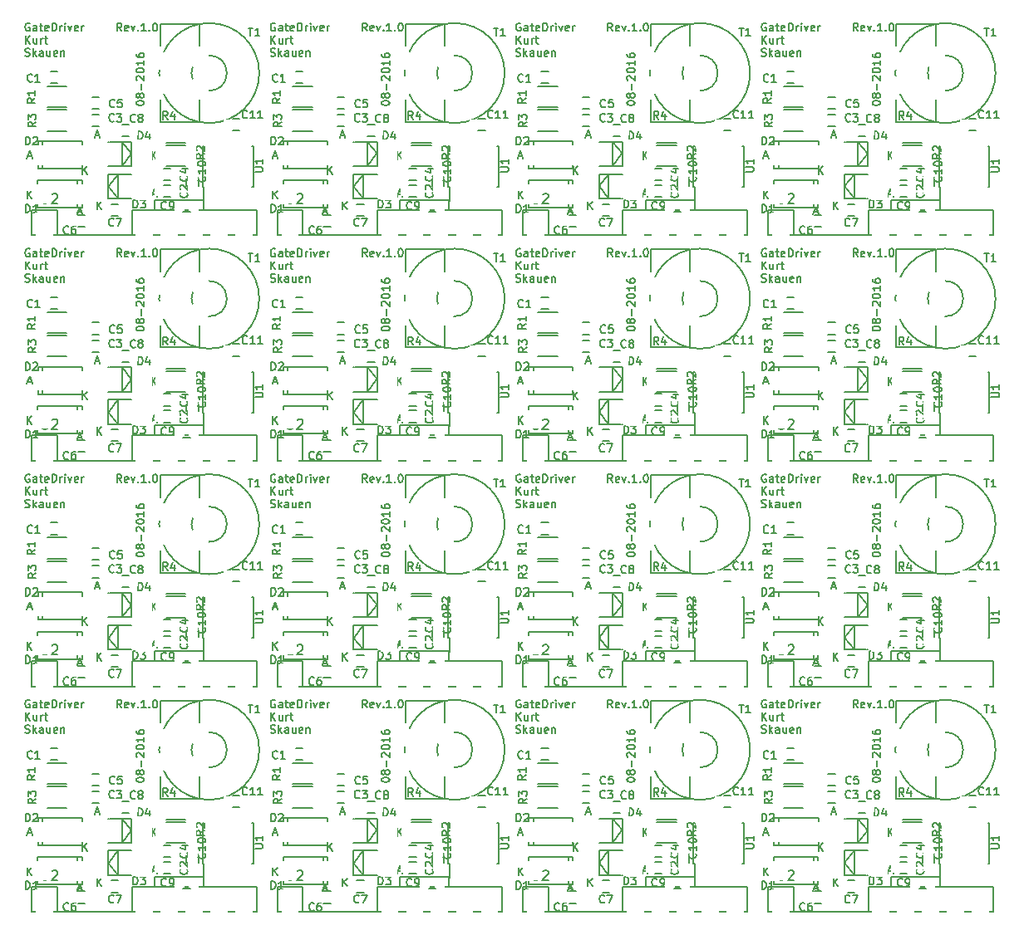
<source format=gto>
G04 #@! TF.FileFunction,Legend,Top*
%FSLAX46Y46*%
G04 Gerber Fmt 4.6, Leading zero omitted, Abs format (unit mm)*
G04 Created by KiCad (PCBNEW 4.0.1-stable) date 31.08.2016 15:32:53*
%MOMM*%
G01*
G04 APERTURE LIST*
%ADD10C,0.100000*%
%ADD11C,0.152400*%
%ADD12C,0.150000*%
%ADD13R,1.060000X1.010000*%
%ADD14R,1.761140X2.960020*%
%ADD15R,1.960000X1.940000*%
%ADD16R,0.860000X1.810000*%
%ADD17R,2.060000X2.060000*%
%ADD18O,2.060000X2.060000*%
%ADD19R,1.160000X1.960000*%
%ADD20C,1.960000*%
%ADD21R,1.010000X1.060000*%
%ADD22C,0.200000*%
G04 APERTURE END LIST*
D10*
D11*
X99754895Y-80651657D02*
X99754895Y-80574248D01*
X99793600Y-80496838D01*
X99832305Y-80458133D01*
X99909714Y-80419429D01*
X100064533Y-80380724D01*
X100258057Y-80380724D01*
X100412876Y-80419429D01*
X100490286Y-80458133D01*
X100528990Y-80496838D01*
X100567695Y-80574248D01*
X100567695Y-80651657D01*
X100528990Y-80729067D01*
X100490286Y-80767771D01*
X100412876Y-80806476D01*
X100258057Y-80845181D01*
X100064533Y-80845181D01*
X99909714Y-80806476D01*
X99832305Y-80767771D01*
X99793600Y-80729067D01*
X99754895Y-80651657D01*
X100103238Y-79916267D02*
X100064533Y-79993676D01*
X100025829Y-80032381D01*
X99948419Y-80071086D01*
X99909714Y-80071086D01*
X99832305Y-80032381D01*
X99793600Y-79993676D01*
X99754895Y-79916267D01*
X99754895Y-79761448D01*
X99793600Y-79684038D01*
X99832305Y-79645334D01*
X99909714Y-79606629D01*
X99948419Y-79606629D01*
X100025829Y-79645334D01*
X100064533Y-79684038D01*
X100103238Y-79761448D01*
X100103238Y-79916267D01*
X100141943Y-79993676D01*
X100180648Y-80032381D01*
X100258057Y-80071086D01*
X100412876Y-80071086D01*
X100490286Y-80032381D01*
X100528990Y-79993676D01*
X100567695Y-79916267D01*
X100567695Y-79761448D01*
X100528990Y-79684038D01*
X100490286Y-79645334D01*
X100412876Y-79606629D01*
X100258057Y-79606629D01*
X100180648Y-79645334D01*
X100141943Y-79684038D01*
X100103238Y-79761448D01*
X100258057Y-79258286D02*
X100258057Y-78639010D01*
X99832305Y-78290667D02*
X99793600Y-78251962D01*
X99754895Y-78174553D01*
X99754895Y-77981029D01*
X99793600Y-77903619D01*
X99832305Y-77864915D01*
X99909714Y-77826210D01*
X99987124Y-77826210D01*
X100103238Y-77864915D01*
X100567695Y-78329372D01*
X100567695Y-77826210D01*
X99754895Y-77323048D02*
X99754895Y-77245639D01*
X99793600Y-77168229D01*
X99832305Y-77129524D01*
X99909714Y-77090820D01*
X100064533Y-77052115D01*
X100258057Y-77052115D01*
X100412876Y-77090820D01*
X100490286Y-77129524D01*
X100528990Y-77168229D01*
X100567695Y-77245639D01*
X100567695Y-77323048D01*
X100528990Y-77400458D01*
X100490286Y-77439162D01*
X100412876Y-77477867D01*
X100258057Y-77516572D01*
X100064533Y-77516572D01*
X99909714Y-77477867D01*
X99832305Y-77439162D01*
X99793600Y-77400458D01*
X99754895Y-77323048D01*
X100567695Y-76278020D02*
X100567695Y-76742477D01*
X100567695Y-76510248D02*
X99754895Y-76510248D01*
X99871010Y-76587658D01*
X99948419Y-76665067D01*
X99987124Y-76742477D01*
X99754895Y-75581334D02*
X99754895Y-75736153D01*
X99793600Y-75813563D01*
X99832305Y-75852268D01*
X99948419Y-75929677D01*
X100103238Y-75968382D01*
X100412876Y-75968382D01*
X100490286Y-75929677D01*
X100528990Y-75890972D01*
X100567695Y-75813563D01*
X100567695Y-75658744D01*
X100528990Y-75581334D01*
X100490286Y-75542630D01*
X100412876Y-75503925D01*
X100219352Y-75503925D01*
X100141943Y-75542630D01*
X100103238Y-75581334D01*
X100064533Y-75658744D01*
X100064533Y-75813563D01*
X100103238Y-75890972D01*
X100141943Y-75929677D01*
X100219352Y-75968382D01*
X88919276Y-72503280D02*
X88841867Y-72464575D01*
X88725752Y-72464575D01*
X88609638Y-72503280D01*
X88532229Y-72580690D01*
X88493524Y-72658099D01*
X88454819Y-72812918D01*
X88454819Y-72929032D01*
X88493524Y-73083851D01*
X88532229Y-73161261D01*
X88609638Y-73238670D01*
X88725752Y-73277375D01*
X88803162Y-73277375D01*
X88919276Y-73238670D01*
X88957981Y-73199966D01*
X88957981Y-72929032D01*
X88803162Y-72929032D01*
X89654667Y-73277375D02*
X89654667Y-72851623D01*
X89615962Y-72774213D01*
X89538552Y-72735509D01*
X89383733Y-72735509D01*
X89306324Y-72774213D01*
X89654667Y-73238670D02*
X89577257Y-73277375D01*
X89383733Y-73277375D01*
X89306324Y-73238670D01*
X89267619Y-73161261D01*
X89267619Y-73083851D01*
X89306324Y-73006442D01*
X89383733Y-72967737D01*
X89577257Y-72967737D01*
X89654667Y-72929032D01*
X89925600Y-72735509D02*
X90235238Y-72735509D01*
X90041714Y-72464575D02*
X90041714Y-73161261D01*
X90080419Y-73238670D01*
X90157828Y-73277375D01*
X90235238Y-73277375D01*
X90815809Y-73238670D02*
X90738399Y-73277375D01*
X90583580Y-73277375D01*
X90506171Y-73238670D01*
X90467466Y-73161261D01*
X90467466Y-72851623D01*
X90506171Y-72774213D01*
X90583580Y-72735509D01*
X90738399Y-72735509D01*
X90815809Y-72774213D01*
X90854514Y-72851623D01*
X90854514Y-72929032D01*
X90467466Y-73006442D01*
X91202857Y-73277375D02*
X91202857Y-72464575D01*
X91396381Y-72464575D01*
X91512495Y-72503280D01*
X91589904Y-72580690D01*
X91628609Y-72658099D01*
X91667314Y-72812918D01*
X91667314Y-72929032D01*
X91628609Y-73083851D01*
X91589904Y-73161261D01*
X91512495Y-73238670D01*
X91396381Y-73277375D01*
X91202857Y-73277375D01*
X92015657Y-73277375D02*
X92015657Y-72735509D01*
X92015657Y-72890328D02*
X92054362Y-72812918D01*
X92093066Y-72774213D01*
X92170476Y-72735509D01*
X92247885Y-72735509D01*
X92518819Y-73277375D02*
X92518819Y-72735509D01*
X92518819Y-72464575D02*
X92480114Y-72503280D01*
X92518819Y-72541985D01*
X92557524Y-72503280D01*
X92518819Y-72464575D01*
X92518819Y-72541985D01*
X92828457Y-72735509D02*
X93021981Y-73277375D01*
X93215505Y-72735509D01*
X93834781Y-73238670D02*
X93757371Y-73277375D01*
X93602552Y-73277375D01*
X93525143Y-73238670D01*
X93486438Y-73161261D01*
X93486438Y-72851623D01*
X93525143Y-72774213D01*
X93602552Y-72735509D01*
X93757371Y-72735509D01*
X93834781Y-72774213D01*
X93873486Y-72851623D01*
X93873486Y-72929032D01*
X93486438Y-73006442D01*
X94221829Y-73277375D02*
X94221829Y-72735509D01*
X94221829Y-72890328D02*
X94260534Y-72812918D01*
X94299238Y-72774213D01*
X94376648Y-72735509D01*
X94454057Y-72735509D01*
X98285828Y-73277375D02*
X98014895Y-72890328D01*
X97821371Y-73277375D02*
X97821371Y-72464575D01*
X98131009Y-72464575D01*
X98208418Y-72503280D01*
X98247123Y-72541985D01*
X98285828Y-72619394D01*
X98285828Y-72735509D01*
X98247123Y-72812918D01*
X98208418Y-72851623D01*
X98131009Y-72890328D01*
X97821371Y-72890328D01*
X98943809Y-73238670D02*
X98866399Y-73277375D01*
X98711580Y-73277375D01*
X98634171Y-73238670D01*
X98595466Y-73161261D01*
X98595466Y-72851623D01*
X98634171Y-72774213D01*
X98711580Y-72735509D01*
X98866399Y-72735509D01*
X98943809Y-72774213D01*
X98982514Y-72851623D01*
X98982514Y-72929032D01*
X98595466Y-73006442D01*
X99253447Y-72735509D02*
X99446971Y-73277375D01*
X99640495Y-72735509D01*
X99950133Y-73199966D02*
X99988838Y-73238670D01*
X99950133Y-73277375D01*
X99911428Y-73238670D01*
X99950133Y-73199966D01*
X99950133Y-73277375D01*
X100762933Y-73277375D02*
X100298476Y-73277375D01*
X100530705Y-73277375D02*
X100530705Y-72464575D01*
X100453295Y-72580690D01*
X100375886Y-72658099D01*
X100298476Y-72696804D01*
X101111276Y-73199966D02*
X101149981Y-73238670D01*
X101111276Y-73277375D01*
X101072571Y-73238670D01*
X101111276Y-73199966D01*
X101111276Y-73277375D01*
X101653143Y-72464575D02*
X101730552Y-72464575D01*
X101807962Y-72503280D01*
X101846667Y-72541985D01*
X101885371Y-72619394D01*
X101924076Y-72774213D01*
X101924076Y-72967737D01*
X101885371Y-73122556D01*
X101846667Y-73199966D01*
X101807962Y-73238670D01*
X101730552Y-73277375D01*
X101653143Y-73277375D01*
X101575733Y-73238670D01*
X101537029Y-73199966D01*
X101498324Y-73122556D01*
X101459619Y-72967737D01*
X101459619Y-72774213D01*
X101498324Y-72619394D01*
X101537029Y-72541985D01*
X101575733Y-72503280D01*
X101653143Y-72464575D01*
X88493524Y-74567695D02*
X88493524Y-73754895D01*
X88957981Y-74567695D02*
X88609638Y-74103238D01*
X88957981Y-73754895D02*
X88493524Y-74219352D01*
X89654667Y-74025829D02*
X89654667Y-74567695D01*
X89306324Y-74025829D02*
X89306324Y-74451581D01*
X89345029Y-74528990D01*
X89422438Y-74567695D01*
X89538552Y-74567695D01*
X89615962Y-74528990D01*
X89654667Y-74490286D01*
X90041714Y-74567695D02*
X90041714Y-74025829D01*
X90041714Y-74180648D02*
X90080419Y-74103238D01*
X90119123Y-74064533D01*
X90196533Y-74025829D01*
X90273942Y-74025829D01*
X90428762Y-74025829D02*
X90738400Y-74025829D01*
X90544876Y-73754895D02*
X90544876Y-74451581D01*
X90583581Y-74528990D01*
X90660990Y-74567695D01*
X90738400Y-74567695D01*
X88454819Y-75819310D02*
X88570933Y-75858015D01*
X88764457Y-75858015D01*
X88841867Y-75819310D01*
X88880571Y-75780606D01*
X88919276Y-75703196D01*
X88919276Y-75625787D01*
X88880571Y-75548377D01*
X88841867Y-75509672D01*
X88764457Y-75470968D01*
X88609638Y-75432263D01*
X88532229Y-75393558D01*
X88493524Y-75354853D01*
X88454819Y-75277444D01*
X88454819Y-75200034D01*
X88493524Y-75122625D01*
X88532229Y-75083920D01*
X88609638Y-75045215D01*
X88803162Y-75045215D01*
X88919276Y-75083920D01*
X89267619Y-75858015D02*
X89267619Y-75045215D01*
X89345028Y-75548377D02*
X89577257Y-75858015D01*
X89577257Y-75316149D02*
X89267619Y-75625787D01*
X90273943Y-75858015D02*
X90273943Y-75432263D01*
X90235238Y-75354853D01*
X90157828Y-75316149D01*
X90003009Y-75316149D01*
X89925600Y-75354853D01*
X90273943Y-75819310D02*
X90196533Y-75858015D01*
X90003009Y-75858015D01*
X89925600Y-75819310D01*
X89886895Y-75741901D01*
X89886895Y-75664491D01*
X89925600Y-75587082D01*
X90003009Y-75548377D01*
X90196533Y-75548377D01*
X90273943Y-75509672D01*
X91009333Y-75316149D02*
X91009333Y-75858015D01*
X90660990Y-75316149D02*
X90660990Y-75741901D01*
X90699695Y-75819310D01*
X90777104Y-75858015D01*
X90893218Y-75858015D01*
X90970628Y-75819310D01*
X91009333Y-75780606D01*
X91706018Y-75819310D02*
X91628608Y-75858015D01*
X91473789Y-75858015D01*
X91396380Y-75819310D01*
X91357675Y-75741901D01*
X91357675Y-75432263D01*
X91396380Y-75354853D01*
X91473789Y-75316149D01*
X91628608Y-75316149D01*
X91706018Y-75354853D01*
X91744723Y-75432263D01*
X91744723Y-75509672D01*
X91357675Y-75587082D01*
X92093066Y-75316149D02*
X92093066Y-75858015D01*
X92093066Y-75393558D02*
X92131771Y-75354853D01*
X92209180Y-75316149D01*
X92325294Y-75316149D01*
X92402704Y-75354853D01*
X92441409Y-75432263D01*
X92441409Y-75858015D01*
X99754895Y-103651657D02*
X99754895Y-103574248D01*
X99793600Y-103496838D01*
X99832305Y-103458133D01*
X99909714Y-103419429D01*
X100064533Y-103380724D01*
X100258057Y-103380724D01*
X100412876Y-103419429D01*
X100490286Y-103458133D01*
X100528990Y-103496838D01*
X100567695Y-103574248D01*
X100567695Y-103651657D01*
X100528990Y-103729067D01*
X100490286Y-103767771D01*
X100412876Y-103806476D01*
X100258057Y-103845181D01*
X100064533Y-103845181D01*
X99909714Y-103806476D01*
X99832305Y-103767771D01*
X99793600Y-103729067D01*
X99754895Y-103651657D01*
X100103238Y-102916267D02*
X100064533Y-102993676D01*
X100025829Y-103032381D01*
X99948419Y-103071086D01*
X99909714Y-103071086D01*
X99832305Y-103032381D01*
X99793600Y-102993676D01*
X99754895Y-102916267D01*
X99754895Y-102761448D01*
X99793600Y-102684038D01*
X99832305Y-102645334D01*
X99909714Y-102606629D01*
X99948419Y-102606629D01*
X100025829Y-102645334D01*
X100064533Y-102684038D01*
X100103238Y-102761448D01*
X100103238Y-102916267D01*
X100141943Y-102993676D01*
X100180648Y-103032381D01*
X100258057Y-103071086D01*
X100412876Y-103071086D01*
X100490286Y-103032381D01*
X100528990Y-102993676D01*
X100567695Y-102916267D01*
X100567695Y-102761448D01*
X100528990Y-102684038D01*
X100490286Y-102645334D01*
X100412876Y-102606629D01*
X100258057Y-102606629D01*
X100180648Y-102645334D01*
X100141943Y-102684038D01*
X100103238Y-102761448D01*
X100258057Y-102258286D02*
X100258057Y-101639010D01*
X99832305Y-101290667D02*
X99793600Y-101251962D01*
X99754895Y-101174553D01*
X99754895Y-100981029D01*
X99793600Y-100903619D01*
X99832305Y-100864915D01*
X99909714Y-100826210D01*
X99987124Y-100826210D01*
X100103238Y-100864915D01*
X100567695Y-101329372D01*
X100567695Y-100826210D01*
X99754895Y-100323048D02*
X99754895Y-100245639D01*
X99793600Y-100168229D01*
X99832305Y-100129524D01*
X99909714Y-100090820D01*
X100064533Y-100052115D01*
X100258057Y-100052115D01*
X100412876Y-100090820D01*
X100490286Y-100129524D01*
X100528990Y-100168229D01*
X100567695Y-100245639D01*
X100567695Y-100323048D01*
X100528990Y-100400458D01*
X100490286Y-100439162D01*
X100412876Y-100477867D01*
X100258057Y-100516572D01*
X100064533Y-100516572D01*
X99909714Y-100477867D01*
X99832305Y-100439162D01*
X99793600Y-100400458D01*
X99754895Y-100323048D01*
X100567695Y-99278020D02*
X100567695Y-99742477D01*
X100567695Y-99510248D02*
X99754895Y-99510248D01*
X99871010Y-99587658D01*
X99948419Y-99665067D01*
X99987124Y-99742477D01*
X99754895Y-98581334D02*
X99754895Y-98736153D01*
X99793600Y-98813563D01*
X99832305Y-98852268D01*
X99948419Y-98929677D01*
X100103238Y-98968382D01*
X100412876Y-98968382D01*
X100490286Y-98929677D01*
X100528990Y-98890972D01*
X100567695Y-98813563D01*
X100567695Y-98658744D01*
X100528990Y-98581334D01*
X100490286Y-98542630D01*
X100412876Y-98503925D01*
X100219352Y-98503925D01*
X100141943Y-98542630D01*
X100103238Y-98581334D01*
X100064533Y-98658744D01*
X100064533Y-98813563D01*
X100103238Y-98890972D01*
X100141943Y-98929677D01*
X100219352Y-98968382D01*
X88919276Y-95503280D02*
X88841867Y-95464575D01*
X88725752Y-95464575D01*
X88609638Y-95503280D01*
X88532229Y-95580690D01*
X88493524Y-95658099D01*
X88454819Y-95812918D01*
X88454819Y-95929032D01*
X88493524Y-96083851D01*
X88532229Y-96161261D01*
X88609638Y-96238670D01*
X88725752Y-96277375D01*
X88803162Y-96277375D01*
X88919276Y-96238670D01*
X88957981Y-96199966D01*
X88957981Y-95929032D01*
X88803162Y-95929032D01*
X89654667Y-96277375D02*
X89654667Y-95851623D01*
X89615962Y-95774213D01*
X89538552Y-95735509D01*
X89383733Y-95735509D01*
X89306324Y-95774213D01*
X89654667Y-96238670D02*
X89577257Y-96277375D01*
X89383733Y-96277375D01*
X89306324Y-96238670D01*
X89267619Y-96161261D01*
X89267619Y-96083851D01*
X89306324Y-96006442D01*
X89383733Y-95967737D01*
X89577257Y-95967737D01*
X89654667Y-95929032D01*
X89925600Y-95735509D02*
X90235238Y-95735509D01*
X90041714Y-95464575D02*
X90041714Y-96161261D01*
X90080419Y-96238670D01*
X90157828Y-96277375D01*
X90235238Y-96277375D01*
X90815809Y-96238670D02*
X90738399Y-96277375D01*
X90583580Y-96277375D01*
X90506171Y-96238670D01*
X90467466Y-96161261D01*
X90467466Y-95851623D01*
X90506171Y-95774213D01*
X90583580Y-95735509D01*
X90738399Y-95735509D01*
X90815809Y-95774213D01*
X90854514Y-95851623D01*
X90854514Y-95929032D01*
X90467466Y-96006442D01*
X91202857Y-96277375D02*
X91202857Y-95464575D01*
X91396381Y-95464575D01*
X91512495Y-95503280D01*
X91589904Y-95580690D01*
X91628609Y-95658099D01*
X91667314Y-95812918D01*
X91667314Y-95929032D01*
X91628609Y-96083851D01*
X91589904Y-96161261D01*
X91512495Y-96238670D01*
X91396381Y-96277375D01*
X91202857Y-96277375D01*
X92015657Y-96277375D02*
X92015657Y-95735509D01*
X92015657Y-95890328D02*
X92054362Y-95812918D01*
X92093066Y-95774213D01*
X92170476Y-95735509D01*
X92247885Y-95735509D01*
X92518819Y-96277375D02*
X92518819Y-95735509D01*
X92518819Y-95464575D02*
X92480114Y-95503280D01*
X92518819Y-95541985D01*
X92557524Y-95503280D01*
X92518819Y-95464575D01*
X92518819Y-95541985D01*
X92828457Y-95735509D02*
X93021981Y-96277375D01*
X93215505Y-95735509D01*
X93834781Y-96238670D02*
X93757371Y-96277375D01*
X93602552Y-96277375D01*
X93525143Y-96238670D01*
X93486438Y-96161261D01*
X93486438Y-95851623D01*
X93525143Y-95774213D01*
X93602552Y-95735509D01*
X93757371Y-95735509D01*
X93834781Y-95774213D01*
X93873486Y-95851623D01*
X93873486Y-95929032D01*
X93486438Y-96006442D01*
X94221829Y-96277375D02*
X94221829Y-95735509D01*
X94221829Y-95890328D02*
X94260534Y-95812918D01*
X94299238Y-95774213D01*
X94376648Y-95735509D01*
X94454057Y-95735509D01*
X98285828Y-96277375D02*
X98014895Y-95890328D01*
X97821371Y-96277375D02*
X97821371Y-95464575D01*
X98131009Y-95464575D01*
X98208418Y-95503280D01*
X98247123Y-95541985D01*
X98285828Y-95619394D01*
X98285828Y-95735509D01*
X98247123Y-95812918D01*
X98208418Y-95851623D01*
X98131009Y-95890328D01*
X97821371Y-95890328D01*
X98943809Y-96238670D02*
X98866399Y-96277375D01*
X98711580Y-96277375D01*
X98634171Y-96238670D01*
X98595466Y-96161261D01*
X98595466Y-95851623D01*
X98634171Y-95774213D01*
X98711580Y-95735509D01*
X98866399Y-95735509D01*
X98943809Y-95774213D01*
X98982514Y-95851623D01*
X98982514Y-95929032D01*
X98595466Y-96006442D01*
X99253447Y-95735509D02*
X99446971Y-96277375D01*
X99640495Y-95735509D01*
X99950133Y-96199966D02*
X99988838Y-96238670D01*
X99950133Y-96277375D01*
X99911428Y-96238670D01*
X99950133Y-96199966D01*
X99950133Y-96277375D01*
X100762933Y-96277375D02*
X100298476Y-96277375D01*
X100530705Y-96277375D02*
X100530705Y-95464575D01*
X100453295Y-95580690D01*
X100375886Y-95658099D01*
X100298476Y-95696804D01*
X101111276Y-96199966D02*
X101149981Y-96238670D01*
X101111276Y-96277375D01*
X101072571Y-96238670D01*
X101111276Y-96199966D01*
X101111276Y-96277375D01*
X101653143Y-95464575D02*
X101730552Y-95464575D01*
X101807962Y-95503280D01*
X101846667Y-95541985D01*
X101885371Y-95619394D01*
X101924076Y-95774213D01*
X101924076Y-95967737D01*
X101885371Y-96122556D01*
X101846667Y-96199966D01*
X101807962Y-96238670D01*
X101730552Y-96277375D01*
X101653143Y-96277375D01*
X101575733Y-96238670D01*
X101537029Y-96199966D01*
X101498324Y-96122556D01*
X101459619Y-95967737D01*
X101459619Y-95774213D01*
X101498324Y-95619394D01*
X101537029Y-95541985D01*
X101575733Y-95503280D01*
X101653143Y-95464575D01*
X88493524Y-97567695D02*
X88493524Y-96754895D01*
X88957981Y-97567695D02*
X88609638Y-97103238D01*
X88957981Y-96754895D02*
X88493524Y-97219352D01*
X89654667Y-97025829D02*
X89654667Y-97567695D01*
X89306324Y-97025829D02*
X89306324Y-97451581D01*
X89345029Y-97528990D01*
X89422438Y-97567695D01*
X89538552Y-97567695D01*
X89615962Y-97528990D01*
X89654667Y-97490286D01*
X90041714Y-97567695D02*
X90041714Y-97025829D01*
X90041714Y-97180648D02*
X90080419Y-97103238D01*
X90119123Y-97064533D01*
X90196533Y-97025829D01*
X90273942Y-97025829D01*
X90428762Y-97025829D02*
X90738400Y-97025829D01*
X90544876Y-96754895D02*
X90544876Y-97451581D01*
X90583581Y-97528990D01*
X90660990Y-97567695D01*
X90738400Y-97567695D01*
X88454819Y-98819310D02*
X88570933Y-98858015D01*
X88764457Y-98858015D01*
X88841867Y-98819310D01*
X88880571Y-98780606D01*
X88919276Y-98703196D01*
X88919276Y-98625787D01*
X88880571Y-98548377D01*
X88841867Y-98509672D01*
X88764457Y-98470968D01*
X88609638Y-98432263D01*
X88532229Y-98393558D01*
X88493524Y-98354853D01*
X88454819Y-98277444D01*
X88454819Y-98200034D01*
X88493524Y-98122625D01*
X88532229Y-98083920D01*
X88609638Y-98045215D01*
X88803162Y-98045215D01*
X88919276Y-98083920D01*
X89267619Y-98858015D02*
X89267619Y-98045215D01*
X89345028Y-98548377D02*
X89577257Y-98858015D01*
X89577257Y-98316149D02*
X89267619Y-98625787D01*
X90273943Y-98858015D02*
X90273943Y-98432263D01*
X90235238Y-98354853D01*
X90157828Y-98316149D01*
X90003009Y-98316149D01*
X89925600Y-98354853D01*
X90273943Y-98819310D02*
X90196533Y-98858015D01*
X90003009Y-98858015D01*
X89925600Y-98819310D01*
X89886895Y-98741901D01*
X89886895Y-98664491D01*
X89925600Y-98587082D01*
X90003009Y-98548377D01*
X90196533Y-98548377D01*
X90273943Y-98509672D01*
X91009333Y-98316149D02*
X91009333Y-98858015D01*
X90660990Y-98316149D02*
X90660990Y-98741901D01*
X90699695Y-98819310D01*
X90777104Y-98858015D01*
X90893218Y-98858015D01*
X90970628Y-98819310D01*
X91009333Y-98780606D01*
X91706018Y-98819310D02*
X91628608Y-98858015D01*
X91473789Y-98858015D01*
X91396380Y-98819310D01*
X91357675Y-98741901D01*
X91357675Y-98432263D01*
X91396380Y-98354853D01*
X91473789Y-98316149D01*
X91628608Y-98316149D01*
X91706018Y-98354853D01*
X91744723Y-98432263D01*
X91744723Y-98509672D01*
X91357675Y-98587082D01*
X92093066Y-98316149D02*
X92093066Y-98858015D01*
X92093066Y-98393558D02*
X92131771Y-98354853D01*
X92209180Y-98316149D01*
X92325294Y-98316149D01*
X92402704Y-98354853D01*
X92441409Y-98432263D01*
X92441409Y-98858015D01*
X113919276Y-72503280D02*
X113841867Y-72464575D01*
X113725752Y-72464575D01*
X113609638Y-72503280D01*
X113532229Y-72580690D01*
X113493524Y-72658099D01*
X113454819Y-72812918D01*
X113454819Y-72929032D01*
X113493524Y-73083851D01*
X113532229Y-73161261D01*
X113609638Y-73238670D01*
X113725752Y-73277375D01*
X113803162Y-73277375D01*
X113919276Y-73238670D01*
X113957981Y-73199966D01*
X113957981Y-72929032D01*
X113803162Y-72929032D01*
X114654667Y-73277375D02*
X114654667Y-72851623D01*
X114615962Y-72774213D01*
X114538552Y-72735509D01*
X114383733Y-72735509D01*
X114306324Y-72774213D01*
X114654667Y-73238670D02*
X114577257Y-73277375D01*
X114383733Y-73277375D01*
X114306324Y-73238670D01*
X114267619Y-73161261D01*
X114267619Y-73083851D01*
X114306324Y-73006442D01*
X114383733Y-72967737D01*
X114577257Y-72967737D01*
X114654667Y-72929032D01*
X114925600Y-72735509D02*
X115235238Y-72735509D01*
X115041714Y-72464575D02*
X115041714Y-73161261D01*
X115080419Y-73238670D01*
X115157828Y-73277375D01*
X115235238Y-73277375D01*
X115815809Y-73238670D02*
X115738399Y-73277375D01*
X115583580Y-73277375D01*
X115506171Y-73238670D01*
X115467466Y-73161261D01*
X115467466Y-72851623D01*
X115506171Y-72774213D01*
X115583580Y-72735509D01*
X115738399Y-72735509D01*
X115815809Y-72774213D01*
X115854514Y-72851623D01*
X115854514Y-72929032D01*
X115467466Y-73006442D01*
X116202857Y-73277375D02*
X116202857Y-72464575D01*
X116396381Y-72464575D01*
X116512495Y-72503280D01*
X116589904Y-72580690D01*
X116628609Y-72658099D01*
X116667314Y-72812918D01*
X116667314Y-72929032D01*
X116628609Y-73083851D01*
X116589904Y-73161261D01*
X116512495Y-73238670D01*
X116396381Y-73277375D01*
X116202857Y-73277375D01*
X117015657Y-73277375D02*
X117015657Y-72735509D01*
X117015657Y-72890328D02*
X117054362Y-72812918D01*
X117093066Y-72774213D01*
X117170476Y-72735509D01*
X117247885Y-72735509D01*
X117518819Y-73277375D02*
X117518819Y-72735509D01*
X117518819Y-72464575D02*
X117480114Y-72503280D01*
X117518819Y-72541985D01*
X117557524Y-72503280D01*
X117518819Y-72464575D01*
X117518819Y-72541985D01*
X117828457Y-72735509D02*
X118021981Y-73277375D01*
X118215505Y-72735509D01*
X118834781Y-73238670D02*
X118757371Y-73277375D01*
X118602552Y-73277375D01*
X118525143Y-73238670D01*
X118486438Y-73161261D01*
X118486438Y-72851623D01*
X118525143Y-72774213D01*
X118602552Y-72735509D01*
X118757371Y-72735509D01*
X118834781Y-72774213D01*
X118873486Y-72851623D01*
X118873486Y-72929032D01*
X118486438Y-73006442D01*
X119221829Y-73277375D02*
X119221829Y-72735509D01*
X119221829Y-72890328D02*
X119260534Y-72812918D01*
X119299238Y-72774213D01*
X119376648Y-72735509D01*
X119454057Y-72735509D01*
X123285828Y-73277375D02*
X123014895Y-72890328D01*
X122821371Y-73277375D02*
X122821371Y-72464575D01*
X123131009Y-72464575D01*
X123208418Y-72503280D01*
X123247123Y-72541985D01*
X123285828Y-72619394D01*
X123285828Y-72735509D01*
X123247123Y-72812918D01*
X123208418Y-72851623D01*
X123131009Y-72890328D01*
X122821371Y-72890328D01*
X123943809Y-73238670D02*
X123866399Y-73277375D01*
X123711580Y-73277375D01*
X123634171Y-73238670D01*
X123595466Y-73161261D01*
X123595466Y-72851623D01*
X123634171Y-72774213D01*
X123711580Y-72735509D01*
X123866399Y-72735509D01*
X123943809Y-72774213D01*
X123982514Y-72851623D01*
X123982514Y-72929032D01*
X123595466Y-73006442D01*
X124253447Y-72735509D02*
X124446971Y-73277375D01*
X124640495Y-72735509D01*
X124950133Y-73199966D02*
X124988838Y-73238670D01*
X124950133Y-73277375D01*
X124911428Y-73238670D01*
X124950133Y-73199966D01*
X124950133Y-73277375D01*
X125762933Y-73277375D02*
X125298476Y-73277375D01*
X125530705Y-73277375D02*
X125530705Y-72464575D01*
X125453295Y-72580690D01*
X125375886Y-72658099D01*
X125298476Y-72696804D01*
X126111276Y-73199966D02*
X126149981Y-73238670D01*
X126111276Y-73277375D01*
X126072571Y-73238670D01*
X126111276Y-73199966D01*
X126111276Y-73277375D01*
X126653143Y-72464575D02*
X126730552Y-72464575D01*
X126807962Y-72503280D01*
X126846667Y-72541985D01*
X126885371Y-72619394D01*
X126924076Y-72774213D01*
X126924076Y-72967737D01*
X126885371Y-73122556D01*
X126846667Y-73199966D01*
X126807962Y-73238670D01*
X126730552Y-73277375D01*
X126653143Y-73277375D01*
X126575733Y-73238670D01*
X126537029Y-73199966D01*
X126498324Y-73122556D01*
X126459619Y-72967737D01*
X126459619Y-72774213D01*
X126498324Y-72619394D01*
X126537029Y-72541985D01*
X126575733Y-72503280D01*
X126653143Y-72464575D01*
X113493524Y-74567695D02*
X113493524Y-73754895D01*
X113957981Y-74567695D02*
X113609638Y-74103238D01*
X113957981Y-73754895D02*
X113493524Y-74219352D01*
X114654667Y-74025829D02*
X114654667Y-74567695D01*
X114306324Y-74025829D02*
X114306324Y-74451581D01*
X114345029Y-74528990D01*
X114422438Y-74567695D01*
X114538552Y-74567695D01*
X114615962Y-74528990D01*
X114654667Y-74490286D01*
X115041714Y-74567695D02*
X115041714Y-74025829D01*
X115041714Y-74180648D02*
X115080419Y-74103238D01*
X115119123Y-74064533D01*
X115196533Y-74025829D01*
X115273942Y-74025829D01*
X115428762Y-74025829D02*
X115738400Y-74025829D01*
X115544876Y-73754895D02*
X115544876Y-74451581D01*
X115583581Y-74528990D01*
X115660990Y-74567695D01*
X115738400Y-74567695D01*
X113454819Y-75819310D02*
X113570933Y-75858015D01*
X113764457Y-75858015D01*
X113841867Y-75819310D01*
X113880571Y-75780606D01*
X113919276Y-75703196D01*
X113919276Y-75625787D01*
X113880571Y-75548377D01*
X113841867Y-75509672D01*
X113764457Y-75470968D01*
X113609638Y-75432263D01*
X113532229Y-75393558D01*
X113493524Y-75354853D01*
X113454819Y-75277444D01*
X113454819Y-75200034D01*
X113493524Y-75122625D01*
X113532229Y-75083920D01*
X113609638Y-75045215D01*
X113803162Y-75045215D01*
X113919276Y-75083920D01*
X114267619Y-75858015D02*
X114267619Y-75045215D01*
X114345028Y-75548377D02*
X114577257Y-75858015D01*
X114577257Y-75316149D02*
X114267619Y-75625787D01*
X115273943Y-75858015D02*
X115273943Y-75432263D01*
X115235238Y-75354853D01*
X115157828Y-75316149D01*
X115003009Y-75316149D01*
X114925600Y-75354853D01*
X115273943Y-75819310D02*
X115196533Y-75858015D01*
X115003009Y-75858015D01*
X114925600Y-75819310D01*
X114886895Y-75741901D01*
X114886895Y-75664491D01*
X114925600Y-75587082D01*
X115003009Y-75548377D01*
X115196533Y-75548377D01*
X115273943Y-75509672D01*
X116009333Y-75316149D02*
X116009333Y-75858015D01*
X115660990Y-75316149D02*
X115660990Y-75741901D01*
X115699695Y-75819310D01*
X115777104Y-75858015D01*
X115893218Y-75858015D01*
X115970628Y-75819310D01*
X116009333Y-75780606D01*
X116706018Y-75819310D02*
X116628608Y-75858015D01*
X116473789Y-75858015D01*
X116396380Y-75819310D01*
X116357675Y-75741901D01*
X116357675Y-75432263D01*
X116396380Y-75354853D01*
X116473789Y-75316149D01*
X116628608Y-75316149D01*
X116706018Y-75354853D01*
X116744723Y-75432263D01*
X116744723Y-75509672D01*
X116357675Y-75587082D01*
X117093066Y-75316149D02*
X117093066Y-75858015D01*
X117093066Y-75393558D02*
X117131771Y-75354853D01*
X117209180Y-75316149D01*
X117325294Y-75316149D01*
X117402704Y-75354853D01*
X117441409Y-75432263D01*
X117441409Y-75858015D01*
X124754895Y-80651657D02*
X124754895Y-80574248D01*
X124793600Y-80496838D01*
X124832305Y-80458133D01*
X124909714Y-80419429D01*
X125064533Y-80380724D01*
X125258057Y-80380724D01*
X125412876Y-80419429D01*
X125490286Y-80458133D01*
X125528990Y-80496838D01*
X125567695Y-80574248D01*
X125567695Y-80651657D01*
X125528990Y-80729067D01*
X125490286Y-80767771D01*
X125412876Y-80806476D01*
X125258057Y-80845181D01*
X125064533Y-80845181D01*
X124909714Y-80806476D01*
X124832305Y-80767771D01*
X124793600Y-80729067D01*
X124754895Y-80651657D01*
X125103238Y-79916267D02*
X125064533Y-79993676D01*
X125025829Y-80032381D01*
X124948419Y-80071086D01*
X124909714Y-80071086D01*
X124832305Y-80032381D01*
X124793600Y-79993676D01*
X124754895Y-79916267D01*
X124754895Y-79761448D01*
X124793600Y-79684038D01*
X124832305Y-79645334D01*
X124909714Y-79606629D01*
X124948419Y-79606629D01*
X125025829Y-79645334D01*
X125064533Y-79684038D01*
X125103238Y-79761448D01*
X125103238Y-79916267D01*
X125141943Y-79993676D01*
X125180648Y-80032381D01*
X125258057Y-80071086D01*
X125412876Y-80071086D01*
X125490286Y-80032381D01*
X125528990Y-79993676D01*
X125567695Y-79916267D01*
X125567695Y-79761448D01*
X125528990Y-79684038D01*
X125490286Y-79645334D01*
X125412876Y-79606629D01*
X125258057Y-79606629D01*
X125180648Y-79645334D01*
X125141943Y-79684038D01*
X125103238Y-79761448D01*
X125258057Y-79258286D02*
X125258057Y-78639010D01*
X124832305Y-78290667D02*
X124793600Y-78251962D01*
X124754895Y-78174553D01*
X124754895Y-77981029D01*
X124793600Y-77903619D01*
X124832305Y-77864915D01*
X124909714Y-77826210D01*
X124987124Y-77826210D01*
X125103238Y-77864915D01*
X125567695Y-78329372D01*
X125567695Y-77826210D01*
X124754895Y-77323048D02*
X124754895Y-77245639D01*
X124793600Y-77168229D01*
X124832305Y-77129524D01*
X124909714Y-77090820D01*
X125064533Y-77052115D01*
X125258057Y-77052115D01*
X125412876Y-77090820D01*
X125490286Y-77129524D01*
X125528990Y-77168229D01*
X125567695Y-77245639D01*
X125567695Y-77323048D01*
X125528990Y-77400458D01*
X125490286Y-77439162D01*
X125412876Y-77477867D01*
X125258057Y-77516572D01*
X125064533Y-77516572D01*
X124909714Y-77477867D01*
X124832305Y-77439162D01*
X124793600Y-77400458D01*
X124754895Y-77323048D01*
X125567695Y-76278020D02*
X125567695Y-76742477D01*
X125567695Y-76510248D02*
X124754895Y-76510248D01*
X124871010Y-76587658D01*
X124948419Y-76665067D01*
X124987124Y-76742477D01*
X124754895Y-75581334D02*
X124754895Y-75736153D01*
X124793600Y-75813563D01*
X124832305Y-75852268D01*
X124948419Y-75929677D01*
X125103238Y-75968382D01*
X125412876Y-75968382D01*
X125490286Y-75929677D01*
X125528990Y-75890972D01*
X125567695Y-75813563D01*
X125567695Y-75658744D01*
X125528990Y-75581334D01*
X125490286Y-75542630D01*
X125412876Y-75503925D01*
X125219352Y-75503925D01*
X125141943Y-75542630D01*
X125103238Y-75581334D01*
X125064533Y-75658744D01*
X125064533Y-75813563D01*
X125103238Y-75890972D01*
X125141943Y-75929677D01*
X125219352Y-75968382D01*
X63919276Y-72503280D02*
X63841867Y-72464575D01*
X63725752Y-72464575D01*
X63609638Y-72503280D01*
X63532229Y-72580690D01*
X63493524Y-72658099D01*
X63454819Y-72812918D01*
X63454819Y-72929032D01*
X63493524Y-73083851D01*
X63532229Y-73161261D01*
X63609638Y-73238670D01*
X63725752Y-73277375D01*
X63803162Y-73277375D01*
X63919276Y-73238670D01*
X63957981Y-73199966D01*
X63957981Y-72929032D01*
X63803162Y-72929032D01*
X64654667Y-73277375D02*
X64654667Y-72851623D01*
X64615962Y-72774213D01*
X64538552Y-72735509D01*
X64383733Y-72735509D01*
X64306324Y-72774213D01*
X64654667Y-73238670D02*
X64577257Y-73277375D01*
X64383733Y-73277375D01*
X64306324Y-73238670D01*
X64267619Y-73161261D01*
X64267619Y-73083851D01*
X64306324Y-73006442D01*
X64383733Y-72967737D01*
X64577257Y-72967737D01*
X64654667Y-72929032D01*
X64925600Y-72735509D02*
X65235238Y-72735509D01*
X65041714Y-72464575D02*
X65041714Y-73161261D01*
X65080419Y-73238670D01*
X65157828Y-73277375D01*
X65235238Y-73277375D01*
X65815809Y-73238670D02*
X65738399Y-73277375D01*
X65583580Y-73277375D01*
X65506171Y-73238670D01*
X65467466Y-73161261D01*
X65467466Y-72851623D01*
X65506171Y-72774213D01*
X65583580Y-72735509D01*
X65738399Y-72735509D01*
X65815809Y-72774213D01*
X65854514Y-72851623D01*
X65854514Y-72929032D01*
X65467466Y-73006442D01*
X66202857Y-73277375D02*
X66202857Y-72464575D01*
X66396381Y-72464575D01*
X66512495Y-72503280D01*
X66589904Y-72580690D01*
X66628609Y-72658099D01*
X66667314Y-72812918D01*
X66667314Y-72929032D01*
X66628609Y-73083851D01*
X66589904Y-73161261D01*
X66512495Y-73238670D01*
X66396381Y-73277375D01*
X66202857Y-73277375D01*
X67015657Y-73277375D02*
X67015657Y-72735509D01*
X67015657Y-72890328D02*
X67054362Y-72812918D01*
X67093066Y-72774213D01*
X67170476Y-72735509D01*
X67247885Y-72735509D01*
X67518819Y-73277375D02*
X67518819Y-72735509D01*
X67518819Y-72464575D02*
X67480114Y-72503280D01*
X67518819Y-72541985D01*
X67557524Y-72503280D01*
X67518819Y-72464575D01*
X67518819Y-72541985D01*
X67828457Y-72735509D02*
X68021981Y-73277375D01*
X68215505Y-72735509D01*
X68834781Y-73238670D02*
X68757371Y-73277375D01*
X68602552Y-73277375D01*
X68525143Y-73238670D01*
X68486438Y-73161261D01*
X68486438Y-72851623D01*
X68525143Y-72774213D01*
X68602552Y-72735509D01*
X68757371Y-72735509D01*
X68834781Y-72774213D01*
X68873486Y-72851623D01*
X68873486Y-72929032D01*
X68486438Y-73006442D01*
X69221829Y-73277375D02*
X69221829Y-72735509D01*
X69221829Y-72890328D02*
X69260534Y-72812918D01*
X69299238Y-72774213D01*
X69376648Y-72735509D01*
X69454057Y-72735509D01*
X73285828Y-73277375D02*
X73014895Y-72890328D01*
X72821371Y-73277375D02*
X72821371Y-72464575D01*
X73131009Y-72464575D01*
X73208418Y-72503280D01*
X73247123Y-72541985D01*
X73285828Y-72619394D01*
X73285828Y-72735509D01*
X73247123Y-72812918D01*
X73208418Y-72851623D01*
X73131009Y-72890328D01*
X72821371Y-72890328D01*
X73943809Y-73238670D02*
X73866399Y-73277375D01*
X73711580Y-73277375D01*
X73634171Y-73238670D01*
X73595466Y-73161261D01*
X73595466Y-72851623D01*
X73634171Y-72774213D01*
X73711580Y-72735509D01*
X73866399Y-72735509D01*
X73943809Y-72774213D01*
X73982514Y-72851623D01*
X73982514Y-72929032D01*
X73595466Y-73006442D01*
X74253447Y-72735509D02*
X74446971Y-73277375D01*
X74640495Y-72735509D01*
X74950133Y-73199966D02*
X74988838Y-73238670D01*
X74950133Y-73277375D01*
X74911428Y-73238670D01*
X74950133Y-73199966D01*
X74950133Y-73277375D01*
X75762933Y-73277375D02*
X75298476Y-73277375D01*
X75530705Y-73277375D02*
X75530705Y-72464575D01*
X75453295Y-72580690D01*
X75375886Y-72658099D01*
X75298476Y-72696804D01*
X76111276Y-73199966D02*
X76149981Y-73238670D01*
X76111276Y-73277375D01*
X76072571Y-73238670D01*
X76111276Y-73199966D01*
X76111276Y-73277375D01*
X76653143Y-72464575D02*
X76730552Y-72464575D01*
X76807962Y-72503280D01*
X76846667Y-72541985D01*
X76885371Y-72619394D01*
X76924076Y-72774213D01*
X76924076Y-72967737D01*
X76885371Y-73122556D01*
X76846667Y-73199966D01*
X76807962Y-73238670D01*
X76730552Y-73277375D01*
X76653143Y-73277375D01*
X76575733Y-73238670D01*
X76537029Y-73199966D01*
X76498324Y-73122556D01*
X76459619Y-72967737D01*
X76459619Y-72774213D01*
X76498324Y-72619394D01*
X76537029Y-72541985D01*
X76575733Y-72503280D01*
X76653143Y-72464575D01*
X63493524Y-74567695D02*
X63493524Y-73754895D01*
X63957981Y-74567695D02*
X63609638Y-74103238D01*
X63957981Y-73754895D02*
X63493524Y-74219352D01*
X64654667Y-74025829D02*
X64654667Y-74567695D01*
X64306324Y-74025829D02*
X64306324Y-74451581D01*
X64345029Y-74528990D01*
X64422438Y-74567695D01*
X64538552Y-74567695D01*
X64615962Y-74528990D01*
X64654667Y-74490286D01*
X65041714Y-74567695D02*
X65041714Y-74025829D01*
X65041714Y-74180648D02*
X65080419Y-74103238D01*
X65119123Y-74064533D01*
X65196533Y-74025829D01*
X65273942Y-74025829D01*
X65428762Y-74025829D02*
X65738400Y-74025829D01*
X65544876Y-73754895D02*
X65544876Y-74451581D01*
X65583581Y-74528990D01*
X65660990Y-74567695D01*
X65738400Y-74567695D01*
X63454819Y-75819310D02*
X63570933Y-75858015D01*
X63764457Y-75858015D01*
X63841867Y-75819310D01*
X63880571Y-75780606D01*
X63919276Y-75703196D01*
X63919276Y-75625787D01*
X63880571Y-75548377D01*
X63841867Y-75509672D01*
X63764457Y-75470968D01*
X63609638Y-75432263D01*
X63532229Y-75393558D01*
X63493524Y-75354853D01*
X63454819Y-75277444D01*
X63454819Y-75200034D01*
X63493524Y-75122625D01*
X63532229Y-75083920D01*
X63609638Y-75045215D01*
X63803162Y-75045215D01*
X63919276Y-75083920D01*
X64267619Y-75858015D02*
X64267619Y-75045215D01*
X64345028Y-75548377D02*
X64577257Y-75858015D01*
X64577257Y-75316149D02*
X64267619Y-75625787D01*
X65273943Y-75858015D02*
X65273943Y-75432263D01*
X65235238Y-75354853D01*
X65157828Y-75316149D01*
X65003009Y-75316149D01*
X64925600Y-75354853D01*
X65273943Y-75819310D02*
X65196533Y-75858015D01*
X65003009Y-75858015D01*
X64925600Y-75819310D01*
X64886895Y-75741901D01*
X64886895Y-75664491D01*
X64925600Y-75587082D01*
X65003009Y-75548377D01*
X65196533Y-75548377D01*
X65273943Y-75509672D01*
X66009333Y-75316149D02*
X66009333Y-75858015D01*
X65660990Y-75316149D02*
X65660990Y-75741901D01*
X65699695Y-75819310D01*
X65777104Y-75858015D01*
X65893218Y-75858015D01*
X65970628Y-75819310D01*
X66009333Y-75780606D01*
X66706018Y-75819310D02*
X66628608Y-75858015D01*
X66473789Y-75858015D01*
X66396380Y-75819310D01*
X66357675Y-75741901D01*
X66357675Y-75432263D01*
X66396380Y-75354853D01*
X66473789Y-75316149D01*
X66628608Y-75316149D01*
X66706018Y-75354853D01*
X66744723Y-75432263D01*
X66744723Y-75509672D01*
X66357675Y-75587082D01*
X67093066Y-75316149D02*
X67093066Y-75858015D01*
X67093066Y-75393558D02*
X67131771Y-75354853D01*
X67209180Y-75316149D01*
X67325294Y-75316149D01*
X67402704Y-75354853D01*
X67441409Y-75432263D01*
X67441409Y-75858015D01*
X74754895Y-80651657D02*
X74754895Y-80574248D01*
X74793600Y-80496838D01*
X74832305Y-80458133D01*
X74909714Y-80419429D01*
X75064533Y-80380724D01*
X75258057Y-80380724D01*
X75412876Y-80419429D01*
X75490286Y-80458133D01*
X75528990Y-80496838D01*
X75567695Y-80574248D01*
X75567695Y-80651657D01*
X75528990Y-80729067D01*
X75490286Y-80767771D01*
X75412876Y-80806476D01*
X75258057Y-80845181D01*
X75064533Y-80845181D01*
X74909714Y-80806476D01*
X74832305Y-80767771D01*
X74793600Y-80729067D01*
X74754895Y-80651657D01*
X75103238Y-79916267D02*
X75064533Y-79993676D01*
X75025829Y-80032381D01*
X74948419Y-80071086D01*
X74909714Y-80071086D01*
X74832305Y-80032381D01*
X74793600Y-79993676D01*
X74754895Y-79916267D01*
X74754895Y-79761448D01*
X74793600Y-79684038D01*
X74832305Y-79645334D01*
X74909714Y-79606629D01*
X74948419Y-79606629D01*
X75025829Y-79645334D01*
X75064533Y-79684038D01*
X75103238Y-79761448D01*
X75103238Y-79916267D01*
X75141943Y-79993676D01*
X75180648Y-80032381D01*
X75258057Y-80071086D01*
X75412876Y-80071086D01*
X75490286Y-80032381D01*
X75528990Y-79993676D01*
X75567695Y-79916267D01*
X75567695Y-79761448D01*
X75528990Y-79684038D01*
X75490286Y-79645334D01*
X75412876Y-79606629D01*
X75258057Y-79606629D01*
X75180648Y-79645334D01*
X75141943Y-79684038D01*
X75103238Y-79761448D01*
X75258057Y-79258286D02*
X75258057Y-78639010D01*
X74832305Y-78290667D02*
X74793600Y-78251962D01*
X74754895Y-78174553D01*
X74754895Y-77981029D01*
X74793600Y-77903619D01*
X74832305Y-77864915D01*
X74909714Y-77826210D01*
X74987124Y-77826210D01*
X75103238Y-77864915D01*
X75567695Y-78329372D01*
X75567695Y-77826210D01*
X74754895Y-77323048D02*
X74754895Y-77245639D01*
X74793600Y-77168229D01*
X74832305Y-77129524D01*
X74909714Y-77090820D01*
X75064533Y-77052115D01*
X75258057Y-77052115D01*
X75412876Y-77090820D01*
X75490286Y-77129524D01*
X75528990Y-77168229D01*
X75567695Y-77245639D01*
X75567695Y-77323048D01*
X75528990Y-77400458D01*
X75490286Y-77439162D01*
X75412876Y-77477867D01*
X75258057Y-77516572D01*
X75064533Y-77516572D01*
X74909714Y-77477867D01*
X74832305Y-77439162D01*
X74793600Y-77400458D01*
X74754895Y-77323048D01*
X75567695Y-76278020D02*
X75567695Y-76742477D01*
X75567695Y-76510248D02*
X74754895Y-76510248D01*
X74871010Y-76587658D01*
X74948419Y-76665067D01*
X74987124Y-76742477D01*
X74754895Y-75581334D02*
X74754895Y-75736153D01*
X74793600Y-75813563D01*
X74832305Y-75852268D01*
X74948419Y-75929677D01*
X75103238Y-75968382D01*
X75412876Y-75968382D01*
X75490286Y-75929677D01*
X75528990Y-75890972D01*
X75567695Y-75813563D01*
X75567695Y-75658744D01*
X75528990Y-75581334D01*
X75490286Y-75542630D01*
X75412876Y-75503925D01*
X75219352Y-75503925D01*
X75141943Y-75542630D01*
X75103238Y-75581334D01*
X75064533Y-75658744D01*
X75064533Y-75813563D01*
X75103238Y-75890972D01*
X75141943Y-75929677D01*
X75219352Y-75968382D01*
X63919276Y-95503280D02*
X63841867Y-95464575D01*
X63725752Y-95464575D01*
X63609638Y-95503280D01*
X63532229Y-95580690D01*
X63493524Y-95658099D01*
X63454819Y-95812918D01*
X63454819Y-95929032D01*
X63493524Y-96083851D01*
X63532229Y-96161261D01*
X63609638Y-96238670D01*
X63725752Y-96277375D01*
X63803162Y-96277375D01*
X63919276Y-96238670D01*
X63957981Y-96199966D01*
X63957981Y-95929032D01*
X63803162Y-95929032D01*
X64654667Y-96277375D02*
X64654667Y-95851623D01*
X64615962Y-95774213D01*
X64538552Y-95735509D01*
X64383733Y-95735509D01*
X64306324Y-95774213D01*
X64654667Y-96238670D02*
X64577257Y-96277375D01*
X64383733Y-96277375D01*
X64306324Y-96238670D01*
X64267619Y-96161261D01*
X64267619Y-96083851D01*
X64306324Y-96006442D01*
X64383733Y-95967737D01*
X64577257Y-95967737D01*
X64654667Y-95929032D01*
X64925600Y-95735509D02*
X65235238Y-95735509D01*
X65041714Y-95464575D02*
X65041714Y-96161261D01*
X65080419Y-96238670D01*
X65157828Y-96277375D01*
X65235238Y-96277375D01*
X65815809Y-96238670D02*
X65738399Y-96277375D01*
X65583580Y-96277375D01*
X65506171Y-96238670D01*
X65467466Y-96161261D01*
X65467466Y-95851623D01*
X65506171Y-95774213D01*
X65583580Y-95735509D01*
X65738399Y-95735509D01*
X65815809Y-95774213D01*
X65854514Y-95851623D01*
X65854514Y-95929032D01*
X65467466Y-96006442D01*
X66202857Y-96277375D02*
X66202857Y-95464575D01*
X66396381Y-95464575D01*
X66512495Y-95503280D01*
X66589904Y-95580690D01*
X66628609Y-95658099D01*
X66667314Y-95812918D01*
X66667314Y-95929032D01*
X66628609Y-96083851D01*
X66589904Y-96161261D01*
X66512495Y-96238670D01*
X66396381Y-96277375D01*
X66202857Y-96277375D01*
X67015657Y-96277375D02*
X67015657Y-95735509D01*
X67015657Y-95890328D02*
X67054362Y-95812918D01*
X67093066Y-95774213D01*
X67170476Y-95735509D01*
X67247885Y-95735509D01*
X67518819Y-96277375D02*
X67518819Y-95735509D01*
X67518819Y-95464575D02*
X67480114Y-95503280D01*
X67518819Y-95541985D01*
X67557524Y-95503280D01*
X67518819Y-95464575D01*
X67518819Y-95541985D01*
X67828457Y-95735509D02*
X68021981Y-96277375D01*
X68215505Y-95735509D01*
X68834781Y-96238670D02*
X68757371Y-96277375D01*
X68602552Y-96277375D01*
X68525143Y-96238670D01*
X68486438Y-96161261D01*
X68486438Y-95851623D01*
X68525143Y-95774213D01*
X68602552Y-95735509D01*
X68757371Y-95735509D01*
X68834781Y-95774213D01*
X68873486Y-95851623D01*
X68873486Y-95929032D01*
X68486438Y-96006442D01*
X69221829Y-96277375D02*
X69221829Y-95735509D01*
X69221829Y-95890328D02*
X69260534Y-95812918D01*
X69299238Y-95774213D01*
X69376648Y-95735509D01*
X69454057Y-95735509D01*
X73285828Y-96277375D02*
X73014895Y-95890328D01*
X72821371Y-96277375D02*
X72821371Y-95464575D01*
X73131009Y-95464575D01*
X73208418Y-95503280D01*
X73247123Y-95541985D01*
X73285828Y-95619394D01*
X73285828Y-95735509D01*
X73247123Y-95812918D01*
X73208418Y-95851623D01*
X73131009Y-95890328D01*
X72821371Y-95890328D01*
X73943809Y-96238670D02*
X73866399Y-96277375D01*
X73711580Y-96277375D01*
X73634171Y-96238670D01*
X73595466Y-96161261D01*
X73595466Y-95851623D01*
X73634171Y-95774213D01*
X73711580Y-95735509D01*
X73866399Y-95735509D01*
X73943809Y-95774213D01*
X73982514Y-95851623D01*
X73982514Y-95929032D01*
X73595466Y-96006442D01*
X74253447Y-95735509D02*
X74446971Y-96277375D01*
X74640495Y-95735509D01*
X74950133Y-96199966D02*
X74988838Y-96238670D01*
X74950133Y-96277375D01*
X74911428Y-96238670D01*
X74950133Y-96199966D01*
X74950133Y-96277375D01*
X75762933Y-96277375D02*
X75298476Y-96277375D01*
X75530705Y-96277375D02*
X75530705Y-95464575D01*
X75453295Y-95580690D01*
X75375886Y-95658099D01*
X75298476Y-95696804D01*
X76111276Y-96199966D02*
X76149981Y-96238670D01*
X76111276Y-96277375D01*
X76072571Y-96238670D01*
X76111276Y-96199966D01*
X76111276Y-96277375D01*
X76653143Y-95464575D02*
X76730552Y-95464575D01*
X76807962Y-95503280D01*
X76846667Y-95541985D01*
X76885371Y-95619394D01*
X76924076Y-95774213D01*
X76924076Y-95967737D01*
X76885371Y-96122556D01*
X76846667Y-96199966D01*
X76807962Y-96238670D01*
X76730552Y-96277375D01*
X76653143Y-96277375D01*
X76575733Y-96238670D01*
X76537029Y-96199966D01*
X76498324Y-96122556D01*
X76459619Y-95967737D01*
X76459619Y-95774213D01*
X76498324Y-95619394D01*
X76537029Y-95541985D01*
X76575733Y-95503280D01*
X76653143Y-95464575D01*
X63493524Y-97567695D02*
X63493524Y-96754895D01*
X63957981Y-97567695D02*
X63609638Y-97103238D01*
X63957981Y-96754895D02*
X63493524Y-97219352D01*
X64654667Y-97025829D02*
X64654667Y-97567695D01*
X64306324Y-97025829D02*
X64306324Y-97451581D01*
X64345029Y-97528990D01*
X64422438Y-97567695D01*
X64538552Y-97567695D01*
X64615962Y-97528990D01*
X64654667Y-97490286D01*
X65041714Y-97567695D02*
X65041714Y-97025829D01*
X65041714Y-97180648D02*
X65080419Y-97103238D01*
X65119123Y-97064533D01*
X65196533Y-97025829D01*
X65273942Y-97025829D01*
X65428762Y-97025829D02*
X65738400Y-97025829D01*
X65544876Y-96754895D02*
X65544876Y-97451581D01*
X65583581Y-97528990D01*
X65660990Y-97567695D01*
X65738400Y-97567695D01*
X63454819Y-98819310D02*
X63570933Y-98858015D01*
X63764457Y-98858015D01*
X63841867Y-98819310D01*
X63880571Y-98780606D01*
X63919276Y-98703196D01*
X63919276Y-98625787D01*
X63880571Y-98548377D01*
X63841867Y-98509672D01*
X63764457Y-98470968D01*
X63609638Y-98432263D01*
X63532229Y-98393558D01*
X63493524Y-98354853D01*
X63454819Y-98277444D01*
X63454819Y-98200034D01*
X63493524Y-98122625D01*
X63532229Y-98083920D01*
X63609638Y-98045215D01*
X63803162Y-98045215D01*
X63919276Y-98083920D01*
X64267619Y-98858015D02*
X64267619Y-98045215D01*
X64345028Y-98548377D02*
X64577257Y-98858015D01*
X64577257Y-98316149D02*
X64267619Y-98625787D01*
X65273943Y-98858015D02*
X65273943Y-98432263D01*
X65235238Y-98354853D01*
X65157828Y-98316149D01*
X65003009Y-98316149D01*
X64925600Y-98354853D01*
X65273943Y-98819310D02*
X65196533Y-98858015D01*
X65003009Y-98858015D01*
X64925600Y-98819310D01*
X64886895Y-98741901D01*
X64886895Y-98664491D01*
X64925600Y-98587082D01*
X65003009Y-98548377D01*
X65196533Y-98548377D01*
X65273943Y-98509672D01*
X66009333Y-98316149D02*
X66009333Y-98858015D01*
X65660990Y-98316149D02*
X65660990Y-98741901D01*
X65699695Y-98819310D01*
X65777104Y-98858015D01*
X65893218Y-98858015D01*
X65970628Y-98819310D01*
X66009333Y-98780606D01*
X66706018Y-98819310D02*
X66628608Y-98858015D01*
X66473789Y-98858015D01*
X66396380Y-98819310D01*
X66357675Y-98741901D01*
X66357675Y-98432263D01*
X66396380Y-98354853D01*
X66473789Y-98316149D01*
X66628608Y-98316149D01*
X66706018Y-98354853D01*
X66744723Y-98432263D01*
X66744723Y-98509672D01*
X66357675Y-98587082D01*
X67093066Y-98316149D02*
X67093066Y-98858015D01*
X67093066Y-98393558D02*
X67131771Y-98354853D01*
X67209180Y-98316149D01*
X67325294Y-98316149D01*
X67402704Y-98354853D01*
X67441409Y-98432263D01*
X67441409Y-98858015D01*
X74754895Y-103651657D02*
X74754895Y-103574248D01*
X74793600Y-103496838D01*
X74832305Y-103458133D01*
X74909714Y-103419429D01*
X75064533Y-103380724D01*
X75258057Y-103380724D01*
X75412876Y-103419429D01*
X75490286Y-103458133D01*
X75528990Y-103496838D01*
X75567695Y-103574248D01*
X75567695Y-103651657D01*
X75528990Y-103729067D01*
X75490286Y-103767771D01*
X75412876Y-103806476D01*
X75258057Y-103845181D01*
X75064533Y-103845181D01*
X74909714Y-103806476D01*
X74832305Y-103767771D01*
X74793600Y-103729067D01*
X74754895Y-103651657D01*
X75103238Y-102916267D02*
X75064533Y-102993676D01*
X75025829Y-103032381D01*
X74948419Y-103071086D01*
X74909714Y-103071086D01*
X74832305Y-103032381D01*
X74793600Y-102993676D01*
X74754895Y-102916267D01*
X74754895Y-102761448D01*
X74793600Y-102684038D01*
X74832305Y-102645334D01*
X74909714Y-102606629D01*
X74948419Y-102606629D01*
X75025829Y-102645334D01*
X75064533Y-102684038D01*
X75103238Y-102761448D01*
X75103238Y-102916267D01*
X75141943Y-102993676D01*
X75180648Y-103032381D01*
X75258057Y-103071086D01*
X75412876Y-103071086D01*
X75490286Y-103032381D01*
X75528990Y-102993676D01*
X75567695Y-102916267D01*
X75567695Y-102761448D01*
X75528990Y-102684038D01*
X75490286Y-102645334D01*
X75412876Y-102606629D01*
X75258057Y-102606629D01*
X75180648Y-102645334D01*
X75141943Y-102684038D01*
X75103238Y-102761448D01*
X75258057Y-102258286D02*
X75258057Y-101639010D01*
X74832305Y-101290667D02*
X74793600Y-101251962D01*
X74754895Y-101174553D01*
X74754895Y-100981029D01*
X74793600Y-100903619D01*
X74832305Y-100864915D01*
X74909714Y-100826210D01*
X74987124Y-100826210D01*
X75103238Y-100864915D01*
X75567695Y-101329372D01*
X75567695Y-100826210D01*
X74754895Y-100323048D02*
X74754895Y-100245639D01*
X74793600Y-100168229D01*
X74832305Y-100129524D01*
X74909714Y-100090820D01*
X75064533Y-100052115D01*
X75258057Y-100052115D01*
X75412876Y-100090820D01*
X75490286Y-100129524D01*
X75528990Y-100168229D01*
X75567695Y-100245639D01*
X75567695Y-100323048D01*
X75528990Y-100400458D01*
X75490286Y-100439162D01*
X75412876Y-100477867D01*
X75258057Y-100516572D01*
X75064533Y-100516572D01*
X74909714Y-100477867D01*
X74832305Y-100439162D01*
X74793600Y-100400458D01*
X74754895Y-100323048D01*
X75567695Y-99278020D02*
X75567695Y-99742477D01*
X75567695Y-99510248D02*
X74754895Y-99510248D01*
X74871010Y-99587658D01*
X74948419Y-99665067D01*
X74987124Y-99742477D01*
X74754895Y-98581334D02*
X74754895Y-98736153D01*
X74793600Y-98813563D01*
X74832305Y-98852268D01*
X74948419Y-98929677D01*
X75103238Y-98968382D01*
X75412876Y-98968382D01*
X75490286Y-98929677D01*
X75528990Y-98890972D01*
X75567695Y-98813563D01*
X75567695Y-98658744D01*
X75528990Y-98581334D01*
X75490286Y-98542630D01*
X75412876Y-98503925D01*
X75219352Y-98503925D01*
X75141943Y-98542630D01*
X75103238Y-98581334D01*
X75064533Y-98658744D01*
X75064533Y-98813563D01*
X75103238Y-98890972D01*
X75141943Y-98929677D01*
X75219352Y-98968382D01*
X49754895Y-103651657D02*
X49754895Y-103574248D01*
X49793600Y-103496838D01*
X49832305Y-103458133D01*
X49909714Y-103419429D01*
X50064533Y-103380724D01*
X50258057Y-103380724D01*
X50412876Y-103419429D01*
X50490286Y-103458133D01*
X50528990Y-103496838D01*
X50567695Y-103574248D01*
X50567695Y-103651657D01*
X50528990Y-103729067D01*
X50490286Y-103767771D01*
X50412876Y-103806476D01*
X50258057Y-103845181D01*
X50064533Y-103845181D01*
X49909714Y-103806476D01*
X49832305Y-103767771D01*
X49793600Y-103729067D01*
X49754895Y-103651657D01*
X50103238Y-102916267D02*
X50064533Y-102993676D01*
X50025829Y-103032381D01*
X49948419Y-103071086D01*
X49909714Y-103071086D01*
X49832305Y-103032381D01*
X49793600Y-102993676D01*
X49754895Y-102916267D01*
X49754895Y-102761448D01*
X49793600Y-102684038D01*
X49832305Y-102645334D01*
X49909714Y-102606629D01*
X49948419Y-102606629D01*
X50025829Y-102645334D01*
X50064533Y-102684038D01*
X50103238Y-102761448D01*
X50103238Y-102916267D01*
X50141943Y-102993676D01*
X50180648Y-103032381D01*
X50258057Y-103071086D01*
X50412876Y-103071086D01*
X50490286Y-103032381D01*
X50528990Y-102993676D01*
X50567695Y-102916267D01*
X50567695Y-102761448D01*
X50528990Y-102684038D01*
X50490286Y-102645334D01*
X50412876Y-102606629D01*
X50258057Y-102606629D01*
X50180648Y-102645334D01*
X50141943Y-102684038D01*
X50103238Y-102761448D01*
X50258057Y-102258286D02*
X50258057Y-101639010D01*
X49832305Y-101290667D02*
X49793600Y-101251962D01*
X49754895Y-101174553D01*
X49754895Y-100981029D01*
X49793600Y-100903619D01*
X49832305Y-100864915D01*
X49909714Y-100826210D01*
X49987124Y-100826210D01*
X50103238Y-100864915D01*
X50567695Y-101329372D01*
X50567695Y-100826210D01*
X49754895Y-100323048D02*
X49754895Y-100245639D01*
X49793600Y-100168229D01*
X49832305Y-100129524D01*
X49909714Y-100090820D01*
X50064533Y-100052115D01*
X50258057Y-100052115D01*
X50412876Y-100090820D01*
X50490286Y-100129524D01*
X50528990Y-100168229D01*
X50567695Y-100245639D01*
X50567695Y-100323048D01*
X50528990Y-100400458D01*
X50490286Y-100439162D01*
X50412876Y-100477867D01*
X50258057Y-100516572D01*
X50064533Y-100516572D01*
X49909714Y-100477867D01*
X49832305Y-100439162D01*
X49793600Y-100400458D01*
X49754895Y-100323048D01*
X50567695Y-99278020D02*
X50567695Y-99742477D01*
X50567695Y-99510248D02*
X49754895Y-99510248D01*
X49871010Y-99587658D01*
X49948419Y-99665067D01*
X49987124Y-99742477D01*
X49754895Y-98581334D02*
X49754895Y-98736153D01*
X49793600Y-98813563D01*
X49832305Y-98852268D01*
X49948419Y-98929677D01*
X50103238Y-98968382D01*
X50412876Y-98968382D01*
X50490286Y-98929677D01*
X50528990Y-98890972D01*
X50567695Y-98813563D01*
X50567695Y-98658744D01*
X50528990Y-98581334D01*
X50490286Y-98542630D01*
X50412876Y-98503925D01*
X50219352Y-98503925D01*
X50141943Y-98542630D01*
X50103238Y-98581334D01*
X50064533Y-98658744D01*
X50064533Y-98813563D01*
X50103238Y-98890972D01*
X50141943Y-98929677D01*
X50219352Y-98968382D01*
X38919276Y-95503280D02*
X38841867Y-95464575D01*
X38725752Y-95464575D01*
X38609638Y-95503280D01*
X38532229Y-95580690D01*
X38493524Y-95658099D01*
X38454819Y-95812918D01*
X38454819Y-95929032D01*
X38493524Y-96083851D01*
X38532229Y-96161261D01*
X38609638Y-96238670D01*
X38725752Y-96277375D01*
X38803162Y-96277375D01*
X38919276Y-96238670D01*
X38957981Y-96199966D01*
X38957981Y-95929032D01*
X38803162Y-95929032D01*
X39654667Y-96277375D02*
X39654667Y-95851623D01*
X39615962Y-95774213D01*
X39538552Y-95735509D01*
X39383733Y-95735509D01*
X39306324Y-95774213D01*
X39654667Y-96238670D02*
X39577257Y-96277375D01*
X39383733Y-96277375D01*
X39306324Y-96238670D01*
X39267619Y-96161261D01*
X39267619Y-96083851D01*
X39306324Y-96006442D01*
X39383733Y-95967737D01*
X39577257Y-95967737D01*
X39654667Y-95929032D01*
X39925600Y-95735509D02*
X40235238Y-95735509D01*
X40041714Y-95464575D02*
X40041714Y-96161261D01*
X40080419Y-96238670D01*
X40157828Y-96277375D01*
X40235238Y-96277375D01*
X40815809Y-96238670D02*
X40738399Y-96277375D01*
X40583580Y-96277375D01*
X40506171Y-96238670D01*
X40467466Y-96161261D01*
X40467466Y-95851623D01*
X40506171Y-95774213D01*
X40583580Y-95735509D01*
X40738399Y-95735509D01*
X40815809Y-95774213D01*
X40854514Y-95851623D01*
X40854514Y-95929032D01*
X40467466Y-96006442D01*
X41202857Y-96277375D02*
X41202857Y-95464575D01*
X41396381Y-95464575D01*
X41512495Y-95503280D01*
X41589904Y-95580690D01*
X41628609Y-95658099D01*
X41667314Y-95812918D01*
X41667314Y-95929032D01*
X41628609Y-96083851D01*
X41589904Y-96161261D01*
X41512495Y-96238670D01*
X41396381Y-96277375D01*
X41202857Y-96277375D01*
X42015657Y-96277375D02*
X42015657Y-95735509D01*
X42015657Y-95890328D02*
X42054362Y-95812918D01*
X42093066Y-95774213D01*
X42170476Y-95735509D01*
X42247885Y-95735509D01*
X42518819Y-96277375D02*
X42518819Y-95735509D01*
X42518819Y-95464575D02*
X42480114Y-95503280D01*
X42518819Y-95541985D01*
X42557524Y-95503280D01*
X42518819Y-95464575D01*
X42518819Y-95541985D01*
X42828457Y-95735509D02*
X43021981Y-96277375D01*
X43215505Y-95735509D01*
X43834781Y-96238670D02*
X43757371Y-96277375D01*
X43602552Y-96277375D01*
X43525143Y-96238670D01*
X43486438Y-96161261D01*
X43486438Y-95851623D01*
X43525143Y-95774213D01*
X43602552Y-95735509D01*
X43757371Y-95735509D01*
X43834781Y-95774213D01*
X43873486Y-95851623D01*
X43873486Y-95929032D01*
X43486438Y-96006442D01*
X44221829Y-96277375D02*
X44221829Y-95735509D01*
X44221829Y-95890328D02*
X44260534Y-95812918D01*
X44299238Y-95774213D01*
X44376648Y-95735509D01*
X44454057Y-95735509D01*
X48285828Y-96277375D02*
X48014895Y-95890328D01*
X47821371Y-96277375D02*
X47821371Y-95464575D01*
X48131009Y-95464575D01*
X48208418Y-95503280D01*
X48247123Y-95541985D01*
X48285828Y-95619394D01*
X48285828Y-95735509D01*
X48247123Y-95812918D01*
X48208418Y-95851623D01*
X48131009Y-95890328D01*
X47821371Y-95890328D01*
X48943809Y-96238670D02*
X48866399Y-96277375D01*
X48711580Y-96277375D01*
X48634171Y-96238670D01*
X48595466Y-96161261D01*
X48595466Y-95851623D01*
X48634171Y-95774213D01*
X48711580Y-95735509D01*
X48866399Y-95735509D01*
X48943809Y-95774213D01*
X48982514Y-95851623D01*
X48982514Y-95929032D01*
X48595466Y-96006442D01*
X49253447Y-95735509D02*
X49446971Y-96277375D01*
X49640495Y-95735509D01*
X49950133Y-96199966D02*
X49988838Y-96238670D01*
X49950133Y-96277375D01*
X49911428Y-96238670D01*
X49950133Y-96199966D01*
X49950133Y-96277375D01*
X50762933Y-96277375D02*
X50298476Y-96277375D01*
X50530705Y-96277375D02*
X50530705Y-95464575D01*
X50453295Y-95580690D01*
X50375886Y-95658099D01*
X50298476Y-95696804D01*
X51111276Y-96199966D02*
X51149981Y-96238670D01*
X51111276Y-96277375D01*
X51072571Y-96238670D01*
X51111276Y-96199966D01*
X51111276Y-96277375D01*
X51653143Y-95464575D02*
X51730552Y-95464575D01*
X51807962Y-95503280D01*
X51846667Y-95541985D01*
X51885371Y-95619394D01*
X51924076Y-95774213D01*
X51924076Y-95967737D01*
X51885371Y-96122556D01*
X51846667Y-96199966D01*
X51807962Y-96238670D01*
X51730552Y-96277375D01*
X51653143Y-96277375D01*
X51575733Y-96238670D01*
X51537029Y-96199966D01*
X51498324Y-96122556D01*
X51459619Y-95967737D01*
X51459619Y-95774213D01*
X51498324Y-95619394D01*
X51537029Y-95541985D01*
X51575733Y-95503280D01*
X51653143Y-95464575D01*
X38493524Y-97567695D02*
X38493524Y-96754895D01*
X38957981Y-97567695D02*
X38609638Y-97103238D01*
X38957981Y-96754895D02*
X38493524Y-97219352D01*
X39654667Y-97025829D02*
X39654667Y-97567695D01*
X39306324Y-97025829D02*
X39306324Y-97451581D01*
X39345029Y-97528990D01*
X39422438Y-97567695D01*
X39538552Y-97567695D01*
X39615962Y-97528990D01*
X39654667Y-97490286D01*
X40041714Y-97567695D02*
X40041714Y-97025829D01*
X40041714Y-97180648D02*
X40080419Y-97103238D01*
X40119123Y-97064533D01*
X40196533Y-97025829D01*
X40273942Y-97025829D01*
X40428762Y-97025829D02*
X40738400Y-97025829D01*
X40544876Y-96754895D02*
X40544876Y-97451581D01*
X40583581Y-97528990D01*
X40660990Y-97567695D01*
X40738400Y-97567695D01*
X38454819Y-98819310D02*
X38570933Y-98858015D01*
X38764457Y-98858015D01*
X38841867Y-98819310D01*
X38880571Y-98780606D01*
X38919276Y-98703196D01*
X38919276Y-98625787D01*
X38880571Y-98548377D01*
X38841867Y-98509672D01*
X38764457Y-98470968D01*
X38609638Y-98432263D01*
X38532229Y-98393558D01*
X38493524Y-98354853D01*
X38454819Y-98277444D01*
X38454819Y-98200034D01*
X38493524Y-98122625D01*
X38532229Y-98083920D01*
X38609638Y-98045215D01*
X38803162Y-98045215D01*
X38919276Y-98083920D01*
X39267619Y-98858015D02*
X39267619Y-98045215D01*
X39345028Y-98548377D02*
X39577257Y-98858015D01*
X39577257Y-98316149D02*
X39267619Y-98625787D01*
X40273943Y-98858015D02*
X40273943Y-98432263D01*
X40235238Y-98354853D01*
X40157828Y-98316149D01*
X40003009Y-98316149D01*
X39925600Y-98354853D01*
X40273943Y-98819310D02*
X40196533Y-98858015D01*
X40003009Y-98858015D01*
X39925600Y-98819310D01*
X39886895Y-98741901D01*
X39886895Y-98664491D01*
X39925600Y-98587082D01*
X40003009Y-98548377D01*
X40196533Y-98548377D01*
X40273943Y-98509672D01*
X41009333Y-98316149D02*
X41009333Y-98858015D01*
X40660990Y-98316149D02*
X40660990Y-98741901D01*
X40699695Y-98819310D01*
X40777104Y-98858015D01*
X40893218Y-98858015D01*
X40970628Y-98819310D01*
X41009333Y-98780606D01*
X41706018Y-98819310D02*
X41628608Y-98858015D01*
X41473789Y-98858015D01*
X41396380Y-98819310D01*
X41357675Y-98741901D01*
X41357675Y-98432263D01*
X41396380Y-98354853D01*
X41473789Y-98316149D01*
X41628608Y-98316149D01*
X41706018Y-98354853D01*
X41744723Y-98432263D01*
X41744723Y-98509672D01*
X41357675Y-98587082D01*
X42093066Y-98316149D02*
X42093066Y-98858015D01*
X42093066Y-98393558D02*
X42131771Y-98354853D01*
X42209180Y-98316149D01*
X42325294Y-98316149D01*
X42402704Y-98354853D01*
X42441409Y-98432263D01*
X42441409Y-98858015D01*
X124754895Y-103651657D02*
X124754895Y-103574248D01*
X124793600Y-103496838D01*
X124832305Y-103458133D01*
X124909714Y-103419429D01*
X125064533Y-103380724D01*
X125258057Y-103380724D01*
X125412876Y-103419429D01*
X125490286Y-103458133D01*
X125528990Y-103496838D01*
X125567695Y-103574248D01*
X125567695Y-103651657D01*
X125528990Y-103729067D01*
X125490286Y-103767771D01*
X125412876Y-103806476D01*
X125258057Y-103845181D01*
X125064533Y-103845181D01*
X124909714Y-103806476D01*
X124832305Y-103767771D01*
X124793600Y-103729067D01*
X124754895Y-103651657D01*
X125103238Y-102916267D02*
X125064533Y-102993676D01*
X125025829Y-103032381D01*
X124948419Y-103071086D01*
X124909714Y-103071086D01*
X124832305Y-103032381D01*
X124793600Y-102993676D01*
X124754895Y-102916267D01*
X124754895Y-102761448D01*
X124793600Y-102684038D01*
X124832305Y-102645334D01*
X124909714Y-102606629D01*
X124948419Y-102606629D01*
X125025829Y-102645334D01*
X125064533Y-102684038D01*
X125103238Y-102761448D01*
X125103238Y-102916267D01*
X125141943Y-102993676D01*
X125180648Y-103032381D01*
X125258057Y-103071086D01*
X125412876Y-103071086D01*
X125490286Y-103032381D01*
X125528990Y-102993676D01*
X125567695Y-102916267D01*
X125567695Y-102761448D01*
X125528990Y-102684038D01*
X125490286Y-102645334D01*
X125412876Y-102606629D01*
X125258057Y-102606629D01*
X125180648Y-102645334D01*
X125141943Y-102684038D01*
X125103238Y-102761448D01*
X125258057Y-102258286D02*
X125258057Y-101639010D01*
X124832305Y-101290667D02*
X124793600Y-101251962D01*
X124754895Y-101174553D01*
X124754895Y-100981029D01*
X124793600Y-100903619D01*
X124832305Y-100864915D01*
X124909714Y-100826210D01*
X124987124Y-100826210D01*
X125103238Y-100864915D01*
X125567695Y-101329372D01*
X125567695Y-100826210D01*
X124754895Y-100323048D02*
X124754895Y-100245639D01*
X124793600Y-100168229D01*
X124832305Y-100129524D01*
X124909714Y-100090820D01*
X125064533Y-100052115D01*
X125258057Y-100052115D01*
X125412876Y-100090820D01*
X125490286Y-100129524D01*
X125528990Y-100168229D01*
X125567695Y-100245639D01*
X125567695Y-100323048D01*
X125528990Y-100400458D01*
X125490286Y-100439162D01*
X125412876Y-100477867D01*
X125258057Y-100516572D01*
X125064533Y-100516572D01*
X124909714Y-100477867D01*
X124832305Y-100439162D01*
X124793600Y-100400458D01*
X124754895Y-100323048D01*
X125567695Y-99278020D02*
X125567695Y-99742477D01*
X125567695Y-99510248D02*
X124754895Y-99510248D01*
X124871010Y-99587658D01*
X124948419Y-99665067D01*
X124987124Y-99742477D01*
X124754895Y-98581334D02*
X124754895Y-98736153D01*
X124793600Y-98813563D01*
X124832305Y-98852268D01*
X124948419Y-98929677D01*
X125103238Y-98968382D01*
X125412876Y-98968382D01*
X125490286Y-98929677D01*
X125528990Y-98890972D01*
X125567695Y-98813563D01*
X125567695Y-98658744D01*
X125528990Y-98581334D01*
X125490286Y-98542630D01*
X125412876Y-98503925D01*
X125219352Y-98503925D01*
X125141943Y-98542630D01*
X125103238Y-98581334D01*
X125064533Y-98658744D01*
X125064533Y-98813563D01*
X125103238Y-98890972D01*
X125141943Y-98929677D01*
X125219352Y-98968382D01*
X113919276Y-95503280D02*
X113841867Y-95464575D01*
X113725752Y-95464575D01*
X113609638Y-95503280D01*
X113532229Y-95580690D01*
X113493524Y-95658099D01*
X113454819Y-95812918D01*
X113454819Y-95929032D01*
X113493524Y-96083851D01*
X113532229Y-96161261D01*
X113609638Y-96238670D01*
X113725752Y-96277375D01*
X113803162Y-96277375D01*
X113919276Y-96238670D01*
X113957981Y-96199966D01*
X113957981Y-95929032D01*
X113803162Y-95929032D01*
X114654667Y-96277375D02*
X114654667Y-95851623D01*
X114615962Y-95774213D01*
X114538552Y-95735509D01*
X114383733Y-95735509D01*
X114306324Y-95774213D01*
X114654667Y-96238670D02*
X114577257Y-96277375D01*
X114383733Y-96277375D01*
X114306324Y-96238670D01*
X114267619Y-96161261D01*
X114267619Y-96083851D01*
X114306324Y-96006442D01*
X114383733Y-95967737D01*
X114577257Y-95967737D01*
X114654667Y-95929032D01*
X114925600Y-95735509D02*
X115235238Y-95735509D01*
X115041714Y-95464575D02*
X115041714Y-96161261D01*
X115080419Y-96238670D01*
X115157828Y-96277375D01*
X115235238Y-96277375D01*
X115815809Y-96238670D02*
X115738399Y-96277375D01*
X115583580Y-96277375D01*
X115506171Y-96238670D01*
X115467466Y-96161261D01*
X115467466Y-95851623D01*
X115506171Y-95774213D01*
X115583580Y-95735509D01*
X115738399Y-95735509D01*
X115815809Y-95774213D01*
X115854514Y-95851623D01*
X115854514Y-95929032D01*
X115467466Y-96006442D01*
X116202857Y-96277375D02*
X116202857Y-95464575D01*
X116396381Y-95464575D01*
X116512495Y-95503280D01*
X116589904Y-95580690D01*
X116628609Y-95658099D01*
X116667314Y-95812918D01*
X116667314Y-95929032D01*
X116628609Y-96083851D01*
X116589904Y-96161261D01*
X116512495Y-96238670D01*
X116396381Y-96277375D01*
X116202857Y-96277375D01*
X117015657Y-96277375D02*
X117015657Y-95735509D01*
X117015657Y-95890328D02*
X117054362Y-95812918D01*
X117093066Y-95774213D01*
X117170476Y-95735509D01*
X117247885Y-95735509D01*
X117518819Y-96277375D02*
X117518819Y-95735509D01*
X117518819Y-95464575D02*
X117480114Y-95503280D01*
X117518819Y-95541985D01*
X117557524Y-95503280D01*
X117518819Y-95464575D01*
X117518819Y-95541985D01*
X117828457Y-95735509D02*
X118021981Y-96277375D01*
X118215505Y-95735509D01*
X118834781Y-96238670D02*
X118757371Y-96277375D01*
X118602552Y-96277375D01*
X118525143Y-96238670D01*
X118486438Y-96161261D01*
X118486438Y-95851623D01*
X118525143Y-95774213D01*
X118602552Y-95735509D01*
X118757371Y-95735509D01*
X118834781Y-95774213D01*
X118873486Y-95851623D01*
X118873486Y-95929032D01*
X118486438Y-96006442D01*
X119221829Y-96277375D02*
X119221829Y-95735509D01*
X119221829Y-95890328D02*
X119260534Y-95812918D01*
X119299238Y-95774213D01*
X119376648Y-95735509D01*
X119454057Y-95735509D01*
X123285828Y-96277375D02*
X123014895Y-95890328D01*
X122821371Y-96277375D02*
X122821371Y-95464575D01*
X123131009Y-95464575D01*
X123208418Y-95503280D01*
X123247123Y-95541985D01*
X123285828Y-95619394D01*
X123285828Y-95735509D01*
X123247123Y-95812918D01*
X123208418Y-95851623D01*
X123131009Y-95890328D01*
X122821371Y-95890328D01*
X123943809Y-96238670D02*
X123866399Y-96277375D01*
X123711580Y-96277375D01*
X123634171Y-96238670D01*
X123595466Y-96161261D01*
X123595466Y-95851623D01*
X123634171Y-95774213D01*
X123711580Y-95735509D01*
X123866399Y-95735509D01*
X123943809Y-95774213D01*
X123982514Y-95851623D01*
X123982514Y-95929032D01*
X123595466Y-96006442D01*
X124253447Y-95735509D02*
X124446971Y-96277375D01*
X124640495Y-95735509D01*
X124950133Y-96199966D02*
X124988838Y-96238670D01*
X124950133Y-96277375D01*
X124911428Y-96238670D01*
X124950133Y-96199966D01*
X124950133Y-96277375D01*
X125762933Y-96277375D02*
X125298476Y-96277375D01*
X125530705Y-96277375D02*
X125530705Y-95464575D01*
X125453295Y-95580690D01*
X125375886Y-95658099D01*
X125298476Y-95696804D01*
X126111276Y-96199966D02*
X126149981Y-96238670D01*
X126111276Y-96277375D01*
X126072571Y-96238670D01*
X126111276Y-96199966D01*
X126111276Y-96277375D01*
X126653143Y-95464575D02*
X126730552Y-95464575D01*
X126807962Y-95503280D01*
X126846667Y-95541985D01*
X126885371Y-95619394D01*
X126924076Y-95774213D01*
X126924076Y-95967737D01*
X126885371Y-96122556D01*
X126846667Y-96199966D01*
X126807962Y-96238670D01*
X126730552Y-96277375D01*
X126653143Y-96277375D01*
X126575733Y-96238670D01*
X126537029Y-96199966D01*
X126498324Y-96122556D01*
X126459619Y-95967737D01*
X126459619Y-95774213D01*
X126498324Y-95619394D01*
X126537029Y-95541985D01*
X126575733Y-95503280D01*
X126653143Y-95464575D01*
X113493524Y-97567695D02*
X113493524Y-96754895D01*
X113957981Y-97567695D02*
X113609638Y-97103238D01*
X113957981Y-96754895D02*
X113493524Y-97219352D01*
X114654667Y-97025829D02*
X114654667Y-97567695D01*
X114306324Y-97025829D02*
X114306324Y-97451581D01*
X114345029Y-97528990D01*
X114422438Y-97567695D01*
X114538552Y-97567695D01*
X114615962Y-97528990D01*
X114654667Y-97490286D01*
X115041714Y-97567695D02*
X115041714Y-97025829D01*
X115041714Y-97180648D02*
X115080419Y-97103238D01*
X115119123Y-97064533D01*
X115196533Y-97025829D01*
X115273942Y-97025829D01*
X115428762Y-97025829D02*
X115738400Y-97025829D01*
X115544876Y-96754895D02*
X115544876Y-97451581D01*
X115583581Y-97528990D01*
X115660990Y-97567695D01*
X115738400Y-97567695D01*
X113454819Y-98819310D02*
X113570933Y-98858015D01*
X113764457Y-98858015D01*
X113841867Y-98819310D01*
X113880571Y-98780606D01*
X113919276Y-98703196D01*
X113919276Y-98625787D01*
X113880571Y-98548377D01*
X113841867Y-98509672D01*
X113764457Y-98470968D01*
X113609638Y-98432263D01*
X113532229Y-98393558D01*
X113493524Y-98354853D01*
X113454819Y-98277444D01*
X113454819Y-98200034D01*
X113493524Y-98122625D01*
X113532229Y-98083920D01*
X113609638Y-98045215D01*
X113803162Y-98045215D01*
X113919276Y-98083920D01*
X114267619Y-98858015D02*
X114267619Y-98045215D01*
X114345028Y-98548377D02*
X114577257Y-98858015D01*
X114577257Y-98316149D02*
X114267619Y-98625787D01*
X115273943Y-98858015D02*
X115273943Y-98432263D01*
X115235238Y-98354853D01*
X115157828Y-98316149D01*
X115003009Y-98316149D01*
X114925600Y-98354853D01*
X115273943Y-98819310D02*
X115196533Y-98858015D01*
X115003009Y-98858015D01*
X114925600Y-98819310D01*
X114886895Y-98741901D01*
X114886895Y-98664491D01*
X114925600Y-98587082D01*
X115003009Y-98548377D01*
X115196533Y-98548377D01*
X115273943Y-98509672D01*
X116009333Y-98316149D02*
X116009333Y-98858015D01*
X115660990Y-98316149D02*
X115660990Y-98741901D01*
X115699695Y-98819310D01*
X115777104Y-98858015D01*
X115893218Y-98858015D01*
X115970628Y-98819310D01*
X116009333Y-98780606D01*
X116706018Y-98819310D02*
X116628608Y-98858015D01*
X116473789Y-98858015D01*
X116396380Y-98819310D01*
X116357675Y-98741901D01*
X116357675Y-98432263D01*
X116396380Y-98354853D01*
X116473789Y-98316149D01*
X116628608Y-98316149D01*
X116706018Y-98354853D01*
X116744723Y-98432263D01*
X116744723Y-98509672D01*
X116357675Y-98587082D01*
X117093066Y-98316149D02*
X117093066Y-98858015D01*
X117093066Y-98393558D02*
X117131771Y-98354853D01*
X117209180Y-98316149D01*
X117325294Y-98316149D01*
X117402704Y-98354853D01*
X117441409Y-98432263D01*
X117441409Y-98858015D01*
X49754895Y-80651657D02*
X49754895Y-80574248D01*
X49793600Y-80496838D01*
X49832305Y-80458133D01*
X49909714Y-80419429D01*
X50064533Y-80380724D01*
X50258057Y-80380724D01*
X50412876Y-80419429D01*
X50490286Y-80458133D01*
X50528990Y-80496838D01*
X50567695Y-80574248D01*
X50567695Y-80651657D01*
X50528990Y-80729067D01*
X50490286Y-80767771D01*
X50412876Y-80806476D01*
X50258057Y-80845181D01*
X50064533Y-80845181D01*
X49909714Y-80806476D01*
X49832305Y-80767771D01*
X49793600Y-80729067D01*
X49754895Y-80651657D01*
X50103238Y-79916267D02*
X50064533Y-79993676D01*
X50025829Y-80032381D01*
X49948419Y-80071086D01*
X49909714Y-80071086D01*
X49832305Y-80032381D01*
X49793600Y-79993676D01*
X49754895Y-79916267D01*
X49754895Y-79761448D01*
X49793600Y-79684038D01*
X49832305Y-79645334D01*
X49909714Y-79606629D01*
X49948419Y-79606629D01*
X50025829Y-79645334D01*
X50064533Y-79684038D01*
X50103238Y-79761448D01*
X50103238Y-79916267D01*
X50141943Y-79993676D01*
X50180648Y-80032381D01*
X50258057Y-80071086D01*
X50412876Y-80071086D01*
X50490286Y-80032381D01*
X50528990Y-79993676D01*
X50567695Y-79916267D01*
X50567695Y-79761448D01*
X50528990Y-79684038D01*
X50490286Y-79645334D01*
X50412876Y-79606629D01*
X50258057Y-79606629D01*
X50180648Y-79645334D01*
X50141943Y-79684038D01*
X50103238Y-79761448D01*
X50258057Y-79258286D02*
X50258057Y-78639010D01*
X49832305Y-78290667D02*
X49793600Y-78251962D01*
X49754895Y-78174553D01*
X49754895Y-77981029D01*
X49793600Y-77903619D01*
X49832305Y-77864915D01*
X49909714Y-77826210D01*
X49987124Y-77826210D01*
X50103238Y-77864915D01*
X50567695Y-78329372D01*
X50567695Y-77826210D01*
X49754895Y-77323048D02*
X49754895Y-77245639D01*
X49793600Y-77168229D01*
X49832305Y-77129524D01*
X49909714Y-77090820D01*
X50064533Y-77052115D01*
X50258057Y-77052115D01*
X50412876Y-77090820D01*
X50490286Y-77129524D01*
X50528990Y-77168229D01*
X50567695Y-77245639D01*
X50567695Y-77323048D01*
X50528990Y-77400458D01*
X50490286Y-77439162D01*
X50412876Y-77477867D01*
X50258057Y-77516572D01*
X50064533Y-77516572D01*
X49909714Y-77477867D01*
X49832305Y-77439162D01*
X49793600Y-77400458D01*
X49754895Y-77323048D01*
X50567695Y-76278020D02*
X50567695Y-76742477D01*
X50567695Y-76510248D02*
X49754895Y-76510248D01*
X49871010Y-76587658D01*
X49948419Y-76665067D01*
X49987124Y-76742477D01*
X49754895Y-75581334D02*
X49754895Y-75736153D01*
X49793600Y-75813563D01*
X49832305Y-75852268D01*
X49948419Y-75929677D01*
X50103238Y-75968382D01*
X50412876Y-75968382D01*
X50490286Y-75929677D01*
X50528990Y-75890972D01*
X50567695Y-75813563D01*
X50567695Y-75658744D01*
X50528990Y-75581334D01*
X50490286Y-75542630D01*
X50412876Y-75503925D01*
X50219352Y-75503925D01*
X50141943Y-75542630D01*
X50103238Y-75581334D01*
X50064533Y-75658744D01*
X50064533Y-75813563D01*
X50103238Y-75890972D01*
X50141943Y-75929677D01*
X50219352Y-75968382D01*
X38919276Y-72503280D02*
X38841867Y-72464575D01*
X38725752Y-72464575D01*
X38609638Y-72503280D01*
X38532229Y-72580690D01*
X38493524Y-72658099D01*
X38454819Y-72812918D01*
X38454819Y-72929032D01*
X38493524Y-73083851D01*
X38532229Y-73161261D01*
X38609638Y-73238670D01*
X38725752Y-73277375D01*
X38803162Y-73277375D01*
X38919276Y-73238670D01*
X38957981Y-73199966D01*
X38957981Y-72929032D01*
X38803162Y-72929032D01*
X39654667Y-73277375D02*
X39654667Y-72851623D01*
X39615962Y-72774213D01*
X39538552Y-72735509D01*
X39383733Y-72735509D01*
X39306324Y-72774213D01*
X39654667Y-73238670D02*
X39577257Y-73277375D01*
X39383733Y-73277375D01*
X39306324Y-73238670D01*
X39267619Y-73161261D01*
X39267619Y-73083851D01*
X39306324Y-73006442D01*
X39383733Y-72967737D01*
X39577257Y-72967737D01*
X39654667Y-72929032D01*
X39925600Y-72735509D02*
X40235238Y-72735509D01*
X40041714Y-72464575D02*
X40041714Y-73161261D01*
X40080419Y-73238670D01*
X40157828Y-73277375D01*
X40235238Y-73277375D01*
X40815809Y-73238670D02*
X40738399Y-73277375D01*
X40583580Y-73277375D01*
X40506171Y-73238670D01*
X40467466Y-73161261D01*
X40467466Y-72851623D01*
X40506171Y-72774213D01*
X40583580Y-72735509D01*
X40738399Y-72735509D01*
X40815809Y-72774213D01*
X40854514Y-72851623D01*
X40854514Y-72929032D01*
X40467466Y-73006442D01*
X41202857Y-73277375D02*
X41202857Y-72464575D01*
X41396381Y-72464575D01*
X41512495Y-72503280D01*
X41589904Y-72580690D01*
X41628609Y-72658099D01*
X41667314Y-72812918D01*
X41667314Y-72929032D01*
X41628609Y-73083851D01*
X41589904Y-73161261D01*
X41512495Y-73238670D01*
X41396381Y-73277375D01*
X41202857Y-73277375D01*
X42015657Y-73277375D02*
X42015657Y-72735509D01*
X42015657Y-72890328D02*
X42054362Y-72812918D01*
X42093066Y-72774213D01*
X42170476Y-72735509D01*
X42247885Y-72735509D01*
X42518819Y-73277375D02*
X42518819Y-72735509D01*
X42518819Y-72464575D02*
X42480114Y-72503280D01*
X42518819Y-72541985D01*
X42557524Y-72503280D01*
X42518819Y-72464575D01*
X42518819Y-72541985D01*
X42828457Y-72735509D02*
X43021981Y-73277375D01*
X43215505Y-72735509D01*
X43834781Y-73238670D02*
X43757371Y-73277375D01*
X43602552Y-73277375D01*
X43525143Y-73238670D01*
X43486438Y-73161261D01*
X43486438Y-72851623D01*
X43525143Y-72774213D01*
X43602552Y-72735509D01*
X43757371Y-72735509D01*
X43834781Y-72774213D01*
X43873486Y-72851623D01*
X43873486Y-72929032D01*
X43486438Y-73006442D01*
X44221829Y-73277375D02*
X44221829Y-72735509D01*
X44221829Y-72890328D02*
X44260534Y-72812918D01*
X44299238Y-72774213D01*
X44376648Y-72735509D01*
X44454057Y-72735509D01*
X48285828Y-73277375D02*
X48014895Y-72890328D01*
X47821371Y-73277375D02*
X47821371Y-72464575D01*
X48131009Y-72464575D01*
X48208418Y-72503280D01*
X48247123Y-72541985D01*
X48285828Y-72619394D01*
X48285828Y-72735509D01*
X48247123Y-72812918D01*
X48208418Y-72851623D01*
X48131009Y-72890328D01*
X47821371Y-72890328D01*
X48943809Y-73238670D02*
X48866399Y-73277375D01*
X48711580Y-73277375D01*
X48634171Y-73238670D01*
X48595466Y-73161261D01*
X48595466Y-72851623D01*
X48634171Y-72774213D01*
X48711580Y-72735509D01*
X48866399Y-72735509D01*
X48943809Y-72774213D01*
X48982514Y-72851623D01*
X48982514Y-72929032D01*
X48595466Y-73006442D01*
X49253447Y-72735509D02*
X49446971Y-73277375D01*
X49640495Y-72735509D01*
X49950133Y-73199966D02*
X49988838Y-73238670D01*
X49950133Y-73277375D01*
X49911428Y-73238670D01*
X49950133Y-73199966D01*
X49950133Y-73277375D01*
X50762933Y-73277375D02*
X50298476Y-73277375D01*
X50530705Y-73277375D02*
X50530705Y-72464575D01*
X50453295Y-72580690D01*
X50375886Y-72658099D01*
X50298476Y-72696804D01*
X51111276Y-73199966D02*
X51149981Y-73238670D01*
X51111276Y-73277375D01*
X51072571Y-73238670D01*
X51111276Y-73199966D01*
X51111276Y-73277375D01*
X51653143Y-72464575D02*
X51730552Y-72464575D01*
X51807962Y-72503280D01*
X51846667Y-72541985D01*
X51885371Y-72619394D01*
X51924076Y-72774213D01*
X51924076Y-72967737D01*
X51885371Y-73122556D01*
X51846667Y-73199966D01*
X51807962Y-73238670D01*
X51730552Y-73277375D01*
X51653143Y-73277375D01*
X51575733Y-73238670D01*
X51537029Y-73199966D01*
X51498324Y-73122556D01*
X51459619Y-72967737D01*
X51459619Y-72774213D01*
X51498324Y-72619394D01*
X51537029Y-72541985D01*
X51575733Y-72503280D01*
X51653143Y-72464575D01*
X38493524Y-74567695D02*
X38493524Y-73754895D01*
X38957981Y-74567695D02*
X38609638Y-74103238D01*
X38957981Y-73754895D02*
X38493524Y-74219352D01*
X39654667Y-74025829D02*
X39654667Y-74567695D01*
X39306324Y-74025829D02*
X39306324Y-74451581D01*
X39345029Y-74528990D01*
X39422438Y-74567695D01*
X39538552Y-74567695D01*
X39615962Y-74528990D01*
X39654667Y-74490286D01*
X40041714Y-74567695D02*
X40041714Y-74025829D01*
X40041714Y-74180648D02*
X40080419Y-74103238D01*
X40119123Y-74064533D01*
X40196533Y-74025829D01*
X40273942Y-74025829D01*
X40428762Y-74025829D02*
X40738400Y-74025829D01*
X40544876Y-73754895D02*
X40544876Y-74451581D01*
X40583581Y-74528990D01*
X40660990Y-74567695D01*
X40738400Y-74567695D01*
X38454819Y-75819310D02*
X38570933Y-75858015D01*
X38764457Y-75858015D01*
X38841867Y-75819310D01*
X38880571Y-75780606D01*
X38919276Y-75703196D01*
X38919276Y-75625787D01*
X38880571Y-75548377D01*
X38841867Y-75509672D01*
X38764457Y-75470968D01*
X38609638Y-75432263D01*
X38532229Y-75393558D01*
X38493524Y-75354853D01*
X38454819Y-75277444D01*
X38454819Y-75200034D01*
X38493524Y-75122625D01*
X38532229Y-75083920D01*
X38609638Y-75045215D01*
X38803162Y-75045215D01*
X38919276Y-75083920D01*
X39267619Y-75858015D02*
X39267619Y-75045215D01*
X39345028Y-75548377D02*
X39577257Y-75858015D01*
X39577257Y-75316149D02*
X39267619Y-75625787D01*
X40273943Y-75858015D02*
X40273943Y-75432263D01*
X40235238Y-75354853D01*
X40157828Y-75316149D01*
X40003009Y-75316149D01*
X39925600Y-75354853D01*
X40273943Y-75819310D02*
X40196533Y-75858015D01*
X40003009Y-75858015D01*
X39925600Y-75819310D01*
X39886895Y-75741901D01*
X39886895Y-75664491D01*
X39925600Y-75587082D01*
X40003009Y-75548377D01*
X40196533Y-75548377D01*
X40273943Y-75509672D01*
X41009333Y-75316149D02*
X41009333Y-75858015D01*
X40660990Y-75316149D02*
X40660990Y-75741901D01*
X40699695Y-75819310D01*
X40777104Y-75858015D01*
X40893218Y-75858015D01*
X40970628Y-75819310D01*
X41009333Y-75780606D01*
X41706018Y-75819310D02*
X41628608Y-75858015D01*
X41473789Y-75858015D01*
X41396380Y-75819310D01*
X41357675Y-75741901D01*
X41357675Y-75432263D01*
X41396380Y-75354853D01*
X41473789Y-75316149D01*
X41628608Y-75316149D01*
X41706018Y-75354853D01*
X41744723Y-75432263D01*
X41744723Y-75509672D01*
X41357675Y-75587082D01*
X42093066Y-75316149D02*
X42093066Y-75858015D01*
X42093066Y-75393558D02*
X42131771Y-75354853D01*
X42209180Y-75316149D01*
X42325294Y-75316149D01*
X42402704Y-75354853D01*
X42441409Y-75432263D01*
X42441409Y-75858015D01*
X88919276Y-49503280D02*
X88841867Y-49464575D01*
X88725752Y-49464575D01*
X88609638Y-49503280D01*
X88532229Y-49580690D01*
X88493524Y-49658099D01*
X88454819Y-49812918D01*
X88454819Y-49929032D01*
X88493524Y-50083851D01*
X88532229Y-50161261D01*
X88609638Y-50238670D01*
X88725752Y-50277375D01*
X88803162Y-50277375D01*
X88919276Y-50238670D01*
X88957981Y-50199966D01*
X88957981Y-49929032D01*
X88803162Y-49929032D01*
X89654667Y-50277375D02*
X89654667Y-49851623D01*
X89615962Y-49774213D01*
X89538552Y-49735509D01*
X89383733Y-49735509D01*
X89306324Y-49774213D01*
X89654667Y-50238670D02*
X89577257Y-50277375D01*
X89383733Y-50277375D01*
X89306324Y-50238670D01*
X89267619Y-50161261D01*
X89267619Y-50083851D01*
X89306324Y-50006442D01*
X89383733Y-49967737D01*
X89577257Y-49967737D01*
X89654667Y-49929032D01*
X89925600Y-49735509D02*
X90235238Y-49735509D01*
X90041714Y-49464575D02*
X90041714Y-50161261D01*
X90080419Y-50238670D01*
X90157828Y-50277375D01*
X90235238Y-50277375D01*
X90815809Y-50238670D02*
X90738399Y-50277375D01*
X90583580Y-50277375D01*
X90506171Y-50238670D01*
X90467466Y-50161261D01*
X90467466Y-49851623D01*
X90506171Y-49774213D01*
X90583580Y-49735509D01*
X90738399Y-49735509D01*
X90815809Y-49774213D01*
X90854514Y-49851623D01*
X90854514Y-49929032D01*
X90467466Y-50006442D01*
X91202857Y-50277375D02*
X91202857Y-49464575D01*
X91396381Y-49464575D01*
X91512495Y-49503280D01*
X91589904Y-49580690D01*
X91628609Y-49658099D01*
X91667314Y-49812918D01*
X91667314Y-49929032D01*
X91628609Y-50083851D01*
X91589904Y-50161261D01*
X91512495Y-50238670D01*
X91396381Y-50277375D01*
X91202857Y-50277375D01*
X92015657Y-50277375D02*
X92015657Y-49735509D01*
X92015657Y-49890328D02*
X92054362Y-49812918D01*
X92093066Y-49774213D01*
X92170476Y-49735509D01*
X92247885Y-49735509D01*
X92518819Y-50277375D02*
X92518819Y-49735509D01*
X92518819Y-49464575D02*
X92480114Y-49503280D01*
X92518819Y-49541985D01*
X92557524Y-49503280D01*
X92518819Y-49464575D01*
X92518819Y-49541985D01*
X92828457Y-49735509D02*
X93021981Y-50277375D01*
X93215505Y-49735509D01*
X93834781Y-50238670D02*
X93757371Y-50277375D01*
X93602552Y-50277375D01*
X93525143Y-50238670D01*
X93486438Y-50161261D01*
X93486438Y-49851623D01*
X93525143Y-49774213D01*
X93602552Y-49735509D01*
X93757371Y-49735509D01*
X93834781Y-49774213D01*
X93873486Y-49851623D01*
X93873486Y-49929032D01*
X93486438Y-50006442D01*
X94221829Y-50277375D02*
X94221829Y-49735509D01*
X94221829Y-49890328D02*
X94260534Y-49812918D01*
X94299238Y-49774213D01*
X94376648Y-49735509D01*
X94454057Y-49735509D01*
X98285828Y-50277375D02*
X98014895Y-49890328D01*
X97821371Y-50277375D02*
X97821371Y-49464575D01*
X98131009Y-49464575D01*
X98208418Y-49503280D01*
X98247123Y-49541985D01*
X98285828Y-49619394D01*
X98285828Y-49735509D01*
X98247123Y-49812918D01*
X98208418Y-49851623D01*
X98131009Y-49890328D01*
X97821371Y-49890328D01*
X98943809Y-50238670D02*
X98866399Y-50277375D01*
X98711580Y-50277375D01*
X98634171Y-50238670D01*
X98595466Y-50161261D01*
X98595466Y-49851623D01*
X98634171Y-49774213D01*
X98711580Y-49735509D01*
X98866399Y-49735509D01*
X98943809Y-49774213D01*
X98982514Y-49851623D01*
X98982514Y-49929032D01*
X98595466Y-50006442D01*
X99253447Y-49735509D02*
X99446971Y-50277375D01*
X99640495Y-49735509D01*
X99950133Y-50199966D02*
X99988838Y-50238670D01*
X99950133Y-50277375D01*
X99911428Y-50238670D01*
X99950133Y-50199966D01*
X99950133Y-50277375D01*
X100762933Y-50277375D02*
X100298476Y-50277375D01*
X100530705Y-50277375D02*
X100530705Y-49464575D01*
X100453295Y-49580690D01*
X100375886Y-49658099D01*
X100298476Y-49696804D01*
X101111276Y-50199966D02*
X101149981Y-50238670D01*
X101111276Y-50277375D01*
X101072571Y-50238670D01*
X101111276Y-50199966D01*
X101111276Y-50277375D01*
X101653143Y-49464575D02*
X101730552Y-49464575D01*
X101807962Y-49503280D01*
X101846667Y-49541985D01*
X101885371Y-49619394D01*
X101924076Y-49774213D01*
X101924076Y-49967737D01*
X101885371Y-50122556D01*
X101846667Y-50199966D01*
X101807962Y-50238670D01*
X101730552Y-50277375D01*
X101653143Y-50277375D01*
X101575733Y-50238670D01*
X101537029Y-50199966D01*
X101498324Y-50122556D01*
X101459619Y-49967737D01*
X101459619Y-49774213D01*
X101498324Y-49619394D01*
X101537029Y-49541985D01*
X101575733Y-49503280D01*
X101653143Y-49464575D01*
X88493524Y-51567695D02*
X88493524Y-50754895D01*
X88957981Y-51567695D02*
X88609638Y-51103238D01*
X88957981Y-50754895D02*
X88493524Y-51219352D01*
X89654667Y-51025829D02*
X89654667Y-51567695D01*
X89306324Y-51025829D02*
X89306324Y-51451581D01*
X89345029Y-51528990D01*
X89422438Y-51567695D01*
X89538552Y-51567695D01*
X89615962Y-51528990D01*
X89654667Y-51490286D01*
X90041714Y-51567695D02*
X90041714Y-51025829D01*
X90041714Y-51180648D02*
X90080419Y-51103238D01*
X90119123Y-51064533D01*
X90196533Y-51025829D01*
X90273942Y-51025829D01*
X90428762Y-51025829D02*
X90738400Y-51025829D01*
X90544876Y-50754895D02*
X90544876Y-51451581D01*
X90583581Y-51528990D01*
X90660990Y-51567695D01*
X90738400Y-51567695D01*
X88454819Y-52819310D02*
X88570933Y-52858015D01*
X88764457Y-52858015D01*
X88841867Y-52819310D01*
X88880571Y-52780606D01*
X88919276Y-52703196D01*
X88919276Y-52625787D01*
X88880571Y-52548377D01*
X88841867Y-52509672D01*
X88764457Y-52470968D01*
X88609638Y-52432263D01*
X88532229Y-52393558D01*
X88493524Y-52354853D01*
X88454819Y-52277444D01*
X88454819Y-52200034D01*
X88493524Y-52122625D01*
X88532229Y-52083920D01*
X88609638Y-52045215D01*
X88803162Y-52045215D01*
X88919276Y-52083920D01*
X89267619Y-52858015D02*
X89267619Y-52045215D01*
X89345028Y-52548377D02*
X89577257Y-52858015D01*
X89577257Y-52316149D02*
X89267619Y-52625787D01*
X90273943Y-52858015D02*
X90273943Y-52432263D01*
X90235238Y-52354853D01*
X90157828Y-52316149D01*
X90003009Y-52316149D01*
X89925600Y-52354853D01*
X90273943Y-52819310D02*
X90196533Y-52858015D01*
X90003009Y-52858015D01*
X89925600Y-52819310D01*
X89886895Y-52741901D01*
X89886895Y-52664491D01*
X89925600Y-52587082D01*
X90003009Y-52548377D01*
X90196533Y-52548377D01*
X90273943Y-52509672D01*
X91009333Y-52316149D02*
X91009333Y-52858015D01*
X90660990Y-52316149D02*
X90660990Y-52741901D01*
X90699695Y-52819310D01*
X90777104Y-52858015D01*
X90893218Y-52858015D01*
X90970628Y-52819310D01*
X91009333Y-52780606D01*
X91706018Y-52819310D02*
X91628608Y-52858015D01*
X91473789Y-52858015D01*
X91396380Y-52819310D01*
X91357675Y-52741901D01*
X91357675Y-52432263D01*
X91396380Y-52354853D01*
X91473789Y-52316149D01*
X91628608Y-52316149D01*
X91706018Y-52354853D01*
X91744723Y-52432263D01*
X91744723Y-52509672D01*
X91357675Y-52587082D01*
X92093066Y-52316149D02*
X92093066Y-52858015D01*
X92093066Y-52393558D02*
X92131771Y-52354853D01*
X92209180Y-52316149D01*
X92325294Y-52316149D01*
X92402704Y-52354853D01*
X92441409Y-52432263D01*
X92441409Y-52858015D01*
X99754895Y-57651657D02*
X99754895Y-57574248D01*
X99793600Y-57496838D01*
X99832305Y-57458133D01*
X99909714Y-57419429D01*
X100064533Y-57380724D01*
X100258057Y-57380724D01*
X100412876Y-57419429D01*
X100490286Y-57458133D01*
X100528990Y-57496838D01*
X100567695Y-57574248D01*
X100567695Y-57651657D01*
X100528990Y-57729067D01*
X100490286Y-57767771D01*
X100412876Y-57806476D01*
X100258057Y-57845181D01*
X100064533Y-57845181D01*
X99909714Y-57806476D01*
X99832305Y-57767771D01*
X99793600Y-57729067D01*
X99754895Y-57651657D01*
X100103238Y-56916267D02*
X100064533Y-56993676D01*
X100025829Y-57032381D01*
X99948419Y-57071086D01*
X99909714Y-57071086D01*
X99832305Y-57032381D01*
X99793600Y-56993676D01*
X99754895Y-56916267D01*
X99754895Y-56761448D01*
X99793600Y-56684038D01*
X99832305Y-56645334D01*
X99909714Y-56606629D01*
X99948419Y-56606629D01*
X100025829Y-56645334D01*
X100064533Y-56684038D01*
X100103238Y-56761448D01*
X100103238Y-56916267D01*
X100141943Y-56993676D01*
X100180648Y-57032381D01*
X100258057Y-57071086D01*
X100412876Y-57071086D01*
X100490286Y-57032381D01*
X100528990Y-56993676D01*
X100567695Y-56916267D01*
X100567695Y-56761448D01*
X100528990Y-56684038D01*
X100490286Y-56645334D01*
X100412876Y-56606629D01*
X100258057Y-56606629D01*
X100180648Y-56645334D01*
X100141943Y-56684038D01*
X100103238Y-56761448D01*
X100258057Y-56258286D02*
X100258057Y-55639010D01*
X99832305Y-55290667D02*
X99793600Y-55251962D01*
X99754895Y-55174553D01*
X99754895Y-54981029D01*
X99793600Y-54903619D01*
X99832305Y-54864915D01*
X99909714Y-54826210D01*
X99987124Y-54826210D01*
X100103238Y-54864915D01*
X100567695Y-55329372D01*
X100567695Y-54826210D01*
X99754895Y-54323048D02*
X99754895Y-54245639D01*
X99793600Y-54168229D01*
X99832305Y-54129524D01*
X99909714Y-54090820D01*
X100064533Y-54052115D01*
X100258057Y-54052115D01*
X100412876Y-54090820D01*
X100490286Y-54129524D01*
X100528990Y-54168229D01*
X100567695Y-54245639D01*
X100567695Y-54323048D01*
X100528990Y-54400458D01*
X100490286Y-54439162D01*
X100412876Y-54477867D01*
X100258057Y-54516572D01*
X100064533Y-54516572D01*
X99909714Y-54477867D01*
X99832305Y-54439162D01*
X99793600Y-54400458D01*
X99754895Y-54323048D01*
X100567695Y-53278020D02*
X100567695Y-53742477D01*
X100567695Y-53510248D02*
X99754895Y-53510248D01*
X99871010Y-53587658D01*
X99948419Y-53665067D01*
X99987124Y-53742477D01*
X99754895Y-52581334D02*
X99754895Y-52736153D01*
X99793600Y-52813563D01*
X99832305Y-52852268D01*
X99948419Y-52929677D01*
X100103238Y-52968382D01*
X100412876Y-52968382D01*
X100490286Y-52929677D01*
X100528990Y-52890972D01*
X100567695Y-52813563D01*
X100567695Y-52658744D01*
X100528990Y-52581334D01*
X100490286Y-52542630D01*
X100412876Y-52503925D01*
X100219352Y-52503925D01*
X100141943Y-52542630D01*
X100103238Y-52581334D01*
X100064533Y-52658744D01*
X100064533Y-52813563D01*
X100103238Y-52890972D01*
X100141943Y-52929677D01*
X100219352Y-52968382D01*
X113919276Y-49503280D02*
X113841867Y-49464575D01*
X113725752Y-49464575D01*
X113609638Y-49503280D01*
X113532229Y-49580690D01*
X113493524Y-49658099D01*
X113454819Y-49812918D01*
X113454819Y-49929032D01*
X113493524Y-50083851D01*
X113532229Y-50161261D01*
X113609638Y-50238670D01*
X113725752Y-50277375D01*
X113803162Y-50277375D01*
X113919276Y-50238670D01*
X113957981Y-50199966D01*
X113957981Y-49929032D01*
X113803162Y-49929032D01*
X114654667Y-50277375D02*
X114654667Y-49851623D01*
X114615962Y-49774213D01*
X114538552Y-49735509D01*
X114383733Y-49735509D01*
X114306324Y-49774213D01*
X114654667Y-50238670D02*
X114577257Y-50277375D01*
X114383733Y-50277375D01*
X114306324Y-50238670D01*
X114267619Y-50161261D01*
X114267619Y-50083851D01*
X114306324Y-50006442D01*
X114383733Y-49967737D01*
X114577257Y-49967737D01*
X114654667Y-49929032D01*
X114925600Y-49735509D02*
X115235238Y-49735509D01*
X115041714Y-49464575D02*
X115041714Y-50161261D01*
X115080419Y-50238670D01*
X115157828Y-50277375D01*
X115235238Y-50277375D01*
X115815809Y-50238670D02*
X115738399Y-50277375D01*
X115583580Y-50277375D01*
X115506171Y-50238670D01*
X115467466Y-50161261D01*
X115467466Y-49851623D01*
X115506171Y-49774213D01*
X115583580Y-49735509D01*
X115738399Y-49735509D01*
X115815809Y-49774213D01*
X115854514Y-49851623D01*
X115854514Y-49929032D01*
X115467466Y-50006442D01*
X116202857Y-50277375D02*
X116202857Y-49464575D01*
X116396381Y-49464575D01*
X116512495Y-49503280D01*
X116589904Y-49580690D01*
X116628609Y-49658099D01*
X116667314Y-49812918D01*
X116667314Y-49929032D01*
X116628609Y-50083851D01*
X116589904Y-50161261D01*
X116512495Y-50238670D01*
X116396381Y-50277375D01*
X116202857Y-50277375D01*
X117015657Y-50277375D02*
X117015657Y-49735509D01*
X117015657Y-49890328D02*
X117054362Y-49812918D01*
X117093066Y-49774213D01*
X117170476Y-49735509D01*
X117247885Y-49735509D01*
X117518819Y-50277375D02*
X117518819Y-49735509D01*
X117518819Y-49464575D02*
X117480114Y-49503280D01*
X117518819Y-49541985D01*
X117557524Y-49503280D01*
X117518819Y-49464575D01*
X117518819Y-49541985D01*
X117828457Y-49735509D02*
X118021981Y-50277375D01*
X118215505Y-49735509D01*
X118834781Y-50238670D02*
X118757371Y-50277375D01*
X118602552Y-50277375D01*
X118525143Y-50238670D01*
X118486438Y-50161261D01*
X118486438Y-49851623D01*
X118525143Y-49774213D01*
X118602552Y-49735509D01*
X118757371Y-49735509D01*
X118834781Y-49774213D01*
X118873486Y-49851623D01*
X118873486Y-49929032D01*
X118486438Y-50006442D01*
X119221829Y-50277375D02*
X119221829Y-49735509D01*
X119221829Y-49890328D02*
X119260534Y-49812918D01*
X119299238Y-49774213D01*
X119376648Y-49735509D01*
X119454057Y-49735509D01*
X123285828Y-50277375D02*
X123014895Y-49890328D01*
X122821371Y-50277375D02*
X122821371Y-49464575D01*
X123131009Y-49464575D01*
X123208418Y-49503280D01*
X123247123Y-49541985D01*
X123285828Y-49619394D01*
X123285828Y-49735509D01*
X123247123Y-49812918D01*
X123208418Y-49851623D01*
X123131009Y-49890328D01*
X122821371Y-49890328D01*
X123943809Y-50238670D02*
X123866399Y-50277375D01*
X123711580Y-50277375D01*
X123634171Y-50238670D01*
X123595466Y-50161261D01*
X123595466Y-49851623D01*
X123634171Y-49774213D01*
X123711580Y-49735509D01*
X123866399Y-49735509D01*
X123943809Y-49774213D01*
X123982514Y-49851623D01*
X123982514Y-49929032D01*
X123595466Y-50006442D01*
X124253447Y-49735509D02*
X124446971Y-50277375D01*
X124640495Y-49735509D01*
X124950133Y-50199966D02*
X124988838Y-50238670D01*
X124950133Y-50277375D01*
X124911428Y-50238670D01*
X124950133Y-50199966D01*
X124950133Y-50277375D01*
X125762933Y-50277375D02*
X125298476Y-50277375D01*
X125530705Y-50277375D02*
X125530705Y-49464575D01*
X125453295Y-49580690D01*
X125375886Y-49658099D01*
X125298476Y-49696804D01*
X126111276Y-50199966D02*
X126149981Y-50238670D01*
X126111276Y-50277375D01*
X126072571Y-50238670D01*
X126111276Y-50199966D01*
X126111276Y-50277375D01*
X126653143Y-49464575D02*
X126730552Y-49464575D01*
X126807962Y-49503280D01*
X126846667Y-49541985D01*
X126885371Y-49619394D01*
X126924076Y-49774213D01*
X126924076Y-49967737D01*
X126885371Y-50122556D01*
X126846667Y-50199966D01*
X126807962Y-50238670D01*
X126730552Y-50277375D01*
X126653143Y-50277375D01*
X126575733Y-50238670D01*
X126537029Y-50199966D01*
X126498324Y-50122556D01*
X126459619Y-49967737D01*
X126459619Y-49774213D01*
X126498324Y-49619394D01*
X126537029Y-49541985D01*
X126575733Y-49503280D01*
X126653143Y-49464575D01*
X113493524Y-51567695D02*
X113493524Y-50754895D01*
X113957981Y-51567695D02*
X113609638Y-51103238D01*
X113957981Y-50754895D02*
X113493524Y-51219352D01*
X114654667Y-51025829D02*
X114654667Y-51567695D01*
X114306324Y-51025829D02*
X114306324Y-51451581D01*
X114345029Y-51528990D01*
X114422438Y-51567695D01*
X114538552Y-51567695D01*
X114615962Y-51528990D01*
X114654667Y-51490286D01*
X115041714Y-51567695D02*
X115041714Y-51025829D01*
X115041714Y-51180648D02*
X115080419Y-51103238D01*
X115119123Y-51064533D01*
X115196533Y-51025829D01*
X115273942Y-51025829D01*
X115428762Y-51025829D02*
X115738400Y-51025829D01*
X115544876Y-50754895D02*
X115544876Y-51451581D01*
X115583581Y-51528990D01*
X115660990Y-51567695D01*
X115738400Y-51567695D01*
X113454819Y-52819310D02*
X113570933Y-52858015D01*
X113764457Y-52858015D01*
X113841867Y-52819310D01*
X113880571Y-52780606D01*
X113919276Y-52703196D01*
X113919276Y-52625787D01*
X113880571Y-52548377D01*
X113841867Y-52509672D01*
X113764457Y-52470968D01*
X113609638Y-52432263D01*
X113532229Y-52393558D01*
X113493524Y-52354853D01*
X113454819Y-52277444D01*
X113454819Y-52200034D01*
X113493524Y-52122625D01*
X113532229Y-52083920D01*
X113609638Y-52045215D01*
X113803162Y-52045215D01*
X113919276Y-52083920D01*
X114267619Y-52858015D02*
X114267619Y-52045215D01*
X114345028Y-52548377D02*
X114577257Y-52858015D01*
X114577257Y-52316149D02*
X114267619Y-52625787D01*
X115273943Y-52858015D02*
X115273943Y-52432263D01*
X115235238Y-52354853D01*
X115157828Y-52316149D01*
X115003009Y-52316149D01*
X114925600Y-52354853D01*
X115273943Y-52819310D02*
X115196533Y-52858015D01*
X115003009Y-52858015D01*
X114925600Y-52819310D01*
X114886895Y-52741901D01*
X114886895Y-52664491D01*
X114925600Y-52587082D01*
X115003009Y-52548377D01*
X115196533Y-52548377D01*
X115273943Y-52509672D01*
X116009333Y-52316149D02*
X116009333Y-52858015D01*
X115660990Y-52316149D02*
X115660990Y-52741901D01*
X115699695Y-52819310D01*
X115777104Y-52858015D01*
X115893218Y-52858015D01*
X115970628Y-52819310D01*
X116009333Y-52780606D01*
X116706018Y-52819310D02*
X116628608Y-52858015D01*
X116473789Y-52858015D01*
X116396380Y-52819310D01*
X116357675Y-52741901D01*
X116357675Y-52432263D01*
X116396380Y-52354853D01*
X116473789Y-52316149D01*
X116628608Y-52316149D01*
X116706018Y-52354853D01*
X116744723Y-52432263D01*
X116744723Y-52509672D01*
X116357675Y-52587082D01*
X117093066Y-52316149D02*
X117093066Y-52858015D01*
X117093066Y-52393558D02*
X117131771Y-52354853D01*
X117209180Y-52316149D01*
X117325294Y-52316149D01*
X117402704Y-52354853D01*
X117441409Y-52432263D01*
X117441409Y-52858015D01*
X124754895Y-57651657D02*
X124754895Y-57574248D01*
X124793600Y-57496838D01*
X124832305Y-57458133D01*
X124909714Y-57419429D01*
X125064533Y-57380724D01*
X125258057Y-57380724D01*
X125412876Y-57419429D01*
X125490286Y-57458133D01*
X125528990Y-57496838D01*
X125567695Y-57574248D01*
X125567695Y-57651657D01*
X125528990Y-57729067D01*
X125490286Y-57767771D01*
X125412876Y-57806476D01*
X125258057Y-57845181D01*
X125064533Y-57845181D01*
X124909714Y-57806476D01*
X124832305Y-57767771D01*
X124793600Y-57729067D01*
X124754895Y-57651657D01*
X125103238Y-56916267D02*
X125064533Y-56993676D01*
X125025829Y-57032381D01*
X124948419Y-57071086D01*
X124909714Y-57071086D01*
X124832305Y-57032381D01*
X124793600Y-56993676D01*
X124754895Y-56916267D01*
X124754895Y-56761448D01*
X124793600Y-56684038D01*
X124832305Y-56645334D01*
X124909714Y-56606629D01*
X124948419Y-56606629D01*
X125025829Y-56645334D01*
X125064533Y-56684038D01*
X125103238Y-56761448D01*
X125103238Y-56916267D01*
X125141943Y-56993676D01*
X125180648Y-57032381D01*
X125258057Y-57071086D01*
X125412876Y-57071086D01*
X125490286Y-57032381D01*
X125528990Y-56993676D01*
X125567695Y-56916267D01*
X125567695Y-56761448D01*
X125528990Y-56684038D01*
X125490286Y-56645334D01*
X125412876Y-56606629D01*
X125258057Y-56606629D01*
X125180648Y-56645334D01*
X125141943Y-56684038D01*
X125103238Y-56761448D01*
X125258057Y-56258286D02*
X125258057Y-55639010D01*
X124832305Y-55290667D02*
X124793600Y-55251962D01*
X124754895Y-55174553D01*
X124754895Y-54981029D01*
X124793600Y-54903619D01*
X124832305Y-54864915D01*
X124909714Y-54826210D01*
X124987124Y-54826210D01*
X125103238Y-54864915D01*
X125567695Y-55329372D01*
X125567695Y-54826210D01*
X124754895Y-54323048D02*
X124754895Y-54245639D01*
X124793600Y-54168229D01*
X124832305Y-54129524D01*
X124909714Y-54090820D01*
X125064533Y-54052115D01*
X125258057Y-54052115D01*
X125412876Y-54090820D01*
X125490286Y-54129524D01*
X125528990Y-54168229D01*
X125567695Y-54245639D01*
X125567695Y-54323048D01*
X125528990Y-54400458D01*
X125490286Y-54439162D01*
X125412876Y-54477867D01*
X125258057Y-54516572D01*
X125064533Y-54516572D01*
X124909714Y-54477867D01*
X124832305Y-54439162D01*
X124793600Y-54400458D01*
X124754895Y-54323048D01*
X125567695Y-53278020D02*
X125567695Y-53742477D01*
X125567695Y-53510248D02*
X124754895Y-53510248D01*
X124871010Y-53587658D01*
X124948419Y-53665067D01*
X124987124Y-53742477D01*
X124754895Y-52581334D02*
X124754895Y-52736153D01*
X124793600Y-52813563D01*
X124832305Y-52852268D01*
X124948419Y-52929677D01*
X125103238Y-52968382D01*
X125412876Y-52968382D01*
X125490286Y-52929677D01*
X125528990Y-52890972D01*
X125567695Y-52813563D01*
X125567695Y-52658744D01*
X125528990Y-52581334D01*
X125490286Y-52542630D01*
X125412876Y-52503925D01*
X125219352Y-52503925D01*
X125141943Y-52542630D01*
X125103238Y-52581334D01*
X125064533Y-52658744D01*
X125064533Y-52813563D01*
X125103238Y-52890972D01*
X125141943Y-52929677D01*
X125219352Y-52968382D01*
X124754895Y-34651657D02*
X124754895Y-34574248D01*
X124793600Y-34496838D01*
X124832305Y-34458133D01*
X124909714Y-34419429D01*
X125064533Y-34380724D01*
X125258057Y-34380724D01*
X125412876Y-34419429D01*
X125490286Y-34458133D01*
X125528990Y-34496838D01*
X125567695Y-34574248D01*
X125567695Y-34651657D01*
X125528990Y-34729067D01*
X125490286Y-34767771D01*
X125412876Y-34806476D01*
X125258057Y-34845181D01*
X125064533Y-34845181D01*
X124909714Y-34806476D01*
X124832305Y-34767771D01*
X124793600Y-34729067D01*
X124754895Y-34651657D01*
X125103238Y-33916267D02*
X125064533Y-33993676D01*
X125025829Y-34032381D01*
X124948419Y-34071086D01*
X124909714Y-34071086D01*
X124832305Y-34032381D01*
X124793600Y-33993676D01*
X124754895Y-33916267D01*
X124754895Y-33761448D01*
X124793600Y-33684038D01*
X124832305Y-33645334D01*
X124909714Y-33606629D01*
X124948419Y-33606629D01*
X125025829Y-33645334D01*
X125064533Y-33684038D01*
X125103238Y-33761448D01*
X125103238Y-33916267D01*
X125141943Y-33993676D01*
X125180648Y-34032381D01*
X125258057Y-34071086D01*
X125412876Y-34071086D01*
X125490286Y-34032381D01*
X125528990Y-33993676D01*
X125567695Y-33916267D01*
X125567695Y-33761448D01*
X125528990Y-33684038D01*
X125490286Y-33645334D01*
X125412876Y-33606629D01*
X125258057Y-33606629D01*
X125180648Y-33645334D01*
X125141943Y-33684038D01*
X125103238Y-33761448D01*
X125258057Y-33258286D02*
X125258057Y-32639010D01*
X124832305Y-32290667D02*
X124793600Y-32251962D01*
X124754895Y-32174553D01*
X124754895Y-31981029D01*
X124793600Y-31903619D01*
X124832305Y-31864915D01*
X124909714Y-31826210D01*
X124987124Y-31826210D01*
X125103238Y-31864915D01*
X125567695Y-32329372D01*
X125567695Y-31826210D01*
X124754895Y-31323048D02*
X124754895Y-31245639D01*
X124793600Y-31168229D01*
X124832305Y-31129524D01*
X124909714Y-31090820D01*
X125064533Y-31052115D01*
X125258057Y-31052115D01*
X125412876Y-31090820D01*
X125490286Y-31129524D01*
X125528990Y-31168229D01*
X125567695Y-31245639D01*
X125567695Y-31323048D01*
X125528990Y-31400458D01*
X125490286Y-31439162D01*
X125412876Y-31477867D01*
X125258057Y-31516572D01*
X125064533Y-31516572D01*
X124909714Y-31477867D01*
X124832305Y-31439162D01*
X124793600Y-31400458D01*
X124754895Y-31323048D01*
X125567695Y-30278020D02*
X125567695Y-30742477D01*
X125567695Y-30510248D02*
X124754895Y-30510248D01*
X124871010Y-30587658D01*
X124948419Y-30665067D01*
X124987124Y-30742477D01*
X124754895Y-29581334D02*
X124754895Y-29736153D01*
X124793600Y-29813563D01*
X124832305Y-29852268D01*
X124948419Y-29929677D01*
X125103238Y-29968382D01*
X125412876Y-29968382D01*
X125490286Y-29929677D01*
X125528990Y-29890972D01*
X125567695Y-29813563D01*
X125567695Y-29658744D01*
X125528990Y-29581334D01*
X125490286Y-29542630D01*
X125412876Y-29503925D01*
X125219352Y-29503925D01*
X125141943Y-29542630D01*
X125103238Y-29581334D01*
X125064533Y-29658744D01*
X125064533Y-29813563D01*
X125103238Y-29890972D01*
X125141943Y-29929677D01*
X125219352Y-29968382D01*
X113919276Y-26503280D02*
X113841867Y-26464575D01*
X113725752Y-26464575D01*
X113609638Y-26503280D01*
X113532229Y-26580690D01*
X113493524Y-26658099D01*
X113454819Y-26812918D01*
X113454819Y-26929032D01*
X113493524Y-27083851D01*
X113532229Y-27161261D01*
X113609638Y-27238670D01*
X113725752Y-27277375D01*
X113803162Y-27277375D01*
X113919276Y-27238670D01*
X113957981Y-27199966D01*
X113957981Y-26929032D01*
X113803162Y-26929032D01*
X114654667Y-27277375D02*
X114654667Y-26851623D01*
X114615962Y-26774213D01*
X114538552Y-26735509D01*
X114383733Y-26735509D01*
X114306324Y-26774213D01*
X114654667Y-27238670D02*
X114577257Y-27277375D01*
X114383733Y-27277375D01*
X114306324Y-27238670D01*
X114267619Y-27161261D01*
X114267619Y-27083851D01*
X114306324Y-27006442D01*
X114383733Y-26967737D01*
X114577257Y-26967737D01*
X114654667Y-26929032D01*
X114925600Y-26735509D02*
X115235238Y-26735509D01*
X115041714Y-26464575D02*
X115041714Y-27161261D01*
X115080419Y-27238670D01*
X115157828Y-27277375D01*
X115235238Y-27277375D01*
X115815809Y-27238670D02*
X115738399Y-27277375D01*
X115583580Y-27277375D01*
X115506171Y-27238670D01*
X115467466Y-27161261D01*
X115467466Y-26851623D01*
X115506171Y-26774213D01*
X115583580Y-26735509D01*
X115738399Y-26735509D01*
X115815809Y-26774213D01*
X115854514Y-26851623D01*
X115854514Y-26929032D01*
X115467466Y-27006442D01*
X116202857Y-27277375D02*
X116202857Y-26464575D01*
X116396381Y-26464575D01*
X116512495Y-26503280D01*
X116589904Y-26580690D01*
X116628609Y-26658099D01*
X116667314Y-26812918D01*
X116667314Y-26929032D01*
X116628609Y-27083851D01*
X116589904Y-27161261D01*
X116512495Y-27238670D01*
X116396381Y-27277375D01*
X116202857Y-27277375D01*
X117015657Y-27277375D02*
X117015657Y-26735509D01*
X117015657Y-26890328D02*
X117054362Y-26812918D01*
X117093066Y-26774213D01*
X117170476Y-26735509D01*
X117247885Y-26735509D01*
X117518819Y-27277375D02*
X117518819Y-26735509D01*
X117518819Y-26464575D02*
X117480114Y-26503280D01*
X117518819Y-26541985D01*
X117557524Y-26503280D01*
X117518819Y-26464575D01*
X117518819Y-26541985D01*
X117828457Y-26735509D02*
X118021981Y-27277375D01*
X118215505Y-26735509D01*
X118834781Y-27238670D02*
X118757371Y-27277375D01*
X118602552Y-27277375D01*
X118525143Y-27238670D01*
X118486438Y-27161261D01*
X118486438Y-26851623D01*
X118525143Y-26774213D01*
X118602552Y-26735509D01*
X118757371Y-26735509D01*
X118834781Y-26774213D01*
X118873486Y-26851623D01*
X118873486Y-26929032D01*
X118486438Y-27006442D01*
X119221829Y-27277375D02*
X119221829Y-26735509D01*
X119221829Y-26890328D02*
X119260534Y-26812918D01*
X119299238Y-26774213D01*
X119376648Y-26735509D01*
X119454057Y-26735509D01*
X123285828Y-27277375D02*
X123014895Y-26890328D01*
X122821371Y-27277375D02*
X122821371Y-26464575D01*
X123131009Y-26464575D01*
X123208418Y-26503280D01*
X123247123Y-26541985D01*
X123285828Y-26619394D01*
X123285828Y-26735509D01*
X123247123Y-26812918D01*
X123208418Y-26851623D01*
X123131009Y-26890328D01*
X122821371Y-26890328D01*
X123943809Y-27238670D02*
X123866399Y-27277375D01*
X123711580Y-27277375D01*
X123634171Y-27238670D01*
X123595466Y-27161261D01*
X123595466Y-26851623D01*
X123634171Y-26774213D01*
X123711580Y-26735509D01*
X123866399Y-26735509D01*
X123943809Y-26774213D01*
X123982514Y-26851623D01*
X123982514Y-26929032D01*
X123595466Y-27006442D01*
X124253447Y-26735509D02*
X124446971Y-27277375D01*
X124640495Y-26735509D01*
X124950133Y-27199966D02*
X124988838Y-27238670D01*
X124950133Y-27277375D01*
X124911428Y-27238670D01*
X124950133Y-27199966D01*
X124950133Y-27277375D01*
X125762933Y-27277375D02*
X125298476Y-27277375D01*
X125530705Y-27277375D02*
X125530705Y-26464575D01*
X125453295Y-26580690D01*
X125375886Y-26658099D01*
X125298476Y-26696804D01*
X126111276Y-27199966D02*
X126149981Y-27238670D01*
X126111276Y-27277375D01*
X126072571Y-27238670D01*
X126111276Y-27199966D01*
X126111276Y-27277375D01*
X126653143Y-26464575D02*
X126730552Y-26464575D01*
X126807962Y-26503280D01*
X126846667Y-26541985D01*
X126885371Y-26619394D01*
X126924076Y-26774213D01*
X126924076Y-26967737D01*
X126885371Y-27122556D01*
X126846667Y-27199966D01*
X126807962Y-27238670D01*
X126730552Y-27277375D01*
X126653143Y-27277375D01*
X126575733Y-27238670D01*
X126537029Y-27199966D01*
X126498324Y-27122556D01*
X126459619Y-26967737D01*
X126459619Y-26774213D01*
X126498324Y-26619394D01*
X126537029Y-26541985D01*
X126575733Y-26503280D01*
X126653143Y-26464575D01*
X113493524Y-28567695D02*
X113493524Y-27754895D01*
X113957981Y-28567695D02*
X113609638Y-28103238D01*
X113957981Y-27754895D02*
X113493524Y-28219352D01*
X114654667Y-28025829D02*
X114654667Y-28567695D01*
X114306324Y-28025829D02*
X114306324Y-28451581D01*
X114345029Y-28528990D01*
X114422438Y-28567695D01*
X114538552Y-28567695D01*
X114615962Y-28528990D01*
X114654667Y-28490286D01*
X115041714Y-28567695D02*
X115041714Y-28025829D01*
X115041714Y-28180648D02*
X115080419Y-28103238D01*
X115119123Y-28064533D01*
X115196533Y-28025829D01*
X115273942Y-28025829D01*
X115428762Y-28025829D02*
X115738400Y-28025829D01*
X115544876Y-27754895D02*
X115544876Y-28451581D01*
X115583581Y-28528990D01*
X115660990Y-28567695D01*
X115738400Y-28567695D01*
X113454819Y-29819310D02*
X113570933Y-29858015D01*
X113764457Y-29858015D01*
X113841867Y-29819310D01*
X113880571Y-29780606D01*
X113919276Y-29703196D01*
X113919276Y-29625787D01*
X113880571Y-29548377D01*
X113841867Y-29509672D01*
X113764457Y-29470968D01*
X113609638Y-29432263D01*
X113532229Y-29393558D01*
X113493524Y-29354853D01*
X113454819Y-29277444D01*
X113454819Y-29200034D01*
X113493524Y-29122625D01*
X113532229Y-29083920D01*
X113609638Y-29045215D01*
X113803162Y-29045215D01*
X113919276Y-29083920D01*
X114267619Y-29858015D02*
X114267619Y-29045215D01*
X114345028Y-29548377D02*
X114577257Y-29858015D01*
X114577257Y-29316149D02*
X114267619Y-29625787D01*
X115273943Y-29858015D02*
X115273943Y-29432263D01*
X115235238Y-29354853D01*
X115157828Y-29316149D01*
X115003009Y-29316149D01*
X114925600Y-29354853D01*
X115273943Y-29819310D02*
X115196533Y-29858015D01*
X115003009Y-29858015D01*
X114925600Y-29819310D01*
X114886895Y-29741901D01*
X114886895Y-29664491D01*
X114925600Y-29587082D01*
X115003009Y-29548377D01*
X115196533Y-29548377D01*
X115273943Y-29509672D01*
X116009333Y-29316149D02*
X116009333Y-29858015D01*
X115660990Y-29316149D02*
X115660990Y-29741901D01*
X115699695Y-29819310D01*
X115777104Y-29858015D01*
X115893218Y-29858015D01*
X115970628Y-29819310D01*
X116009333Y-29780606D01*
X116706018Y-29819310D02*
X116628608Y-29858015D01*
X116473789Y-29858015D01*
X116396380Y-29819310D01*
X116357675Y-29741901D01*
X116357675Y-29432263D01*
X116396380Y-29354853D01*
X116473789Y-29316149D01*
X116628608Y-29316149D01*
X116706018Y-29354853D01*
X116744723Y-29432263D01*
X116744723Y-29509672D01*
X116357675Y-29587082D01*
X117093066Y-29316149D02*
X117093066Y-29858015D01*
X117093066Y-29393558D02*
X117131771Y-29354853D01*
X117209180Y-29316149D01*
X117325294Y-29316149D01*
X117402704Y-29354853D01*
X117441409Y-29432263D01*
X117441409Y-29858015D01*
X99754895Y-34651657D02*
X99754895Y-34574248D01*
X99793600Y-34496838D01*
X99832305Y-34458133D01*
X99909714Y-34419429D01*
X100064533Y-34380724D01*
X100258057Y-34380724D01*
X100412876Y-34419429D01*
X100490286Y-34458133D01*
X100528990Y-34496838D01*
X100567695Y-34574248D01*
X100567695Y-34651657D01*
X100528990Y-34729067D01*
X100490286Y-34767771D01*
X100412876Y-34806476D01*
X100258057Y-34845181D01*
X100064533Y-34845181D01*
X99909714Y-34806476D01*
X99832305Y-34767771D01*
X99793600Y-34729067D01*
X99754895Y-34651657D01*
X100103238Y-33916267D02*
X100064533Y-33993676D01*
X100025829Y-34032381D01*
X99948419Y-34071086D01*
X99909714Y-34071086D01*
X99832305Y-34032381D01*
X99793600Y-33993676D01*
X99754895Y-33916267D01*
X99754895Y-33761448D01*
X99793600Y-33684038D01*
X99832305Y-33645334D01*
X99909714Y-33606629D01*
X99948419Y-33606629D01*
X100025829Y-33645334D01*
X100064533Y-33684038D01*
X100103238Y-33761448D01*
X100103238Y-33916267D01*
X100141943Y-33993676D01*
X100180648Y-34032381D01*
X100258057Y-34071086D01*
X100412876Y-34071086D01*
X100490286Y-34032381D01*
X100528990Y-33993676D01*
X100567695Y-33916267D01*
X100567695Y-33761448D01*
X100528990Y-33684038D01*
X100490286Y-33645334D01*
X100412876Y-33606629D01*
X100258057Y-33606629D01*
X100180648Y-33645334D01*
X100141943Y-33684038D01*
X100103238Y-33761448D01*
X100258057Y-33258286D02*
X100258057Y-32639010D01*
X99832305Y-32290667D02*
X99793600Y-32251962D01*
X99754895Y-32174553D01*
X99754895Y-31981029D01*
X99793600Y-31903619D01*
X99832305Y-31864915D01*
X99909714Y-31826210D01*
X99987124Y-31826210D01*
X100103238Y-31864915D01*
X100567695Y-32329372D01*
X100567695Y-31826210D01*
X99754895Y-31323048D02*
X99754895Y-31245639D01*
X99793600Y-31168229D01*
X99832305Y-31129524D01*
X99909714Y-31090820D01*
X100064533Y-31052115D01*
X100258057Y-31052115D01*
X100412876Y-31090820D01*
X100490286Y-31129524D01*
X100528990Y-31168229D01*
X100567695Y-31245639D01*
X100567695Y-31323048D01*
X100528990Y-31400458D01*
X100490286Y-31439162D01*
X100412876Y-31477867D01*
X100258057Y-31516572D01*
X100064533Y-31516572D01*
X99909714Y-31477867D01*
X99832305Y-31439162D01*
X99793600Y-31400458D01*
X99754895Y-31323048D01*
X100567695Y-30278020D02*
X100567695Y-30742477D01*
X100567695Y-30510248D02*
X99754895Y-30510248D01*
X99871010Y-30587658D01*
X99948419Y-30665067D01*
X99987124Y-30742477D01*
X99754895Y-29581334D02*
X99754895Y-29736153D01*
X99793600Y-29813563D01*
X99832305Y-29852268D01*
X99948419Y-29929677D01*
X100103238Y-29968382D01*
X100412876Y-29968382D01*
X100490286Y-29929677D01*
X100528990Y-29890972D01*
X100567695Y-29813563D01*
X100567695Y-29658744D01*
X100528990Y-29581334D01*
X100490286Y-29542630D01*
X100412876Y-29503925D01*
X100219352Y-29503925D01*
X100141943Y-29542630D01*
X100103238Y-29581334D01*
X100064533Y-29658744D01*
X100064533Y-29813563D01*
X100103238Y-29890972D01*
X100141943Y-29929677D01*
X100219352Y-29968382D01*
X88919276Y-26503280D02*
X88841867Y-26464575D01*
X88725752Y-26464575D01*
X88609638Y-26503280D01*
X88532229Y-26580690D01*
X88493524Y-26658099D01*
X88454819Y-26812918D01*
X88454819Y-26929032D01*
X88493524Y-27083851D01*
X88532229Y-27161261D01*
X88609638Y-27238670D01*
X88725752Y-27277375D01*
X88803162Y-27277375D01*
X88919276Y-27238670D01*
X88957981Y-27199966D01*
X88957981Y-26929032D01*
X88803162Y-26929032D01*
X89654667Y-27277375D02*
X89654667Y-26851623D01*
X89615962Y-26774213D01*
X89538552Y-26735509D01*
X89383733Y-26735509D01*
X89306324Y-26774213D01*
X89654667Y-27238670D02*
X89577257Y-27277375D01*
X89383733Y-27277375D01*
X89306324Y-27238670D01*
X89267619Y-27161261D01*
X89267619Y-27083851D01*
X89306324Y-27006442D01*
X89383733Y-26967737D01*
X89577257Y-26967737D01*
X89654667Y-26929032D01*
X89925600Y-26735509D02*
X90235238Y-26735509D01*
X90041714Y-26464575D02*
X90041714Y-27161261D01*
X90080419Y-27238670D01*
X90157828Y-27277375D01*
X90235238Y-27277375D01*
X90815809Y-27238670D02*
X90738399Y-27277375D01*
X90583580Y-27277375D01*
X90506171Y-27238670D01*
X90467466Y-27161261D01*
X90467466Y-26851623D01*
X90506171Y-26774213D01*
X90583580Y-26735509D01*
X90738399Y-26735509D01*
X90815809Y-26774213D01*
X90854514Y-26851623D01*
X90854514Y-26929032D01*
X90467466Y-27006442D01*
X91202857Y-27277375D02*
X91202857Y-26464575D01*
X91396381Y-26464575D01*
X91512495Y-26503280D01*
X91589904Y-26580690D01*
X91628609Y-26658099D01*
X91667314Y-26812918D01*
X91667314Y-26929032D01*
X91628609Y-27083851D01*
X91589904Y-27161261D01*
X91512495Y-27238670D01*
X91396381Y-27277375D01*
X91202857Y-27277375D01*
X92015657Y-27277375D02*
X92015657Y-26735509D01*
X92015657Y-26890328D02*
X92054362Y-26812918D01*
X92093066Y-26774213D01*
X92170476Y-26735509D01*
X92247885Y-26735509D01*
X92518819Y-27277375D02*
X92518819Y-26735509D01*
X92518819Y-26464575D02*
X92480114Y-26503280D01*
X92518819Y-26541985D01*
X92557524Y-26503280D01*
X92518819Y-26464575D01*
X92518819Y-26541985D01*
X92828457Y-26735509D02*
X93021981Y-27277375D01*
X93215505Y-26735509D01*
X93834781Y-27238670D02*
X93757371Y-27277375D01*
X93602552Y-27277375D01*
X93525143Y-27238670D01*
X93486438Y-27161261D01*
X93486438Y-26851623D01*
X93525143Y-26774213D01*
X93602552Y-26735509D01*
X93757371Y-26735509D01*
X93834781Y-26774213D01*
X93873486Y-26851623D01*
X93873486Y-26929032D01*
X93486438Y-27006442D01*
X94221829Y-27277375D02*
X94221829Y-26735509D01*
X94221829Y-26890328D02*
X94260534Y-26812918D01*
X94299238Y-26774213D01*
X94376648Y-26735509D01*
X94454057Y-26735509D01*
X98285828Y-27277375D02*
X98014895Y-26890328D01*
X97821371Y-27277375D02*
X97821371Y-26464575D01*
X98131009Y-26464575D01*
X98208418Y-26503280D01*
X98247123Y-26541985D01*
X98285828Y-26619394D01*
X98285828Y-26735509D01*
X98247123Y-26812918D01*
X98208418Y-26851623D01*
X98131009Y-26890328D01*
X97821371Y-26890328D01*
X98943809Y-27238670D02*
X98866399Y-27277375D01*
X98711580Y-27277375D01*
X98634171Y-27238670D01*
X98595466Y-27161261D01*
X98595466Y-26851623D01*
X98634171Y-26774213D01*
X98711580Y-26735509D01*
X98866399Y-26735509D01*
X98943809Y-26774213D01*
X98982514Y-26851623D01*
X98982514Y-26929032D01*
X98595466Y-27006442D01*
X99253447Y-26735509D02*
X99446971Y-27277375D01*
X99640495Y-26735509D01*
X99950133Y-27199966D02*
X99988838Y-27238670D01*
X99950133Y-27277375D01*
X99911428Y-27238670D01*
X99950133Y-27199966D01*
X99950133Y-27277375D01*
X100762933Y-27277375D02*
X100298476Y-27277375D01*
X100530705Y-27277375D02*
X100530705Y-26464575D01*
X100453295Y-26580690D01*
X100375886Y-26658099D01*
X100298476Y-26696804D01*
X101111276Y-27199966D02*
X101149981Y-27238670D01*
X101111276Y-27277375D01*
X101072571Y-27238670D01*
X101111276Y-27199966D01*
X101111276Y-27277375D01*
X101653143Y-26464575D02*
X101730552Y-26464575D01*
X101807962Y-26503280D01*
X101846667Y-26541985D01*
X101885371Y-26619394D01*
X101924076Y-26774213D01*
X101924076Y-26967737D01*
X101885371Y-27122556D01*
X101846667Y-27199966D01*
X101807962Y-27238670D01*
X101730552Y-27277375D01*
X101653143Y-27277375D01*
X101575733Y-27238670D01*
X101537029Y-27199966D01*
X101498324Y-27122556D01*
X101459619Y-26967737D01*
X101459619Y-26774213D01*
X101498324Y-26619394D01*
X101537029Y-26541985D01*
X101575733Y-26503280D01*
X101653143Y-26464575D01*
X88493524Y-28567695D02*
X88493524Y-27754895D01*
X88957981Y-28567695D02*
X88609638Y-28103238D01*
X88957981Y-27754895D02*
X88493524Y-28219352D01*
X89654667Y-28025829D02*
X89654667Y-28567695D01*
X89306324Y-28025829D02*
X89306324Y-28451581D01*
X89345029Y-28528990D01*
X89422438Y-28567695D01*
X89538552Y-28567695D01*
X89615962Y-28528990D01*
X89654667Y-28490286D01*
X90041714Y-28567695D02*
X90041714Y-28025829D01*
X90041714Y-28180648D02*
X90080419Y-28103238D01*
X90119123Y-28064533D01*
X90196533Y-28025829D01*
X90273942Y-28025829D01*
X90428762Y-28025829D02*
X90738400Y-28025829D01*
X90544876Y-27754895D02*
X90544876Y-28451581D01*
X90583581Y-28528990D01*
X90660990Y-28567695D01*
X90738400Y-28567695D01*
X88454819Y-29819310D02*
X88570933Y-29858015D01*
X88764457Y-29858015D01*
X88841867Y-29819310D01*
X88880571Y-29780606D01*
X88919276Y-29703196D01*
X88919276Y-29625787D01*
X88880571Y-29548377D01*
X88841867Y-29509672D01*
X88764457Y-29470968D01*
X88609638Y-29432263D01*
X88532229Y-29393558D01*
X88493524Y-29354853D01*
X88454819Y-29277444D01*
X88454819Y-29200034D01*
X88493524Y-29122625D01*
X88532229Y-29083920D01*
X88609638Y-29045215D01*
X88803162Y-29045215D01*
X88919276Y-29083920D01*
X89267619Y-29858015D02*
X89267619Y-29045215D01*
X89345028Y-29548377D02*
X89577257Y-29858015D01*
X89577257Y-29316149D02*
X89267619Y-29625787D01*
X90273943Y-29858015D02*
X90273943Y-29432263D01*
X90235238Y-29354853D01*
X90157828Y-29316149D01*
X90003009Y-29316149D01*
X89925600Y-29354853D01*
X90273943Y-29819310D02*
X90196533Y-29858015D01*
X90003009Y-29858015D01*
X89925600Y-29819310D01*
X89886895Y-29741901D01*
X89886895Y-29664491D01*
X89925600Y-29587082D01*
X90003009Y-29548377D01*
X90196533Y-29548377D01*
X90273943Y-29509672D01*
X91009333Y-29316149D02*
X91009333Y-29858015D01*
X90660990Y-29316149D02*
X90660990Y-29741901D01*
X90699695Y-29819310D01*
X90777104Y-29858015D01*
X90893218Y-29858015D01*
X90970628Y-29819310D01*
X91009333Y-29780606D01*
X91706018Y-29819310D02*
X91628608Y-29858015D01*
X91473789Y-29858015D01*
X91396380Y-29819310D01*
X91357675Y-29741901D01*
X91357675Y-29432263D01*
X91396380Y-29354853D01*
X91473789Y-29316149D01*
X91628608Y-29316149D01*
X91706018Y-29354853D01*
X91744723Y-29432263D01*
X91744723Y-29509672D01*
X91357675Y-29587082D01*
X92093066Y-29316149D02*
X92093066Y-29858015D01*
X92093066Y-29393558D02*
X92131771Y-29354853D01*
X92209180Y-29316149D01*
X92325294Y-29316149D01*
X92402704Y-29354853D01*
X92441409Y-29432263D01*
X92441409Y-29858015D01*
X49754895Y-34651657D02*
X49754895Y-34574248D01*
X49793600Y-34496838D01*
X49832305Y-34458133D01*
X49909714Y-34419429D01*
X50064533Y-34380724D01*
X50258057Y-34380724D01*
X50412876Y-34419429D01*
X50490286Y-34458133D01*
X50528990Y-34496838D01*
X50567695Y-34574248D01*
X50567695Y-34651657D01*
X50528990Y-34729067D01*
X50490286Y-34767771D01*
X50412876Y-34806476D01*
X50258057Y-34845181D01*
X50064533Y-34845181D01*
X49909714Y-34806476D01*
X49832305Y-34767771D01*
X49793600Y-34729067D01*
X49754895Y-34651657D01*
X50103238Y-33916267D02*
X50064533Y-33993676D01*
X50025829Y-34032381D01*
X49948419Y-34071086D01*
X49909714Y-34071086D01*
X49832305Y-34032381D01*
X49793600Y-33993676D01*
X49754895Y-33916267D01*
X49754895Y-33761448D01*
X49793600Y-33684038D01*
X49832305Y-33645334D01*
X49909714Y-33606629D01*
X49948419Y-33606629D01*
X50025829Y-33645334D01*
X50064533Y-33684038D01*
X50103238Y-33761448D01*
X50103238Y-33916267D01*
X50141943Y-33993676D01*
X50180648Y-34032381D01*
X50258057Y-34071086D01*
X50412876Y-34071086D01*
X50490286Y-34032381D01*
X50528990Y-33993676D01*
X50567695Y-33916267D01*
X50567695Y-33761448D01*
X50528990Y-33684038D01*
X50490286Y-33645334D01*
X50412876Y-33606629D01*
X50258057Y-33606629D01*
X50180648Y-33645334D01*
X50141943Y-33684038D01*
X50103238Y-33761448D01*
X50258057Y-33258286D02*
X50258057Y-32639010D01*
X49832305Y-32290667D02*
X49793600Y-32251962D01*
X49754895Y-32174553D01*
X49754895Y-31981029D01*
X49793600Y-31903619D01*
X49832305Y-31864915D01*
X49909714Y-31826210D01*
X49987124Y-31826210D01*
X50103238Y-31864915D01*
X50567695Y-32329372D01*
X50567695Y-31826210D01*
X49754895Y-31323048D02*
X49754895Y-31245639D01*
X49793600Y-31168229D01*
X49832305Y-31129524D01*
X49909714Y-31090820D01*
X50064533Y-31052115D01*
X50258057Y-31052115D01*
X50412876Y-31090820D01*
X50490286Y-31129524D01*
X50528990Y-31168229D01*
X50567695Y-31245639D01*
X50567695Y-31323048D01*
X50528990Y-31400458D01*
X50490286Y-31439162D01*
X50412876Y-31477867D01*
X50258057Y-31516572D01*
X50064533Y-31516572D01*
X49909714Y-31477867D01*
X49832305Y-31439162D01*
X49793600Y-31400458D01*
X49754895Y-31323048D01*
X50567695Y-30278020D02*
X50567695Y-30742477D01*
X50567695Y-30510248D02*
X49754895Y-30510248D01*
X49871010Y-30587658D01*
X49948419Y-30665067D01*
X49987124Y-30742477D01*
X49754895Y-29581334D02*
X49754895Y-29736153D01*
X49793600Y-29813563D01*
X49832305Y-29852268D01*
X49948419Y-29929677D01*
X50103238Y-29968382D01*
X50412876Y-29968382D01*
X50490286Y-29929677D01*
X50528990Y-29890972D01*
X50567695Y-29813563D01*
X50567695Y-29658744D01*
X50528990Y-29581334D01*
X50490286Y-29542630D01*
X50412876Y-29503925D01*
X50219352Y-29503925D01*
X50141943Y-29542630D01*
X50103238Y-29581334D01*
X50064533Y-29658744D01*
X50064533Y-29813563D01*
X50103238Y-29890972D01*
X50141943Y-29929677D01*
X50219352Y-29968382D01*
X38919276Y-26503280D02*
X38841867Y-26464575D01*
X38725752Y-26464575D01*
X38609638Y-26503280D01*
X38532229Y-26580690D01*
X38493524Y-26658099D01*
X38454819Y-26812918D01*
X38454819Y-26929032D01*
X38493524Y-27083851D01*
X38532229Y-27161261D01*
X38609638Y-27238670D01*
X38725752Y-27277375D01*
X38803162Y-27277375D01*
X38919276Y-27238670D01*
X38957981Y-27199966D01*
X38957981Y-26929032D01*
X38803162Y-26929032D01*
X39654667Y-27277375D02*
X39654667Y-26851623D01*
X39615962Y-26774213D01*
X39538552Y-26735509D01*
X39383733Y-26735509D01*
X39306324Y-26774213D01*
X39654667Y-27238670D02*
X39577257Y-27277375D01*
X39383733Y-27277375D01*
X39306324Y-27238670D01*
X39267619Y-27161261D01*
X39267619Y-27083851D01*
X39306324Y-27006442D01*
X39383733Y-26967737D01*
X39577257Y-26967737D01*
X39654667Y-26929032D01*
X39925600Y-26735509D02*
X40235238Y-26735509D01*
X40041714Y-26464575D02*
X40041714Y-27161261D01*
X40080419Y-27238670D01*
X40157828Y-27277375D01*
X40235238Y-27277375D01*
X40815809Y-27238670D02*
X40738399Y-27277375D01*
X40583580Y-27277375D01*
X40506171Y-27238670D01*
X40467466Y-27161261D01*
X40467466Y-26851623D01*
X40506171Y-26774213D01*
X40583580Y-26735509D01*
X40738399Y-26735509D01*
X40815809Y-26774213D01*
X40854514Y-26851623D01*
X40854514Y-26929032D01*
X40467466Y-27006442D01*
X41202857Y-27277375D02*
X41202857Y-26464575D01*
X41396381Y-26464575D01*
X41512495Y-26503280D01*
X41589904Y-26580690D01*
X41628609Y-26658099D01*
X41667314Y-26812918D01*
X41667314Y-26929032D01*
X41628609Y-27083851D01*
X41589904Y-27161261D01*
X41512495Y-27238670D01*
X41396381Y-27277375D01*
X41202857Y-27277375D01*
X42015657Y-27277375D02*
X42015657Y-26735509D01*
X42015657Y-26890328D02*
X42054362Y-26812918D01*
X42093066Y-26774213D01*
X42170476Y-26735509D01*
X42247885Y-26735509D01*
X42518819Y-27277375D02*
X42518819Y-26735509D01*
X42518819Y-26464575D02*
X42480114Y-26503280D01*
X42518819Y-26541985D01*
X42557524Y-26503280D01*
X42518819Y-26464575D01*
X42518819Y-26541985D01*
X42828457Y-26735509D02*
X43021981Y-27277375D01*
X43215505Y-26735509D01*
X43834781Y-27238670D02*
X43757371Y-27277375D01*
X43602552Y-27277375D01*
X43525143Y-27238670D01*
X43486438Y-27161261D01*
X43486438Y-26851623D01*
X43525143Y-26774213D01*
X43602552Y-26735509D01*
X43757371Y-26735509D01*
X43834781Y-26774213D01*
X43873486Y-26851623D01*
X43873486Y-26929032D01*
X43486438Y-27006442D01*
X44221829Y-27277375D02*
X44221829Y-26735509D01*
X44221829Y-26890328D02*
X44260534Y-26812918D01*
X44299238Y-26774213D01*
X44376648Y-26735509D01*
X44454057Y-26735509D01*
X48285828Y-27277375D02*
X48014895Y-26890328D01*
X47821371Y-27277375D02*
X47821371Y-26464575D01*
X48131009Y-26464575D01*
X48208418Y-26503280D01*
X48247123Y-26541985D01*
X48285828Y-26619394D01*
X48285828Y-26735509D01*
X48247123Y-26812918D01*
X48208418Y-26851623D01*
X48131009Y-26890328D01*
X47821371Y-26890328D01*
X48943809Y-27238670D02*
X48866399Y-27277375D01*
X48711580Y-27277375D01*
X48634171Y-27238670D01*
X48595466Y-27161261D01*
X48595466Y-26851623D01*
X48634171Y-26774213D01*
X48711580Y-26735509D01*
X48866399Y-26735509D01*
X48943809Y-26774213D01*
X48982514Y-26851623D01*
X48982514Y-26929032D01*
X48595466Y-27006442D01*
X49253447Y-26735509D02*
X49446971Y-27277375D01*
X49640495Y-26735509D01*
X49950133Y-27199966D02*
X49988838Y-27238670D01*
X49950133Y-27277375D01*
X49911428Y-27238670D01*
X49950133Y-27199966D01*
X49950133Y-27277375D01*
X50762933Y-27277375D02*
X50298476Y-27277375D01*
X50530705Y-27277375D02*
X50530705Y-26464575D01*
X50453295Y-26580690D01*
X50375886Y-26658099D01*
X50298476Y-26696804D01*
X51111276Y-27199966D02*
X51149981Y-27238670D01*
X51111276Y-27277375D01*
X51072571Y-27238670D01*
X51111276Y-27199966D01*
X51111276Y-27277375D01*
X51653143Y-26464575D02*
X51730552Y-26464575D01*
X51807962Y-26503280D01*
X51846667Y-26541985D01*
X51885371Y-26619394D01*
X51924076Y-26774213D01*
X51924076Y-26967737D01*
X51885371Y-27122556D01*
X51846667Y-27199966D01*
X51807962Y-27238670D01*
X51730552Y-27277375D01*
X51653143Y-27277375D01*
X51575733Y-27238670D01*
X51537029Y-27199966D01*
X51498324Y-27122556D01*
X51459619Y-26967737D01*
X51459619Y-26774213D01*
X51498324Y-26619394D01*
X51537029Y-26541985D01*
X51575733Y-26503280D01*
X51653143Y-26464575D01*
X38493524Y-28567695D02*
X38493524Y-27754895D01*
X38957981Y-28567695D02*
X38609638Y-28103238D01*
X38957981Y-27754895D02*
X38493524Y-28219352D01*
X39654667Y-28025829D02*
X39654667Y-28567695D01*
X39306324Y-28025829D02*
X39306324Y-28451581D01*
X39345029Y-28528990D01*
X39422438Y-28567695D01*
X39538552Y-28567695D01*
X39615962Y-28528990D01*
X39654667Y-28490286D01*
X40041714Y-28567695D02*
X40041714Y-28025829D01*
X40041714Y-28180648D02*
X40080419Y-28103238D01*
X40119123Y-28064533D01*
X40196533Y-28025829D01*
X40273942Y-28025829D01*
X40428762Y-28025829D02*
X40738400Y-28025829D01*
X40544876Y-27754895D02*
X40544876Y-28451581D01*
X40583581Y-28528990D01*
X40660990Y-28567695D01*
X40738400Y-28567695D01*
X38454819Y-29819310D02*
X38570933Y-29858015D01*
X38764457Y-29858015D01*
X38841867Y-29819310D01*
X38880571Y-29780606D01*
X38919276Y-29703196D01*
X38919276Y-29625787D01*
X38880571Y-29548377D01*
X38841867Y-29509672D01*
X38764457Y-29470968D01*
X38609638Y-29432263D01*
X38532229Y-29393558D01*
X38493524Y-29354853D01*
X38454819Y-29277444D01*
X38454819Y-29200034D01*
X38493524Y-29122625D01*
X38532229Y-29083920D01*
X38609638Y-29045215D01*
X38803162Y-29045215D01*
X38919276Y-29083920D01*
X39267619Y-29858015D02*
X39267619Y-29045215D01*
X39345028Y-29548377D02*
X39577257Y-29858015D01*
X39577257Y-29316149D02*
X39267619Y-29625787D01*
X40273943Y-29858015D02*
X40273943Y-29432263D01*
X40235238Y-29354853D01*
X40157828Y-29316149D01*
X40003009Y-29316149D01*
X39925600Y-29354853D01*
X40273943Y-29819310D02*
X40196533Y-29858015D01*
X40003009Y-29858015D01*
X39925600Y-29819310D01*
X39886895Y-29741901D01*
X39886895Y-29664491D01*
X39925600Y-29587082D01*
X40003009Y-29548377D01*
X40196533Y-29548377D01*
X40273943Y-29509672D01*
X41009333Y-29316149D02*
X41009333Y-29858015D01*
X40660990Y-29316149D02*
X40660990Y-29741901D01*
X40699695Y-29819310D01*
X40777104Y-29858015D01*
X40893218Y-29858015D01*
X40970628Y-29819310D01*
X41009333Y-29780606D01*
X41706018Y-29819310D02*
X41628608Y-29858015D01*
X41473789Y-29858015D01*
X41396380Y-29819310D01*
X41357675Y-29741901D01*
X41357675Y-29432263D01*
X41396380Y-29354853D01*
X41473789Y-29316149D01*
X41628608Y-29316149D01*
X41706018Y-29354853D01*
X41744723Y-29432263D01*
X41744723Y-29509672D01*
X41357675Y-29587082D01*
X42093066Y-29316149D02*
X42093066Y-29858015D01*
X42093066Y-29393558D02*
X42131771Y-29354853D01*
X42209180Y-29316149D01*
X42325294Y-29316149D01*
X42402704Y-29354853D01*
X42441409Y-29432263D01*
X42441409Y-29858015D01*
X63919276Y-26503280D02*
X63841867Y-26464575D01*
X63725752Y-26464575D01*
X63609638Y-26503280D01*
X63532229Y-26580690D01*
X63493524Y-26658099D01*
X63454819Y-26812918D01*
X63454819Y-26929032D01*
X63493524Y-27083851D01*
X63532229Y-27161261D01*
X63609638Y-27238670D01*
X63725752Y-27277375D01*
X63803162Y-27277375D01*
X63919276Y-27238670D01*
X63957981Y-27199966D01*
X63957981Y-26929032D01*
X63803162Y-26929032D01*
X64654667Y-27277375D02*
X64654667Y-26851623D01*
X64615962Y-26774213D01*
X64538552Y-26735509D01*
X64383733Y-26735509D01*
X64306324Y-26774213D01*
X64654667Y-27238670D02*
X64577257Y-27277375D01*
X64383733Y-27277375D01*
X64306324Y-27238670D01*
X64267619Y-27161261D01*
X64267619Y-27083851D01*
X64306324Y-27006442D01*
X64383733Y-26967737D01*
X64577257Y-26967737D01*
X64654667Y-26929032D01*
X64925600Y-26735509D02*
X65235238Y-26735509D01*
X65041714Y-26464575D02*
X65041714Y-27161261D01*
X65080419Y-27238670D01*
X65157828Y-27277375D01*
X65235238Y-27277375D01*
X65815809Y-27238670D02*
X65738399Y-27277375D01*
X65583580Y-27277375D01*
X65506171Y-27238670D01*
X65467466Y-27161261D01*
X65467466Y-26851623D01*
X65506171Y-26774213D01*
X65583580Y-26735509D01*
X65738399Y-26735509D01*
X65815809Y-26774213D01*
X65854514Y-26851623D01*
X65854514Y-26929032D01*
X65467466Y-27006442D01*
X66202857Y-27277375D02*
X66202857Y-26464575D01*
X66396381Y-26464575D01*
X66512495Y-26503280D01*
X66589904Y-26580690D01*
X66628609Y-26658099D01*
X66667314Y-26812918D01*
X66667314Y-26929032D01*
X66628609Y-27083851D01*
X66589904Y-27161261D01*
X66512495Y-27238670D01*
X66396381Y-27277375D01*
X66202857Y-27277375D01*
X67015657Y-27277375D02*
X67015657Y-26735509D01*
X67015657Y-26890328D02*
X67054362Y-26812918D01*
X67093066Y-26774213D01*
X67170476Y-26735509D01*
X67247885Y-26735509D01*
X67518819Y-27277375D02*
X67518819Y-26735509D01*
X67518819Y-26464575D02*
X67480114Y-26503280D01*
X67518819Y-26541985D01*
X67557524Y-26503280D01*
X67518819Y-26464575D01*
X67518819Y-26541985D01*
X67828457Y-26735509D02*
X68021981Y-27277375D01*
X68215505Y-26735509D01*
X68834781Y-27238670D02*
X68757371Y-27277375D01*
X68602552Y-27277375D01*
X68525143Y-27238670D01*
X68486438Y-27161261D01*
X68486438Y-26851623D01*
X68525143Y-26774213D01*
X68602552Y-26735509D01*
X68757371Y-26735509D01*
X68834781Y-26774213D01*
X68873486Y-26851623D01*
X68873486Y-26929032D01*
X68486438Y-27006442D01*
X69221829Y-27277375D02*
X69221829Y-26735509D01*
X69221829Y-26890328D02*
X69260534Y-26812918D01*
X69299238Y-26774213D01*
X69376648Y-26735509D01*
X69454057Y-26735509D01*
X73285828Y-27277375D02*
X73014895Y-26890328D01*
X72821371Y-27277375D02*
X72821371Y-26464575D01*
X73131009Y-26464575D01*
X73208418Y-26503280D01*
X73247123Y-26541985D01*
X73285828Y-26619394D01*
X73285828Y-26735509D01*
X73247123Y-26812918D01*
X73208418Y-26851623D01*
X73131009Y-26890328D01*
X72821371Y-26890328D01*
X73943809Y-27238670D02*
X73866399Y-27277375D01*
X73711580Y-27277375D01*
X73634171Y-27238670D01*
X73595466Y-27161261D01*
X73595466Y-26851623D01*
X73634171Y-26774213D01*
X73711580Y-26735509D01*
X73866399Y-26735509D01*
X73943809Y-26774213D01*
X73982514Y-26851623D01*
X73982514Y-26929032D01*
X73595466Y-27006442D01*
X74253447Y-26735509D02*
X74446971Y-27277375D01*
X74640495Y-26735509D01*
X74950133Y-27199966D02*
X74988838Y-27238670D01*
X74950133Y-27277375D01*
X74911428Y-27238670D01*
X74950133Y-27199966D01*
X74950133Y-27277375D01*
X75762933Y-27277375D02*
X75298476Y-27277375D01*
X75530705Y-27277375D02*
X75530705Y-26464575D01*
X75453295Y-26580690D01*
X75375886Y-26658099D01*
X75298476Y-26696804D01*
X76111276Y-27199966D02*
X76149981Y-27238670D01*
X76111276Y-27277375D01*
X76072571Y-27238670D01*
X76111276Y-27199966D01*
X76111276Y-27277375D01*
X76653143Y-26464575D02*
X76730552Y-26464575D01*
X76807962Y-26503280D01*
X76846667Y-26541985D01*
X76885371Y-26619394D01*
X76924076Y-26774213D01*
X76924076Y-26967737D01*
X76885371Y-27122556D01*
X76846667Y-27199966D01*
X76807962Y-27238670D01*
X76730552Y-27277375D01*
X76653143Y-27277375D01*
X76575733Y-27238670D01*
X76537029Y-27199966D01*
X76498324Y-27122556D01*
X76459619Y-26967737D01*
X76459619Y-26774213D01*
X76498324Y-26619394D01*
X76537029Y-26541985D01*
X76575733Y-26503280D01*
X76653143Y-26464575D01*
X63493524Y-28567695D02*
X63493524Y-27754895D01*
X63957981Y-28567695D02*
X63609638Y-28103238D01*
X63957981Y-27754895D02*
X63493524Y-28219352D01*
X64654667Y-28025829D02*
X64654667Y-28567695D01*
X64306324Y-28025829D02*
X64306324Y-28451581D01*
X64345029Y-28528990D01*
X64422438Y-28567695D01*
X64538552Y-28567695D01*
X64615962Y-28528990D01*
X64654667Y-28490286D01*
X65041714Y-28567695D02*
X65041714Y-28025829D01*
X65041714Y-28180648D02*
X65080419Y-28103238D01*
X65119123Y-28064533D01*
X65196533Y-28025829D01*
X65273942Y-28025829D01*
X65428762Y-28025829D02*
X65738400Y-28025829D01*
X65544876Y-27754895D02*
X65544876Y-28451581D01*
X65583581Y-28528990D01*
X65660990Y-28567695D01*
X65738400Y-28567695D01*
X63454819Y-29819310D02*
X63570933Y-29858015D01*
X63764457Y-29858015D01*
X63841867Y-29819310D01*
X63880571Y-29780606D01*
X63919276Y-29703196D01*
X63919276Y-29625787D01*
X63880571Y-29548377D01*
X63841867Y-29509672D01*
X63764457Y-29470968D01*
X63609638Y-29432263D01*
X63532229Y-29393558D01*
X63493524Y-29354853D01*
X63454819Y-29277444D01*
X63454819Y-29200034D01*
X63493524Y-29122625D01*
X63532229Y-29083920D01*
X63609638Y-29045215D01*
X63803162Y-29045215D01*
X63919276Y-29083920D01*
X64267619Y-29858015D02*
X64267619Y-29045215D01*
X64345028Y-29548377D02*
X64577257Y-29858015D01*
X64577257Y-29316149D02*
X64267619Y-29625787D01*
X65273943Y-29858015D02*
X65273943Y-29432263D01*
X65235238Y-29354853D01*
X65157828Y-29316149D01*
X65003009Y-29316149D01*
X64925600Y-29354853D01*
X65273943Y-29819310D02*
X65196533Y-29858015D01*
X65003009Y-29858015D01*
X64925600Y-29819310D01*
X64886895Y-29741901D01*
X64886895Y-29664491D01*
X64925600Y-29587082D01*
X65003009Y-29548377D01*
X65196533Y-29548377D01*
X65273943Y-29509672D01*
X66009333Y-29316149D02*
X66009333Y-29858015D01*
X65660990Y-29316149D02*
X65660990Y-29741901D01*
X65699695Y-29819310D01*
X65777104Y-29858015D01*
X65893218Y-29858015D01*
X65970628Y-29819310D01*
X66009333Y-29780606D01*
X66706018Y-29819310D02*
X66628608Y-29858015D01*
X66473789Y-29858015D01*
X66396380Y-29819310D01*
X66357675Y-29741901D01*
X66357675Y-29432263D01*
X66396380Y-29354853D01*
X66473789Y-29316149D01*
X66628608Y-29316149D01*
X66706018Y-29354853D01*
X66744723Y-29432263D01*
X66744723Y-29509672D01*
X66357675Y-29587082D01*
X67093066Y-29316149D02*
X67093066Y-29858015D01*
X67093066Y-29393558D02*
X67131771Y-29354853D01*
X67209180Y-29316149D01*
X67325294Y-29316149D01*
X67402704Y-29354853D01*
X67441409Y-29432263D01*
X67441409Y-29858015D01*
X74754895Y-34651657D02*
X74754895Y-34574248D01*
X74793600Y-34496838D01*
X74832305Y-34458133D01*
X74909714Y-34419429D01*
X75064533Y-34380724D01*
X75258057Y-34380724D01*
X75412876Y-34419429D01*
X75490286Y-34458133D01*
X75528990Y-34496838D01*
X75567695Y-34574248D01*
X75567695Y-34651657D01*
X75528990Y-34729067D01*
X75490286Y-34767771D01*
X75412876Y-34806476D01*
X75258057Y-34845181D01*
X75064533Y-34845181D01*
X74909714Y-34806476D01*
X74832305Y-34767771D01*
X74793600Y-34729067D01*
X74754895Y-34651657D01*
X75103238Y-33916267D02*
X75064533Y-33993676D01*
X75025829Y-34032381D01*
X74948419Y-34071086D01*
X74909714Y-34071086D01*
X74832305Y-34032381D01*
X74793600Y-33993676D01*
X74754895Y-33916267D01*
X74754895Y-33761448D01*
X74793600Y-33684038D01*
X74832305Y-33645334D01*
X74909714Y-33606629D01*
X74948419Y-33606629D01*
X75025829Y-33645334D01*
X75064533Y-33684038D01*
X75103238Y-33761448D01*
X75103238Y-33916267D01*
X75141943Y-33993676D01*
X75180648Y-34032381D01*
X75258057Y-34071086D01*
X75412876Y-34071086D01*
X75490286Y-34032381D01*
X75528990Y-33993676D01*
X75567695Y-33916267D01*
X75567695Y-33761448D01*
X75528990Y-33684038D01*
X75490286Y-33645334D01*
X75412876Y-33606629D01*
X75258057Y-33606629D01*
X75180648Y-33645334D01*
X75141943Y-33684038D01*
X75103238Y-33761448D01*
X75258057Y-33258286D02*
X75258057Y-32639010D01*
X74832305Y-32290667D02*
X74793600Y-32251962D01*
X74754895Y-32174553D01*
X74754895Y-31981029D01*
X74793600Y-31903619D01*
X74832305Y-31864915D01*
X74909714Y-31826210D01*
X74987124Y-31826210D01*
X75103238Y-31864915D01*
X75567695Y-32329372D01*
X75567695Y-31826210D01*
X74754895Y-31323048D02*
X74754895Y-31245639D01*
X74793600Y-31168229D01*
X74832305Y-31129524D01*
X74909714Y-31090820D01*
X75064533Y-31052115D01*
X75258057Y-31052115D01*
X75412876Y-31090820D01*
X75490286Y-31129524D01*
X75528990Y-31168229D01*
X75567695Y-31245639D01*
X75567695Y-31323048D01*
X75528990Y-31400458D01*
X75490286Y-31439162D01*
X75412876Y-31477867D01*
X75258057Y-31516572D01*
X75064533Y-31516572D01*
X74909714Y-31477867D01*
X74832305Y-31439162D01*
X74793600Y-31400458D01*
X74754895Y-31323048D01*
X75567695Y-30278020D02*
X75567695Y-30742477D01*
X75567695Y-30510248D02*
X74754895Y-30510248D01*
X74871010Y-30587658D01*
X74948419Y-30665067D01*
X74987124Y-30742477D01*
X74754895Y-29581334D02*
X74754895Y-29736153D01*
X74793600Y-29813563D01*
X74832305Y-29852268D01*
X74948419Y-29929677D01*
X75103238Y-29968382D01*
X75412876Y-29968382D01*
X75490286Y-29929677D01*
X75528990Y-29890972D01*
X75567695Y-29813563D01*
X75567695Y-29658744D01*
X75528990Y-29581334D01*
X75490286Y-29542630D01*
X75412876Y-29503925D01*
X75219352Y-29503925D01*
X75141943Y-29542630D01*
X75103238Y-29581334D01*
X75064533Y-29658744D01*
X75064533Y-29813563D01*
X75103238Y-29890972D01*
X75141943Y-29929677D01*
X75219352Y-29968382D01*
X63919276Y-49503280D02*
X63841867Y-49464575D01*
X63725752Y-49464575D01*
X63609638Y-49503280D01*
X63532229Y-49580690D01*
X63493524Y-49658099D01*
X63454819Y-49812918D01*
X63454819Y-49929032D01*
X63493524Y-50083851D01*
X63532229Y-50161261D01*
X63609638Y-50238670D01*
X63725752Y-50277375D01*
X63803162Y-50277375D01*
X63919276Y-50238670D01*
X63957981Y-50199966D01*
X63957981Y-49929032D01*
X63803162Y-49929032D01*
X64654667Y-50277375D02*
X64654667Y-49851623D01*
X64615962Y-49774213D01*
X64538552Y-49735509D01*
X64383733Y-49735509D01*
X64306324Y-49774213D01*
X64654667Y-50238670D02*
X64577257Y-50277375D01*
X64383733Y-50277375D01*
X64306324Y-50238670D01*
X64267619Y-50161261D01*
X64267619Y-50083851D01*
X64306324Y-50006442D01*
X64383733Y-49967737D01*
X64577257Y-49967737D01*
X64654667Y-49929032D01*
X64925600Y-49735509D02*
X65235238Y-49735509D01*
X65041714Y-49464575D02*
X65041714Y-50161261D01*
X65080419Y-50238670D01*
X65157828Y-50277375D01*
X65235238Y-50277375D01*
X65815809Y-50238670D02*
X65738399Y-50277375D01*
X65583580Y-50277375D01*
X65506171Y-50238670D01*
X65467466Y-50161261D01*
X65467466Y-49851623D01*
X65506171Y-49774213D01*
X65583580Y-49735509D01*
X65738399Y-49735509D01*
X65815809Y-49774213D01*
X65854514Y-49851623D01*
X65854514Y-49929032D01*
X65467466Y-50006442D01*
X66202857Y-50277375D02*
X66202857Y-49464575D01*
X66396381Y-49464575D01*
X66512495Y-49503280D01*
X66589904Y-49580690D01*
X66628609Y-49658099D01*
X66667314Y-49812918D01*
X66667314Y-49929032D01*
X66628609Y-50083851D01*
X66589904Y-50161261D01*
X66512495Y-50238670D01*
X66396381Y-50277375D01*
X66202857Y-50277375D01*
X67015657Y-50277375D02*
X67015657Y-49735509D01*
X67015657Y-49890328D02*
X67054362Y-49812918D01*
X67093066Y-49774213D01*
X67170476Y-49735509D01*
X67247885Y-49735509D01*
X67518819Y-50277375D02*
X67518819Y-49735509D01*
X67518819Y-49464575D02*
X67480114Y-49503280D01*
X67518819Y-49541985D01*
X67557524Y-49503280D01*
X67518819Y-49464575D01*
X67518819Y-49541985D01*
X67828457Y-49735509D02*
X68021981Y-50277375D01*
X68215505Y-49735509D01*
X68834781Y-50238670D02*
X68757371Y-50277375D01*
X68602552Y-50277375D01*
X68525143Y-50238670D01*
X68486438Y-50161261D01*
X68486438Y-49851623D01*
X68525143Y-49774213D01*
X68602552Y-49735509D01*
X68757371Y-49735509D01*
X68834781Y-49774213D01*
X68873486Y-49851623D01*
X68873486Y-49929032D01*
X68486438Y-50006442D01*
X69221829Y-50277375D02*
X69221829Y-49735509D01*
X69221829Y-49890328D02*
X69260534Y-49812918D01*
X69299238Y-49774213D01*
X69376648Y-49735509D01*
X69454057Y-49735509D01*
X73285828Y-50277375D02*
X73014895Y-49890328D01*
X72821371Y-50277375D02*
X72821371Y-49464575D01*
X73131009Y-49464575D01*
X73208418Y-49503280D01*
X73247123Y-49541985D01*
X73285828Y-49619394D01*
X73285828Y-49735509D01*
X73247123Y-49812918D01*
X73208418Y-49851623D01*
X73131009Y-49890328D01*
X72821371Y-49890328D01*
X73943809Y-50238670D02*
X73866399Y-50277375D01*
X73711580Y-50277375D01*
X73634171Y-50238670D01*
X73595466Y-50161261D01*
X73595466Y-49851623D01*
X73634171Y-49774213D01*
X73711580Y-49735509D01*
X73866399Y-49735509D01*
X73943809Y-49774213D01*
X73982514Y-49851623D01*
X73982514Y-49929032D01*
X73595466Y-50006442D01*
X74253447Y-49735509D02*
X74446971Y-50277375D01*
X74640495Y-49735509D01*
X74950133Y-50199966D02*
X74988838Y-50238670D01*
X74950133Y-50277375D01*
X74911428Y-50238670D01*
X74950133Y-50199966D01*
X74950133Y-50277375D01*
X75762933Y-50277375D02*
X75298476Y-50277375D01*
X75530705Y-50277375D02*
X75530705Y-49464575D01*
X75453295Y-49580690D01*
X75375886Y-49658099D01*
X75298476Y-49696804D01*
X76111276Y-50199966D02*
X76149981Y-50238670D01*
X76111276Y-50277375D01*
X76072571Y-50238670D01*
X76111276Y-50199966D01*
X76111276Y-50277375D01*
X76653143Y-49464575D02*
X76730552Y-49464575D01*
X76807962Y-49503280D01*
X76846667Y-49541985D01*
X76885371Y-49619394D01*
X76924076Y-49774213D01*
X76924076Y-49967737D01*
X76885371Y-50122556D01*
X76846667Y-50199966D01*
X76807962Y-50238670D01*
X76730552Y-50277375D01*
X76653143Y-50277375D01*
X76575733Y-50238670D01*
X76537029Y-50199966D01*
X76498324Y-50122556D01*
X76459619Y-49967737D01*
X76459619Y-49774213D01*
X76498324Y-49619394D01*
X76537029Y-49541985D01*
X76575733Y-49503280D01*
X76653143Y-49464575D01*
X63493524Y-51567695D02*
X63493524Y-50754895D01*
X63957981Y-51567695D02*
X63609638Y-51103238D01*
X63957981Y-50754895D02*
X63493524Y-51219352D01*
X64654667Y-51025829D02*
X64654667Y-51567695D01*
X64306324Y-51025829D02*
X64306324Y-51451581D01*
X64345029Y-51528990D01*
X64422438Y-51567695D01*
X64538552Y-51567695D01*
X64615962Y-51528990D01*
X64654667Y-51490286D01*
X65041714Y-51567695D02*
X65041714Y-51025829D01*
X65041714Y-51180648D02*
X65080419Y-51103238D01*
X65119123Y-51064533D01*
X65196533Y-51025829D01*
X65273942Y-51025829D01*
X65428762Y-51025829D02*
X65738400Y-51025829D01*
X65544876Y-50754895D02*
X65544876Y-51451581D01*
X65583581Y-51528990D01*
X65660990Y-51567695D01*
X65738400Y-51567695D01*
X63454819Y-52819310D02*
X63570933Y-52858015D01*
X63764457Y-52858015D01*
X63841867Y-52819310D01*
X63880571Y-52780606D01*
X63919276Y-52703196D01*
X63919276Y-52625787D01*
X63880571Y-52548377D01*
X63841867Y-52509672D01*
X63764457Y-52470968D01*
X63609638Y-52432263D01*
X63532229Y-52393558D01*
X63493524Y-52354853D01*
X63454819Y-52277444D01*
X63454819Y-52200034D01*
X63493524Y-52122625D01*
X63532229Y-52083920D01*
X63609638Y-52045215D01*
X63803162Y-52045215D01*
X63919276Y-52083920D01*
X64267619Y-52858015D02*
X64267619Y-52045215D01*
X64345028Y-52548377D02*
X64577257Y-52858015D01*
X64577257Y-52316149D02*
X64267619Y-52625787D01*
X65273943Y-52858015D02*
X65273943Y-52432263D01*
X65235238Y-52354853D01*
X65157828Y-52316149D01*
X65003009Y-52316149D01*
X64925600Y-52354853D01*
X65273943Y-52819310D02*
X65196533Y-52858015D01*
X65003009Y-52858015D01*
X64925600Y-52819310D01*
X64886895Y-52741901D01*
X64886895Y-52664491D01*
X64925600Y-52587082D01*
X65003009Y-52548377D01*
X65196533Y-52548377D01*
X65273943Y-52509672D01*
X66009333Y-52316149D02*
X66009333Y-52858015D01*
X65660990Y-52316149D02*
X65660990Y-52741901D01*
X65699695Y-52819310D01*
X65777104Y-52858015D01*
X65893218Y-52858015D01*
X65970628Y-52819310D01*
X66009333Y-52780606D01*
X66706018Y-52819310D02*
X66628608Y-52858015D01*
X66473789Y-52858015D01*
X66396380Y-52819310D01*
X66357675Y-52741901D01*
X66357675Y-52432263D01*
X66396380Y-52354853D01*
X66473789Y-52316149D01*
X66628608Y-52316149D01*
X66706018Y-52354853D01*
X66744723Y-52432263D01*
X66744723Y-52509672D01*
X66357675Y-52587082D01*
X67093066Y-52316149D02*
X67093066Y-52858015D01*
X67093066Y-52393558D02*
X67131771Y-52354853D01*
X67209180Y-52316149D01*
X67325294Y-52316149D01*
X67402704Y-52354853D01*
X67441409Y-52432263D01*
X67441409Y-52858015D01*
X74754895Y-57651657D02*
X74754895Y-57574248D01*
X74793600Y-57496838D01*
X74832305Y-57458133D01*
X74909714Y-57419429D01*
X75064533Y-57380724D01*
X75258057Y-57380724D01*
X75412876Y-57419429D01*
X75490286Y-57458133D01*
X75528990Y-57496838D01*
X75567695Y-57574248D01*
X75567695Y-57651657D01*
X75528990Y-57729067D01*
X75490286Y-57767771D01*
X75412876Y-57806476D01*
X75258057Y-57845181D01*
X75064533Y-57845181D01*
X74909714Y-57806476D01*
X74832305Y-57767771D01*
X74793600Y-57729067D01*
X74754895Y-57651657D01*
X75103238Y-56916267D02*
X75064533Y-56993676D01*
X75025829Y-57032381D01*
X74948419Y-57071086D01*
X74909714Y-57071086D01*
X74832305Y-57032381D01*
X74793600Y-56993676D01*
X74754895Y-56916267D01*
X74754895Y-56761448D01*
X74793600Y-56684038D01*
X74832305Y-56645334D01*
X74909714Y-56606629D01*
X74948419Y-56606629D01*
X75025829Y-56645334D01*
X75064533Y-56684038D01*
X75103238Y-56761448D01*
X75103238Y-56916267D01*
X75141943Y-56993676D01*
X75180648Y-57032381D01*
X75258057Y-57071086D01*
X75412876Y-57071086D01*
X75490286Y-57032381D01*
X75528990Y-56993676D01*
X75567695Y-56916267D01*
X75567695Y-56761448D01*
X75528990Y-56684038D01*
X75490286Y-56645334D01*
X75412876Y-56606629D01*
X75258057Y-56606629D01*
X75180648Y-56645334D01*
X75141943Y-56684038D01*
X75103238Y-56761448D01*
X75258057Y-56258286D02*
X75258057Y-55639010D01*
X74832305Y-55290667D02*
X74793600Y-55251962D01*
X74754895Y-55174553D01*
X74754895Y-54981029D01*
X74793600Y-54903619D01*
X74832305Y-54864915D01*
X74909714Y-54826210D01*
X74987124Y-54826210D01*
X75103238Y-54864915D01*
X75567695Y-55329372D01*
X75567695Y-54826210D01*
X74754895Y-54323048D02*
X74754895Y-54245639D01*
X74793600Y-54168229D01*
X74832305Y-54129524D01*
X74909714Y-54090820D01*
X75064533Y-54052115D01*
X75258057Y-54052115D01*
X75412876Y-54090820D01*
X75490286Y-54129524D01*
X75528990Y-54168229D01*
X75567695Y-54245639D01*
X75567695Y-54323048D01*
X75528990Y-54400458D01*
X75490286Y-54439162D01*
X75412876Y-54477867D01*
X75258057Y-54516572D01*
X75064533Y-54516572D01*
X74909714Y-54477867D01*
X74832305Y-54439162D01*
X74793600Y-54400458D01*
X74754895Y-54323048D01*
X75567695Y-53278020D02*
X75567695Y-53742477D01*
X75567695Y-53510248D02*
X74754895Y-53510248D01*
X74871010Y-53587658D01*
X74948419Y-53665067D01*
X74987124Y-53742477D01*
X74754895Y-52581334D02*
X74754895Y-52736153D01*
X74793600Y-52813563D01*
X74832305Y-52852268D01*
X74948419Y-52929677D01*
X75103238Y-52968382D01*
X75412876Y-52968382D01*
X75490286Y-52929677D01*
X75528990Y-52890972D01*
X75567695Y-52813563D01*
X75567695Y-52658744D01*
X75528990Y-52581334D01*
X75490286Y-52542630D01*
X75412876Y-52503925D01*
X75219352Y-52503925D01*
X75141943Y-52542630D01*
X75103238Y-52581334D01*
X75064533Y-52658744D01*
X75064533Y-52813563D01*
X75103238Y-52890972D01*
X75141943Y-52929677D01*
X75219352Y-52968382D01*
X49754895Y-57651657D02*
X49754895Y-57574248D01*
X49793600Y-57496838D01*
X49832305Y-57458133D01*
X49909714Y-57419429D01*
X50064533Y-57380724D01*
X50258057Y-57380724D01*
X50412876Y-57419429D01*
X50490286Y-57458133D01*
X50528990Y-57496838D01*
X50567695Y-57574248D01*
X50567695Y-57651657D01*
X50528990Y-57729067D01*
X50490286Y-57767771D01*
X50412876Y-57806476D01*
X50258057Y-57845181D01*
X50064533Y-57845181D01*
X49909714Y-57806476D01*
X49832305Y-57767771D01*
X49793600Y-57729067D01*
X49754895Y-57651657D01*
X50103238Y-56916267D02*
X50064533Y-56993676D01*
X50025829Y-57032381D01*
X49948419Y-57071086D01*
X49909714Y-57071086D01*
X49832305Y-57032381D01*
X49793600Y-56993676D01*
X49754895Y-56916267D01*
X49754895Y-56761448D01*
X49793600Y-56684038D01*
X49832305Y-56645334D01*
X49909714Y-56606629D01*
X49948419Y-56606629D01*
X50025829Y-56645334D01*
X50064533Y-56684038D01*
X50103238Y-56761448D01*
X50103238Y-56916267D01*
X50141943Y-56993676D01*
X50180648Y-57032381D01*
X50258057Y-57071086D01*
X50412876Y-57071086D01*
X50490286Y-57032381D01*
X50528990Y-56993676D01*
X50567695Y-56916267D01*
X50567695Y-56761448D01*
X50528990Y-56684038D01*
X50490286Y-56645334D01*
X50412876Y-56606629D01*
X50258057Y-56606629D01*
X50180648Y-56645334D01*
X50141943Y-56684038D01*
X50103238Y-56761448D01*
X50258057Y-56258286D02*
X50258057Y-55639010D01*
X49832305Y-55290667D02*
X49793600Y-55251962D01*
X49754895Y-55174553D01*
X49754895Y-54981029D01*
X49793600Y-54903619D01*
X49832305Y-54864915D01*
X49909714Y-54826210D01*
X49987124Y-54826210D01*
X50103238Y-54864915D01*
X50567695Y-55329372D01*
X50567695Y-54826210D01*
X49754895Y-54323048D02*
X49754895Y-54245639D01*
X49793600Y-54168229D01*
X49832305Y-54129524D01*
X49909714Y-54090820D01*
X50064533Y-54052115D01*
X50258057Y-54052115D01*
X50412876Y-54090820D01*
X50490286Y-54129524D01*
X50528990Y-54168229D01*
X50567695Y-54245639D01*
X50567695Y-54323048D01*
X50528990Y-54400458D01*
X50490286Y-54439162D01*
X50412876Y-54477867D01*
X50258057Y-54516572D01*
X50064533Y-54516572D01*
X49909714Y-54477867D01*
X49832305Y-54439162D01*
X49793600Y-54400458D01*
X49754895Y-54323048D01*
X50567695Y-53278020D02*
X50567695Y-53742477D01*
X50567695Y-53510248D02*
X49754895Y-53510248D01*
X49871010Y-53587658D01*
X49948419Y-53665067D01*
X49987124Y-53742477D01*
X49754895Y-52581334D02*
X49754895Y-52736153D01*
X49793600Y-52813563D01*
X49832305Y-52852268D01*
X49948419Y-52929677D01*
X50103238Y-52968382D01*
X50412876Y-52968382D01*
X50490286Y-52929677D01*
X50528990Y-52890972D01*
X50567695Y-52813563D01*
X50567695Y-52658744D01*
X50528990Y-52581334D01*
X50490286Y-52542630D01*
X50412876Y-52503925D01*
X50219352Y-52503925D01*
X50141943Y-52542630D01*
X50103238Y-52581334D01*
X50064533Y-52658744D01*
X50064533Y-52813563D01*
X50103238Y-52890972D01*
X50141943Y-52929677D01*
X50219352Y-52968382D01*
X38919276Y-49503280D02*
X38841867Y-49464575D01*
X38725752Y-49464575D01*
X38609638Y-49503280D01*
X38532229Y-49580690D01*
X38493524Y-49658099D01*
X38454819Y-49812918D01*
X38454819Y-49929032D01*
X38493524Y-50083851D01*
X38532229Y-50161261D01*
X38609638Y-50238670D01*
X38725752Y-50277375D01*
X38803162Y-50277375D01*
X38919276Y-50238670D01*
X38957981Y-50199966D01*
X38957981Y-49929032D01*
X38803162Y-49929032D01*
X39654667Y-50277375D02*
X39654667Y-49851623D01*
X39615962Y-49774213D01*
X39538552Y-49735509D01*
X39383733Y-49735509D01*
X39306324Y-49774213D01*
X39654667Y-50238670D02*
X39577257Y-50277375D01*
X39383733Y-50277375D01*
X39306324Y-50238670D01*
X39267619Y-50161261D01*
X39267619Y-50083851D01*
X39306324Y-50006442D01*
X39383733Y-49967737D01*
X39577257Y-49967737D01*
X39654667Y-49929032D01*
X39925600Y-49735509D02*
X40235238Y-49735509D01*
X40041714Y-49464575D02*
X40041714Y-50161261D01*
X40080419Y-50238670D01*
X40157828Y-50277375D01*
X40235238Y-50277375D01*
X40815809Y-50238670D02*
X40738399Y-50277375D01*
X40583580Y-50277375D01*
X40506171Y-50238670D01*
X40467466Y-50161261D01*
X40467466Y-49851623D01*
X40506171Y-49774213D01*
X40583580Y-49735509D01*
X40738399Y-49735509D01*
X40815809Y-49774213D01*
X40854514Y-49851623D01*
X40854514Y-49929032D01*
X40467466Y-50006442D01*
X41202857Y-50277375D02*
X41202857Y-49464575D01*
X41396381Y-49464575D01*
X41512495Y-49503280D01*
X41589904Y-49580690D01*
X41628609Y-49658099D01*
X41667314Y-49812918D01*
X41667314Y-49929032D01*
X41628609Y-50083851D01*
X41589904Y-50161261D01*
X41512495Y-50238670D01*
X41396381Y-50277375D01*
X41202857Y-50277375D01*
X42015657Y-50277375D02*
X42015657Y-49735509D01*
X42015657Y-49890328D02*
X42054362Y-49812918D01*
X42093066Y-49774213D01*
X42170476Y-49735509D01*
X42247885Y-49735509D01*
X42518819Y-50277375D02*
X42518819Y-49735509D01*
X42518819Y-49464575D02*
X42480114Y-49503280D01*
X42518819Y-49541985D01*
X42557524Y-49503280D01*
X42518819Y-49464575D01*
X42518819Y-49541985D01*
X42828457Y-49735509D02*
X43021981Y-50277375D01*
X43215505Y-49735509D01*
X43834781Y-50238670D02*
X43757371Y-50277375D01*
X43602552Y-50277375D01*
X43525143Y-50238670D01*
X43486438Y-50161261D01*
X43486438Y-49851623D01*
X43525143Y-49774213D01*
X43602552Y-49735509D01*
X43757371Y-49735509D01*
X43834781Y-49774213D01*
X43873486Y-49851623D01*
X43873486Y-49929032D01*
X43486438Y-50006442D01*
X44221829Y-50277375D02*
X44221829Y-49735509D01*
X44221829Y-49890328D02*
X44260534Y-49812918D01*
X44299238Y-49774213D01*
X44376648Y-49735509D01*
X44454057Y-49735509D01*
X48285828Y-50277375D02*
X48014895Y-49890328D01*
X47821371Y-50277375D02*
X47821371Y-49464575D01*
X48131009Y-49464575D01*
X48208418Y-49503280D01*
X48247123Y-49541985D01*
X48285828Y-49619394D01*
X48285828Y-49735509D01*
X48247123Y-49812918D01*
X48208418Y-49851623D01*
X48131009Y-49890328D01*
X47821371Y-49890328D01*
X48943809Y-50238670D02*
X48866399Y-50277375D01*
X48711580Y-50277375D01*
X48634171Y-50238670D01*
X48595466Y-50161261D01*
X48595466Y-49851623D01*
X48634171Y-49774213D01*
X48711580Y-49735509D01*
X48866399Y-49735509D01*
X48943809Y-49774213D01*
X48982514Y-49851623D01*
X48982514Y-49929032D01*
X48595466Y-50006442D01*
X49253447Y-49735509D02*
X49446971Y-50277375D01*
X49640495Y-49735509D01*
X49950133Y-50199966D02*
X49988838Y-50238670D01*
X49950133Y-50277375D01*
X49911428Y-50238670D01*
X49950133Y-50199966D01*
X49950133Y-50277375D01*
X50762933Y-50277375D02*
X50298476Y-50277375D01*
X50530705Y-50277375D02*
X50530705Y-49464575D01*
X50453295Y-49580690D01*
X50375886Y-49658099D01*
X50298476Y-49696804D01*
X51111276Y-50199966D02*
X51149981Y-50238670D01*
X51111276Y-50277375D01*
X51072571Y-50238670D01*
X51111276Y-50199966D01*
X51111276Y-50277375D01*
X51653143Y-49464575D02*
X51730552Y-49464575D01*
X51807962Y-49503280D01*
X51846667Y-49541985D01*
X51885371Y-49619394D01*
X51924076Y-49774213D01*
X51924076Y-49967737D01*
X51885371Y-50122556D01*
X51846667Y-50199966D01*
X51807962Y-50238670D01*
X51730552Y-50277375D01*
X51653143Y-50277375D01*
X51575733Y-50238670D01*
X51537029Y-50199966D01*
X51498324Y-50122556D01*
X51459619Y-49967737D01*
X51459619Y-49774213D01*
X51498324Y-49619394D01*
X51537029Y-49541985D01*
X51575733Y-49503280D01*
X51653143Y-49464575D01*
X38493524Y-51567695D02*
X38493524Y-50754895D01*
X38957981Y-51567695D02*
X38609638Y-51103238D01*
X38957981Y-50754895D02*
X38493524Y-51219352D01*
X39654667Y-51025829D02*
X39654667Y-51567695D01*
X39306324Y-51025829D02*
X39306324Y-51451581D01*
X39345029Y-51528990D01*
X39422438Y-51567695D01*
X39538552Y-51567695D01*
X39615962Y-51528990D01*
X39654667Y-51490286D01*
X40041714Y-51567695D02*
X40041714Y-51025829D01*
X40041714Y-51180648D02*
X40080419Y-51103238D01*
X40119123Y-51064533D01*
X40196533Y-51025829D01*
X40273942Y-51025829D01*
X40428762Y-51025829D02*
X40738400Y-51025829D01*
X40544876Y-50754895D02*
X40544876Y-51451581D01*
X40583581Y-51528990D01*
X40660990Y-51567695D01*
X40738400Y-51567695D01*
X38454819Y-52819310D02*
X38570933Y-52858015D01*
X38764457Y-52858015D01*
X38841867Y-52819310D01*
X38880571Y-52780606D01*
X38919276Y-52703196D01*
X38919276Y-52625787D01*
X38880571Y-52548377D01*
X38841867Y-52509672D01*
X38764457Y-52470968D01*
X38609638Y-52432263D01*
X38532229Y-52393558D01*
X38493524Y-52354853D01*
X38454819Y-52277444D01*
X38454819Y-52200034D01*
X38493524Y-52122625D01*
X38532229Y-52083920D01*
X38609638Y-52045215D01*
X38803162Y-52045215D01*
X38919276Y-52083920D01*
X39267619Y-52858015D02*
X39267619Y-52045215D01*
X39345028Y-52548377D02*
X39577257Y-52858015D01*
X39577257Y-52316149D02*
X39267619Y-52625787D01*
X40273943Y-52858015D02*
X40273943Y-52432263D01*
X40235238Y-52354853D01*
X40157828Y-52316149D01*
X40003009Y-52316149D01*
X39925600Y-52354853D01*
X40273943Y-52819310D02*
X40196533Y-52858015D01*
X40003009Y-52858015D01*
X39925600Y-52819310D01*
X39886895Y-52741901D01*
X39886895Y-52664491D01*
X39925600Y-52587082D01*
X40003009Y-52548377D01*
X40196533Y-52548377D01*
X40273943Y-52509672D01*
X41009333Y-52316149D02*
X41009333Y-52858015D01*
X40660990Y-52316149D02*
X40660990Y-52741901D01*
X40699695Y-52819310D01*
X40777104Y-52858015D01*
X40893218Y-52858015D01*
X40970628Y-52819310D01*
X41009333Y-52780606D01*
X41706018Y-52819310D02*
X41628608Y-52858015D01*
X41473789Y-52858015D01*
X41396380Y-52819310D01*
X41357675Y-52741901D01*
X41357675Y-52432263D01*
X41396380Y-52354853D01*
X41473789Y-52316149D01*
X41628608Y-52316149D01*
X41706018Y-52354853D01*
X41744723Y-52432263D01*
X41744723Y-52509672D01*
X41357675Y-52587082D01*
X42093066Y-52316149D02*
X42093066Y-52858015D01*
X42093066Y-52393558D02*
X42131771Y-52354853D01*
X42209180Y-52316149D01*
X42325294Y-52316149D01*
X42402704Y-52354853D01*
X42441409Y-52432263D01*
X42441409Y-52858015D01*
D12*
X122250000Y-113900000D02*
X122950000Y-113900000D01*
X122950000Y-115100000D02*
X122250000Y-115100000D01*
X124250320Y-108800000D02*
X123300360Y-110049680D01*
X123300360Y-110049680D02*
X123300360Y-107550320D01*
X123300360Y-107550320D02*
X124298580Y-108800000D01*
X124298580Y-110049680D02*
X124298580Y-107550320D01*
X121999880Y-110049680D02*
X121900820Y-110049680D01*
X121999880Y-107550320D02*
X121900820Y-107550320D01*
X124298580Y-110049680D02*
X121949080Y-110049680D01*
X124298580Y-107550320D02*
X122050680Y-107550320D01*
X123350000Y-105800000D02*
X124050000Y-105800000D01*
X124050000Y-107000000D02*
X123350000Y-107000000D01*
X121949080Y-112100000D02*
X122899040Y-110850320D01*
X122899040Y-110850320D02*
X122899040Y-113349680D01*
X122899040Y-113349680D02*
X121900820Y-112100000D01*
X121900820Y-110850320D02*
X121900820Y-113349680D01*
X124199520Y-110850320D02*
X124298580Y-110850320D01*
X124199520Y-113349680D02*
X124298580Y-113349680D01*
X121900820Y-110850320D02*
X124250320Y-110850320D01*
X121900820Y-113349680D02*
X124148720Y-113349680D01*
X118850000Y-115000000D02*
X119550000Y-115000000D01*
X119550000Y-116200000D02*
X118850000Y-116200000D01*
X129550000Y-113500000D02*
X130250000Y-113500000D01*
X130250000Y-114700000D02*
X129550000Y-114700000D01*
X118789140Y-111505000D02*
X118789140Y-111860000D01*
X118789140Y-114295000D02*
X118789140Y-113940000D01*
X114739560Y-111505000D02*
X114739560Y-111860000D01*
X119240440Y-111505000D02*
X119240440Y-111860000D01*
X119240440Y-114295000D02*
X119240440Y-113940000D01*
X114739560Y-114295000D02*
X114739560Y-113940000D01*
X119240440Y-111505000D02*
X114739560Y-111505000D01*
X119240440Y-114295000D02*
X114739560Y-114295000D01*
X127591697Y-111978421D02*
X128291697Y-111978421D01*
X128291697Y-113178421D02*
X127591697Y-113178421D01*
X131530000Y-112175000D02*
X131675000Y-112175000D01*
X131530000Y-108025000D02*
X131675000Y-108025000D01*
X136680000Y-108025000D02*
X136535000Y-108025000D01*
X136680000Y-112175000D02*
X136535000Y-112175000D01*
X131530000Y-112175000D02*
X131530000Y-108025000D01*
X136680000Y-112175000D02*
X136680000Y-108025000D01*
X131675000Y-112175000D02*
X131675000Y-113575000D01*
X114140000Y-114500000D02*
X116740000Y-114500000D01*
X124340000Y-114500000D02*
X124340000Y-117100000D01*
X116740000Y-114500000D02*
X116740000Y-117100000D01*
X131640000Y-113500000D02*
X131640000Y-114500000D01*
X126640000Y-113500000D02*
X131640000Y-113500000D01*
X126640000Y-114500000D02*
X126640000Y-113500000D01*
X124340000Y-114500000D02*
X137040000Y-114500000D01*
X114140000Y-117100000D02*
X137040000Y-117100000D01*
X114140000Y-117100000D02*
X114140000Y-114500000D01*
X137040000Y-114500000D02*
X137040000Y-117100307D01*
X115210860Y-110295000D02*
X115210860Y-109940000D01*
X115210860Y-107505000D02*
X115210860Y-107860000D01*
X119260440Y-110295000D02*
X119260440Y-109940000D01*
X114759560Y-110295000D02*
X114759560Y-109940000D01*
X114759560Y-107505000D02*
X114759560Y-107860000D01*
X119260440Y-107505000D02*
X119260440Y-107860000D01*
X114759560Y-110295000D02*
X119260440Y-110295000D01*
X114759560Y-107505000D02*
X119260440Y-107505000D01*
X115700000Y-104325000D02*
X117700000Y-104325000D01*
X117700000Y-106475000D02*
X115700000Y-106475000D01*
X120250000Y-103000000D02*
X120950000Y-103000000D01*
X120950000Y-104200000D02*
X120250000Y-104200000D01*
X116050000Y-100400000D02*
X116750000Y-100400000D01*
X116750000Y-101600000D02*
X116050000Y-101600000D01*
X115700000Y-101925000D02*
X117700000Y-101925000D01*
X117700000Y-104075000D02*
X115700000Y-104075000D01*
X120950000Y-106000000D02*
X120250000Y-106000000D01*
X120250000Y-104800000D02*
X120950000Y-104800000D01*
X127800000Y-105525000D02*
X129800000Y-105525000D01*
X129800000Y-107675000D02*
X127800000Y-107675000D01*
X134000000Y-100560000D02*
G75*
G03X134000000Y-100560000I-1800000J0D01*
G01*
X137300000Y-100560000D02*
G75*
G03X137300000Y-100560000I-5100000J0D01*
G01*
X131200000Y-105530000D02*
X131200000Y-103260000D01*
X127200000Y-105530000D02*
X131200000Y-105530000D01*
X127200000Y-103260000D02*
X127200000Y-105530000D01*
X131200000Y-95530000D02*
X131200000Y-97800000D01*
X127200000Y-95530000D02*
X131200000Y-95530000D01*
X127200000Y-97800000D02*
X127200000Y-95530000D01*
X131100000Y-111350000D02*
X131100000Y-112050000D01*
X129900000Y-112050000D02*
X129900000Y-111350000D01*
X127800000Y-107925000D02*
X129800000Y-107925000D01*
X129800000Y-110075000D02*
X127800000Y-110075000D01*
X135300000Y-106400000D02*
X134600000Y-106400000D01*
X134600000Y-105200000D02*
X135300000Y-105200000D01*
X127591697Y-110278421D02*
X128291697Y-110278421D01*
X128291697Y-111478421D02*
X127591697Y-111478421D01*
X110300000Y-106400000D02*
X109600000Y-106400000D01*
X109600000Y-105200000D02*
X110300000Y-105200000D01*
X102800000Y-105525000D02*
X104800000Y-105525000D01*
X104800000Y-107675000D02*
X102800000Y-107675000D01*
X102800000Y-107925000D02*
X104800000Y-107925000D01*
X104800000Y-110075000D02*
X102800000Y-110075000D01*
X106530000Y-112175000D02*
X106675000Y-112175000D01*
X106530000Y-108025000D02*
X106675000Y-108025000D01*
X111680000Y-108025000D02*
X111535000Y-108025000D01*
X111680000Y-112175000D02*
X111535000Y-112175000D01*
X106530000Y-112175000D02*
X106530000Y-108025000D01*
X111680000Y-112175000D02*
X111680000Y-108025000D01*
X106675000Y-112175000D02*
X106675000Y-113575000D01*
X89140000Y-91500000D02*
X91740000Y-91500000D01*
X99340000Y-91500000D02*
X99340000Y-94100000D01*
X91740000Y-91500000D02*
X91740000Y-94100000D01*
X106640000Y-90500000D02*
X106640000Y-91500000D01*
X101640000Y-90500000D02*
X106640000Y-90500000D01*
X101640000Y-91500000D02*
X101640000Y-90500000D01*
X99340000Y-91500000D02*
X112040000Y-91500000D01*
X89140000Y-94100000D02*
X112040000Y-94100000D01*
X89140000Y-94100000D02*
X89140000Y-91500000D01*
X112040000Y-91500000D02*
X112040000Y-94100307D01*
X109000000Y-100560000D02*
G75*
G03X109000000Y-100560000I-1800000J0D01*
G01*
X112300000Y-100560000D02*
G75*
G03X112300000Y-100560000I-5100000J0D01*
G01*
X106200000Y-105530000D02*
X106200000Y-103260000D01*
X102200000Y-105530000D02*
X106200000Y-105530000D01*
X102200000Y-103260000D02*
X102200000Y-105530000D01*
X106200000Y-95530000D02*
X106200000Y-97800000D01*
X102200000Y-95530000D02*
X106200000Y-95530000D01*
X102200000Y-97800000D02*
X102200000Y-95530000D01*
X93850000Y-92000000D02*
X94550000Y-92000000D01*
X94550000Y-93200000D02*
X93850000Y-93200000D01*
X91050000Y-100400000D02*
X91750000Y-100400000D01*
X91750000Y-101600000D02*
X91050000Y-101600000D01*
X104550000Y-113500000D02*
X105250000Y-113500000D01*
X105250000Y-114700000D02*
X104550000Y-114700000D01*
X102591697Y-110278421D02*
X103291697Y-110278421D01*
X103291697Y-111478421D02*
X102591697Y-111478421D01*
X106100000Y-111350000D02*
X106100000Y-112050000D01*
X104900000Y-112050000D02*
X104900000Y-111350000D01*
X102591697Y-111978421D02*
X103291697Y-111978421D01*
X103291697Y-113178421D02*
X102591697Y-113178421D01*
X93850000Y-115000000D02*
X94550000Y-115000000D01*
X94550000Y-116200000D02*
X93850000Y-116200000D01*
X89140000Y-114500000D02*
X91740000Y-114500000D01*
X99340000Y-114500000D02*
X99340000Y-117100000D01*
X91740000Y-114500000D02*
X91740000Y-117100000D01*
X106640000Y-113500000D02*
X106640000Y-114500000D01*
X101640000Y-113500000D02*
X106640000Y-113500000D01*
X101640000Y-114500000D02*
X101640000Y-113500000D01*
X99340000Y-114500000D02*
X112040000Y-114500000D01*
X89140000Y-117100000D02*
X112040000Y-117100000D01*
X89140000Y-117100000D02*
X89140000Y-114500000D01*
X112040000Y-114500000D02*
X112040000Y-117100307D01*
X97250000Y-113900000D02*
X97950000Y-113900000D01*
X97950000Y-115100000D02*
X97250000Y-115100000D01*
X96949080Y-112100000D02*
X97899040Y-110850320D01*
X97899040Y-110850320D02*
X97899040Y-113349680D01*
X97899040Y-113349680D02*
X96900820Y-112100000D01*
X96900820Y-110850320D02*
X96900820Y-113349680D01*
X99199520Y-110850320D02*
X99298580Y-110850320D01*
X99199520Y-113349680D02*
X99298580Y-113349680D01*
X96900820Y-110850320D02*
X99250320Y-110850320D01*
X96900820Y-113349680D02*
X99148720Y-113349680D01*
X99250320Y-108800000D02*
X98300360Y-110049680D01*
X98300360Y-110049680D02*
X98300360Y-107550320D01*
X98300360Y-107550320D02*
X99298580Y-108800000D01*
X99298580Y-110049680D02*
X99298580Y-107550320D01*
X96999880Y-110049680D02*
X96900820Y-110049680D01*
X96999880Y-107550320D02*
X96900820Y-107550320D01*
X99298580Y-110049680D02*
X96949080Y-110049680D01*
X99298580Y-107550320D02*
X97050680Y-107550320D01*
X95250000Y-103000000D02*
X95950000Y-103000000D01*
X95950000Y-104200000D02*
X95250000Y-104200000D01*
X98350000Y-105800000D02*
X99050000Y-105800000D01*
X99050000Y-107000000D02*
X98350000Y-107000000D01*
X93789140Y-111505000D02*
X93789140Y-111860000D01*
X93789140Y-114295000D02*
X93789140Y-113940000D01*
X89739560Y-111505000D02*
X89739560Y-111860000D01*
X94240440Y-111505000D02*
X94240440Y-111860000D01*
X94240440Y-114295000D02*
X94240440Y-113940000D01*
X89739560Y-114295000D02*
X89739560Y-113940000D01*
X94240440Y-111505000D02*
X89739560Y-111505000D01*
X94240440Y-114295000D02*
X89739560Y-114295000D01*
X95950000Y-106000000D02*
X95250000Y-106000000D01*
X95250000Y-104800000D02*
X95950000Y-104800000D01*
X90210860Y-110295000D02*
X90210860Y-109940000D01*
X90210860Y-107505000D02*
X90210860Y-107860000D01*
X94260440Y-110295000D02*
X94260440Y-109940000D01*
X89759560Y-110295000D02*
X89759560Y-109940000D01*
X89759560Y-107505000D02*
X89759560Y-107860000D01*
X94260440Y-107505000D02*
X94260440Y-107860000D01*
X89759560Y-110295000D02*
X94260440Y-110295000D01*
X89759560Y-107505000D02*
X94260440Y-107505000D01*
X90700000Y-104325000D02*
X92700000Y-104325000D01*
X92700000Y-106475000D02*
X90700000Y-106475000D01*
X85300000Y-106400000D02*
X84600000Y-106400000D01*
X84600000Y-105200000D02*
X85300000Y-105200000D01*
X81530000Y-112175000D02*
X81675000Y-112175000D01*
X81530000Y-108025000D02*
X81675000Y-108025000D01*
X86680000Y-108025000D02*
X86535000Y-108025000D01*
X86680000Y-112175000D02*
X86535000Y-112175000D01*
X81530000Y-112175000D02*
X81530000Y-108025000D01*
X86680000Y-112175000D02*
X86680000Y-108025000D01*
X81675000Y-112175000D02*
X81675000Y-113575000D01*
X90700000Y-101925000D02*
X92700000Y-101925000D01*
X92700000Y-104075000D02*
X90700000Y-104075000D01*
X84000000Y-100560000D02*
G75*
G03X84000000Y-100560000I-1800000J0D01*
G01*
X87300000Y-100560000D02*
G75*
G03X87300000Y-100560000I-5100000J0D01*
G01*
X81200000Y-105530000D02*
X81200000Y-103260000D01*
X77200000Y-105530000D02*
X81200000Y-105530000D01*
X77200000Y-103260000D02*
X77200000Y-105530000D01*
X81200000Y-95530000D02*
X81200000Y-97800000D01*
X77200000Y-95530000D02*
X81200000Y-95530000D01*
X77200000Y-97800000D02*
X77200000Y-95530000D01*
X77800000Y-105525000D02*
X79800000Y-105525000D01*
X79800000Y-107675000D02*
X77800000Y-107675000D01*
X72250000Y-113900000D02*
X72950000Y-113900000D01*
X72950000Y-115100000D02*
X72250000Y-115100000D01*
X68789140Y-111505000D02*
X68789140Y-111860000D01*
X68789140Y-114295000D02*
X68789140Y-113940000D01*
X64739560Y-111505000D02*
X64739560Y-111860000D01*
X69240440Y-111505000D02*
X69240440Y-111860000D01*
X69240440Y-114295000D02*
X69240440Y-113940000D01*
X64739560Y-114295000D02*
X64739560Y-113940000D01*
X69240440Y-111505000D02*
X64739560Y-111505000D01*
X69240440Y-114295000D02*
X64739560Y-114295000D01*
X64140000Y-114500000D02*
X66740000Y-114500000D01*
X74340000Y-114500000D02*
X74340000Y-117100000D01*
X66740000Y-114500000D02*
X66740000Y-117100000D01*
X81640000Y-113500000D02*
X81640000Y-114500000D01*
X76640000Y-113500000D02*
X81640000Y-113500000D01*
X76640000Y-114500000D02*
X76640000Y-113500000D01*
X74340000Y-114500000D02*
X87040000Y-114500000D01*
X64140000Y-117100000D02*
X87040000Y-117100000D01*
X64140000Y-117100000D02*
X64140000Y-114500000D01*
X87040000Y-114500000D02*
X87040000Y-117100307D01*
X68850000Y-115000000D02*
X69550000Y-115000000D01*
X69550000Y-116200000D02*
X68850000Y-116200000D01*
X65700000Y-101925000D02*
X67700000Y-101925000D01*
X67700000Y-104075000D02*
X65700000Y-104075000D01*
X65700000Y-104325000D02*
X67700000Y-104325000D01*
X67700000Y-106475000D02*
X65700000Y-106475000D01*
X70950000Y-106000000D02*
X70250000Y-106000000D01*
X70250000Y-104800000D02*
X70950000Y-104800000D01*
X70250000Y-103000000D02*
X70950000Y-103000000D01*
X70950000Y-104200000D02*
X70250000Y-104200000D01*
X65210860Y-110295000D02*
X65210860Y-109940000D01*
X65210860Y-107505000D02*
X65210860Y-107860000D01*
X69260440Y-110295000D02*
X69260440Y-109940000D01*
X64759560Y-110295000D02*
X64759560Y-109940000D01*
X64759560Y-107505000D02*
X64759560Y-107860000D01*
X69260440Y-107505000D02*
X69260440Y-107860000D01*
X64759560Y-110295000D02*
X69260440Y-110295000D01*
X64759560Y-107505000D02*
X69260440Y-107505000D01*
X73350000Y-105800000D02*
X74050000Y-105800000D01*
X74050000Y-107000000D02*
X73350000Y-107000000D01*
X74250320Y-108800000D02*
X73300360Y-110049680D01*
X73300360Y-110049680D02*
X73300360Y-107550320D01*
X73300360Y-107550320D02*
X74298580Y-108800000D01*
X74298580Y-110049680D02*
X74298580Y-107550320D01*
X71999880Y-110049680D02*
X71900820Y-110049680D01*
X71999880Y-107550320D02*
X71900820Y-107550320D01*
X74298580Y-110049680D02*
X71949080Y-110049680D01*
X74298580Y-107550320D02*
X72050680Y-107550320D01*
X79550000Y-113500000D02*
X80250000Y-113500000D01*
X80250000Y-114700000D02*
X79550000Y-114700000D01*
X71949080Y-112100000D02*
X72899040Y-110850320D01*
X72899040Y-110850320D02*
X72899040Y-113349680D01*
X72899040Y-113349680D02*
X71900820Y-112100000D01*
X71900820Y-110850320D02*
X71900820Y-113349680D01*
X74199520Y-110850320D02*
X74298580Y-110850320D01*
X74199520Y-113349680D02*
X74298580Y-113349680D01*
X71900820Y-110850320D02*
X74250320Y-110850320D01*
X71900820Y-113349680D02*
X74148720Y-113349680D01*
X81100000Y-111350000D02*
X81100000Y-112050000D01*
X79900000Y-112050000D02*
X79900000Y-111350000D01*
X77591697Y-110278421D02*
X78291697Y-110278421D01*
X78291697Y-111478421D02*
X77591697Y-111478421D01*
X77800000Y-107925000D02*
X79800000Y-107925000D01*
X79800000Y-110075000D02*
X77800000Y-110075000D01*
X77591697Y-111978421D02*
X78291697Y-111978421D01*
X78291697Y-113178421D02*
X77591697Y-113178421D01*
X64140000Y-91500000D02*
X66740000Y-91500000D01*
X74340000Y-91500000D02*
X74340000Y-94100000D01*
X66740000Y-91500000D02*
X66740000Y-94100000D01*
X81640000Y-90500000D02*
X81640000Y-91500000D01*
X76640000Y-90500000D02*
X81640000Y-90500000D01*
X76640000Y-91500000D02*
X76640000Y-90500000D01*
X74340000Y-91500000D02*
X87040000Y-91500000D01*
X64140000Y-94100000D02*
X87040000Y-94100000D01*
X64140000Y-94100000D02*
X64140000Y-91500000D01*
X87040000Y-91500000D02*
X87040000Y-94100307D01*
X66050000Y-100400000D02*
X66750000Y-100400000D01*
X66750000Y-101600000D02*
X66050000Y-101600000D01*
X68850000Y-92000000D02*
X69550000Y-92000000D01*
X69550000Y-93200000D02*
X68850000Y-93200000D01*
X90210860Y-87295000D02*
X90210860Y-86940000D01*
X90210860Y-84505000D02*
X90210860Y-84860000D01*
X94260440Y-87295000D02*
X94260440Y-86940000D01*
X89759560Y-87295000D02*
X89759560Y-86940000D01*
X89759560Y-84505000D02*
X89759560Y-84860000D01*
X94260440Y-84505000D02*
X94260440Y-84860000D01*
X89759560Y-87295000D02*
X94260440Y-87295000D01*
X89759560Y-84505000D02*
X94260440Y-84505000D01*
X99250320Y-85800000D02*
X98300360Y-87049680D01*
X98300360Y-87049680D02*
X98300360Y-84550320D01*
X98300360Y-84550320D02*
X99298580Y-85800000D01*
X99298580Y-87049680D02*
X99298580Y-84550320D01*
X96999880Y-87049680D02*
X96900820Y-87049680D01*
X96999880Y-84550320D02*
X96900820Y-84550320D01*
X99298580Y-87049680D02*
X96949080Y-87049680D01*
X99298580Y-84550320D02*
X97050680Y-84550320D01*
X93789140Y-88505000D02*
X93789140Y-88860000D01*
X93789140Y-91295000D02*
X93789140Y-90940000D01*
X89739560Y-88505000D02*
X89739560Y-88860000D01*
X94240440Y-88505000D02*
X94240440Y-88860000D01*
X94240440Y-91295000D02*
X94240440Y-90940000D01*
X89739560Y-91295000D02*
X89739560Y-90940000D01*
X94240440Y-88505000D02*
X89739560Y-88505000D01*
X94240440Y-91295000D02*
X89739560Y-91295000D01*
X97250000Y-90900000D02*
X97950000Y-90900000D01*
X97950000Y-92100000D02*
X97250000Y-92100000D01*
X98350000Y-82800000D02*
X99050000Y-82800000D01*
X99050000Y-84000000D02*
X98350000Y-84000000D01*
X95950000Y-83000000D02*
X95250000Y-83000000D01*
X95250000Y-81800000D02*
X95950000Y-81800000D01*
X96949080Y-89100000D02*
X97899040Y-87850320D01*
X97899040Y-87850320D02*
X97899040Y-90349680D01*
X97899040Y-90349680D02*
X96900820Y-89100000D01*
X96900820Y-87850320D02*
X96900820Y-90349680D01*
X99199520Y-87850320D02*
X99298580Y-87850320D01*
X99199520Y-90349680D02*
X99298580Y-90349680D01*
X96900820Y-87850320D02*
X99250320Y-87850320D01*
X96900820Y-90349680D02*
X99148720Y-90349680D01*
X95250000Y-80000000D02*
X95950000Y-80000000D01*
X95950000Y-81200000D02*
X95250000Y-81200000D01*
X91050000Y-77400000D02*
X91750000Y-77400000D01*
X91750000Y-78600000D02*
X91050000Y-78600000D01*
X90700000Y-78925000D02*
X92700000Y-78925000D01*
X92700000Y-81075000D02*
X90700000Y-81075000D01*
X90700000Y-81325000D02*
X92700000Y-81325000D01*
X92700000Y-83475000D02*
X90700000Y-83475000D01*
X79550000Y-90500000D02*
X80250000Y-90500000D01*
X80250000Y-91700000D02*
X79550000Y-91700000D01*
X77591697Y-88978421D02*
X78291697Y-88978421D01*
X78291697Y-90178421D02*
X77591697Y-90178421D01*
X77591697Y-87278421D02*
X78291697Y-87278421D01*
X78291697Y-88478421D02*
X77591697Y-88478421D01*
X81100000Y-88350000D02*
X81100000Y-89050000D01*
X79900000Y-89050000D02*
X79900000Y-88350000D01*
X72250000Y-90900000D02*
X72950000Y-90900000D01*
X72950000Y-92100000D02*
X72250000Y-92100000D01*
X68789140Y-88505000D02*
X68789140Y-88860000D01*
X68789140Y-91295000D02*
X68789140Y-90940000D01*
X64739560Y-88505000D02*
X64739560Y-88860000D01*
X69240440Y-88505000D02*
X69240440Y-88860000D01*
X69240440Y-91295000D02*
X69240440Y-90940000D01*
X64739560Y-91295000D02*
X64739560Y-90940000D01*
X69240440Y-88505000D02*
X64739560Y-88505000D01*
X69240440Y-91295000D02*
X64739560Y-91295000D01*
X71949080Y-89100000D02*
X72899040Y-87850320D01*
X72899040Y-87850320D02*
X72899040Y-90349680D01*
X72899040Y-90349680D02*
X71900820Y-89100000D01*
X71900820Y-87850320D02*
X71900820Y-90349680D01*
X74199520Y-87850320D02*
X74298580Y-87850320D01*
X74199520Y-90349680D02*
X74298580Y-90349680D01*
X71900820Y-87850320D02*
X74250320Y-87850320D01*
X71900820Y-90349680D02*
X74148720Y-90349680D01*
X65210860Y-87295000D02*
X65210860Y-86940000D01*
X65210860Y-84505000D02*
X65210860Y-84860000D01*
X69260440Y-87295000D02*
X69260440Y-86940000D01*
X64759560Y-87295000D02*
X64759560Y-86940000D01*
X64759560Y-84505000D02*
X64759560Y-84860000D01*
X69260440Y-84505000D02*
X69260440Y-84860000D01*
X64759560Y-87295000D02*
X69260440Y-87295000D01*
X64759560Y-84505000D02*
X69260440Y-84505000D01*
X73350000Y-82800000D02*
X74050000Y-82800000D01*
X74050000Y-84000000D02*
X73350000Y-84000000D01*
X74250320Y-85800000D02*
X73300360Y-87049680D01*
X73300360Y-87049680D02*
X73300360Y-84550320D01*
X73300360Y-84550320D02*
X74298580Y-85800000D01*
X74298580Y-87049680D02*
X74298580Y-84550320D01*
X71999880Y-87049680D02*
X71900820Y-87049680D01*
X71999880Y-84550320D02*
X71900820Y-84550320D01*
X74298580Y-87049680D02*
X71949080Y-87049680D01*
X74298580Y-84550320D02*
X72050680Y-84550320D01*
X70950000Y-83000000D02*
X70250000Y-83000000D01*
X70250000Y-81800000D02*
X70950000Y-81800000D01*
X70250000Y-80000000D02*
X70950000Y-80000000D01*
X70950000Y-81200000D02*
X70250000Y-81200000D01*
X77800000Y-82525000D02*
X79800000Y-82525000D01*
X79800000Y-84675000D02*
X77800000Y-84675000D01*
X84000000Y-77560000D02*
G75*
G03X84000000Y-77560000I-1800000J0D01*
G01*
X87300000Y-77560000D02*
G75*
G03X87300000Y-77560000I-5100000J0D01*
G01*
X81200000Y-82530000D02*
X81200000Y-80260000D01*
X77200000Y-82530000D02*
X81200000Y-82530000D01*
X77200000Y-80260000D02*
X77200000Y-82530000D01*
X81200000Y-72530000D02*
X81200000Y-74800000D01*
X77200000Y-72530000D02*
X81200000Y-72530000D01*
X77200000Y-74800000D02*
X77200000Y-72530000D01*
X85300000Y-83400000D02*
X84600000Y-83400000D01*
X84600000Y-82200000D02*
X85300000Y-82200000D01*
X77800000Y-84925000D02*
X79800000Y-84925000D01*
X79800000Y-87075000D02*
X77800000Y-87075000D01*
X81530000Y-89175000D02*
X81675000Y-89175000D01*
X81530000Y-85025000D02*
X81675000Y-85025000D01*
X86680000Y-85025000D02*
X86535000Y-85025000D01*
X86680000Y-89175000D02*
X86535000Y-89175000D01*
X81530000Y-89175000D02*
X81530000Y-85025000D01*
X86680000Y-89175000D02*
X86680000Y-85025000D01*
X81675000Y-89175000D02*
X81675000Y-90575000D01*
X65700000Y-81325000D02*
X67700000Y-81325000D01*
X67700000Y-83475000D02*
X65700000Y-83475000D01*
X66050000Y-77400000D02*
X66750000Y-77400000D01*
X66750000Y-78600000D02*
X66050000Y-78600000D01*
X65700000Y-78925000D02*
X67700000Y-78925000D01*
X67700000Y-81075000D02*
X65700000Y-81075000D01*
X110300000Y-83400000D02*
X109600000Y-83400000D01*
X109600000Y-82200000D02*
X110300000Y-82200000D01*
X102800000Y-82525000D02*
X104800000Y-82525000D01*
X104800000Y-84675000D02*
X102800000Y-84675000D01*
X109000000Y-77560000D02*
G75*
G03X109000000Y-77560000I-1800000J0D01*
G01*
X112300000Y-77560000D02*
G75*
G03X112300000Y-77560000I-5100000J0D01*
G01*
X106200000Y-82530000D02*
X106200000Y-80260000D01*
X102200000Y-82530000D02*
X106200000Y-82530000D01*
X102200000Y-80260000D02*
X102200000Y-82530000D01*
X106200000Y-72530000D02*
X106200000Y-74800000D01*
X102200000Y-72530000D02*
X106200000Y-72530000D01*
X102200000Y-74800000D02*
X102200000Y-72530000D01*
X102800000Y-84925000D02*
X104800000Y-84925000D01*
X104800000Y-87075000D02*
X102800000Y-87075000D01*
X102591697Y-88978421D02*
X103291697Y-88978421D01*
X103291697Y-90178421D02*
X102591697Y-90178421D01*
X106100000Y-88350000D02*
X106100000Y-89050000D01*
X104900000Y-89050000D02*
X104900000Y-88350000D01*
X106530000Y-89175000D02*
X106675000Y-89175000D01*
X106530000Y-85025000D02*
X106675000Y-85025000D01*
X111680000Y-85025000D02*
X111535000Y-85025000D01*
X111680000Y-89175000D02*
X111535000Y-89175000D01*
X106530000Y-89175000D02*
X106530000Y-85025000D01*
X111680000Y-89175000D02*
X111680000Y-85025000D01*
X106675000Y-89175000D02*
X106675000Y-90575000D01*
X102591697Y-87278421D02*
X103291697Y-87278421D01*
X103291697Y-88478421D02*
X102591697Y-88478421D01*
X104550000Y-90500000D02*
X105250000Y-90500000D01*
X105250000Y-91700000D02*
X104550000Y-91700000D01*
X122250000Y-90900000D02*
X122950000Y-90900000D01*
X122950000Y-92100000D02*
X122250000Y-92100000D01*
X123350000Y-82800000D02*
X124050000Y-82800000D01*
X124050000Y-84000000D02*
X123350000Y-84000000D01*
X120950000Y-83000000D02*
X120250000Y-83000000D01*
X120250000Y-81800000D02*
X120950000Y-81800000D01*
X115700000Y-81325000D02*
X117700000Y-81325000D01*
X117700000Y-83475000D02*
X115700000Y-83475000D01*
X121949080Y-89100000D02*
X122899040Y-87850320D01*
X122899040Y-87850320D02*
X122899040Y-90349680D01*
X122899040Y-90349680D02*
X121900820Y-89100000D01*
X121900820Y-87850320D02*
X121900820Y-90349680D01*
X124199520Y-87850320D02*
X124298580Y-87850320D01*
X124199520Y-90349680D02*
X124298580Y-90349680D01*
X121900820Y-87850320D02*
X124250320Y-87850320D01*
X121900820Y-90349680D02*
X124148720Y-90349680D01*
X118789140Y-88505000D02*
X118789140Y-88860000D01*
X118789140Y-91295000D02*
X118789140Y-90940000D01*
X114739560Y-88505000D02*
X114739560Y-88860000D01*
X119240440Y-88505000D02*
X119240440Y-88860000D01*
X119240440Y-91295000D02*
X119240440Y-90940000D01*
X114739560Y-91295000D02*
X114739560Y-90940000D01*
X119240440Y-88505000D02*
X114739560Y-88505000D01*
X119240440Y-91295000D02*
X114739560Y-91295000D01*
X115210860Y-87295000D02*
X115210860Y-86940000D01*
X115210860Y-84505000D02*
X115210860Y-84860000D01*
X119260440Y-87295000D02*
X119260440Y-86940000D01*
X114759560Y-87295000D02*
X114759560Y-86940000D01*
X114759560Y-84505000D02*
X114759560Y-84860000D01*
X119260440Y-84505000D02*
X119260440Y-84860000D01*
X114759560Y-87295000D02*
X119260440Y-87295000D01*
X114759560Y-84505000D02*
X119260440Y-84505000D01*
X124250320Y-85800000D02*
X123300360Y-87049680D01*
X123300360Y-87049680D02*
X123300360Y-84550320D01*
X123300360Y-84550320D02*
X124298580Y-85800000D01*
X124298580Y-87049680D02*
X124298580Y-84550320D01*
X121999880Y-87049680D02*
X121900820Y-87049680D01*
X121999880Y-84550320D02*
X121900820Y-84550320D01*
X124298580Y-87049680D02*
X121949080Y-87049680D01*
X124298580Y-84550320D02*
X122050680Y-84550320D01*
X127591697Y-87278421D02*
X128291697Y-87278421D01*
X128291697Y-88478421D02*
X127591697Y-88478421D01*
X127800000Y-84925000D02*
X129800000Y-84925000D01*
X129800000Y-87075000D02*
X127800000Y-87075000D01*
X131100000Y-88350000D02*
X131100000Y-89050000D01*
X129900000Y-89050000D02*
X129900000Y-88350000D01*
X127800000Y-82525000D02*
X129800000Y-82525000D01*
X129800000Y-84675000D02*
X127800000Y-84675000D01*
X127591697Y-88978421D02*
X128291697Y-88978421D01*
X128291697Y-90178421D02*
X127591697Y-90178421D01*
X116050000Y-77400000D02*
X116750000Y-77400000D01*
X116750000Y-78600000D02*
X116050000Y-78600000D01*
X115700000Y-78925000D02*
X117700000Y-78925000D01*
X117700000Y-81075000D02*
X115700000Y-81075000D01*
X120250000Y-80000000D02*
X120950000Y-80000000D01*
X120950000Y-81200000D02*
X120250000Y-81200000D01*
X114140000Y-91500000D02*
X116740000Y-91500000D01*
X124340000Y-91500000D02*
X124340000Y-94100000D01*
X116740000Y-91500000D02*
X116740000Y-94100000D01*
X131640000Y-90500000D02*
X131640000Y-91500000D01*
X126640000Y-90500000D02*
X131640000Y-90500000D01*
X126640000Y-91500000D02*
X126640000Y-90500000D01*
X124340000Y-91500000D02*
X137040000Y-91500000D01*
X114140000Y-94100000D02*
X137040000Y-94100000D01*
X114140000Y-94100000D02*
X114140000Y-91500000D01*
X137040000Y-91500000D02*
X137040000Y-94100307D01*
X134000000Y-77560000D02*
G75*
G03X134000000Y-77560000I-1800000J0D01*
G01*
X137300000Y-77560000D02*
G75*
G03X137300000Y-77560000I-5100000J0D01*
G01*
X131200000Y-82530000D02*
X131200000Y-80260000D01*
X127200000Y-82530000D02*
X131200000Y-82530000D01*
X127200000Y-80260000D02*
X127200000Y-82530000D01*
X131200000Y-72530000D02*
X131200000Y-74800000D01*
X127200000Y-72530000D02*
X131200000Y-72530000D01*
X127200000Y-74800000D02*
X127200000Y-72530000D01*
X135300000Y-83400000D02*
X134600000Y-83400000D01*
X134600000Y-82200000D02*
X135300000Y-82200000D01*
X131530000Y-89175000D02*
X131675000Y-89175000D01*
X131530000Y-85025000D02*
X131675000Y-85025000D01*
X136680000Y-85025000D02*
X136535000Y-85025000D01*
X136680000Y-89175000D02*
X136535000Y-89175000D01*
X131530000Y-89175000D02*
X131530000Y-85025000D01*
X136680000Y-89175000D02*
X136680000Y-85025000D01*
X131675000Y-89175000D02*
X131675000Y-90575000D01*
X129550000Y-90500000D02*
X130250000Y-90500000D01*
X130250000Y-91700000D02*
X129550000Y-91700000D01*
X118850000Y-92000000D02*
X119550000Y-92000000D01*
X119550000Y-93200000D02*
X118850000Y-93200000D01*
X43850000Y-115000000D02*
X44550000Y-115000000D01*
X44550000Y-116200000D02*
X43850000Y-116200000D01*
X46949080Y-112100000D02*
X47899040Y-110850320D01*
X47899040Y-110850320D02*
X47899040Y-113349680D01*
X47899040Y-113349680D02*
X46900820Y-112100000D01*
X46900820Y-110850320D02*
X46900820Y-113349680D01*
X49199520Y-110850320D02*
X49298580Y-110850320D01*
X49199520Y-113349680D02*
X49298580Y-113349680D01*
X46900820Y-110850320D02*
X49250320Y-110850320D01*
X46900820Y-113349680D02*
X49148720Y-113349680D01*
X49250320Y-108800000D02*
X48300360Y-110049680D01*
X48300360Y-110049680D02*
X48300360Y-107550320D01*
X48300360Y-107550320D02*
X49298580Y-108800000D01*
X49298580Y-110049680D02*
X49298580Y-107550320D01*
X46999880Y-110049680D02*
X46900820Y-110049680D01*
X46999880Y-107550320D02*
X46900820Y-107550320D01*
X49298580Y-110049680D02*
X46949080Y-110049680D01*
X49298580Y-107550320D02*
X47050680Y-107550320D01*
X47250000Y-113900000D02*
X47950000Y-113900000D01*
X47950000Y-115100000D02*
X47250000Y-115100000D01*
X60300000Y-106400000D02*
X59600000Y-106400000D01*
X59600000Y-105200000D02*
X60300000Y-105200000D01*
X48350000Y-105800000D02*
X49050000Y-105800000D01*
X49050000Y-107000000D02*
X48350000Y-107000000D01*
X40210860Y-110295000D02*
X40210860Y-109940000D01*
X40210860Y-107505000D02*
X40210860Y-107860000D01*
X44260440Y-110295000D02*
X44260440Y-109940000D01*
X39759560Y-110295000D02*
X39759560Y-109940000D01*
X39759560Y-107505000D02*
X39759560Y-107860000D01*
X44260440Y-107505000D02*
X44260440Y-107860000D01*
X39759560Y-110295000D02*
X44260440Y-110295000D01*
X39759560Y-107505000D02*
X44260440Y-107505000D01*
X39140000Y-114500000D02*
X41740000Y-114500000D01*
X49340000Y-114500000D02*
X49340000Y-117100000D01*
X41740000Y-114500000D02*
X41740000Y-117100000D01*
X56640000Y-113500000D02*
X56640000Y-114500000D01*
X51640000Y-113500000D02*
X56640000Y-113500000D01*
X51640000Y-114500000D02*
X51640000Y-113500000D01*
X49340000Y-114500000D02*
X62040000Y-114500000D01*
X39140000Y-117100000D02*
X62040000Y-117100000D01*
X39140000Y-117100000D02*
X39140000Y-114500000D01*
X62040000Y-114500000D02*
X62040000Y-117100307D01*
X40700000Y-104325000D02*
X42700000Y-104325000D01*
X42700000Y-106475000D02*
X40700000Y-106475000D01*
X43789140Y-111505000D02*
X43789140Y-111860000D01*
X43789140Y-114295000D02*
X43789140Y-113940000D01*
X39739560Y-111505000D02*
X39739560Y-111860000D01*
X44240440Y-111505000D02*
X44240440Y-111860000D01*
X44240440Y-114295000D02*
X44240440Y-113940000D01*
X39739560Y-114295000D02*
X39739560Y-113940000D01*
X44240440Y-111505000D02*
X39739560Y-111505000D01*
X44240440Y-114295000D02*
X39739560Y-114295000D01*
X54550000Y-113500000D02*
X55250000Y-113500000D01*
X55250000Y-114700000D02*
X54550000Y-114700000D01*
X45250000Y-103000000D02*
X45950000Y-103000000D01*
X45950000Y-104200000D02*
X45250000Y-104200000D01*
X40700000Y-101925000D02*
X42700000Y-101925000D01*
X42700000Y-104075000D02*
X40700000Y-104075000D01*
X41050000Y-100400000D02*
X41750000Y-100400000D01*
X41750000Y-101600000D02*
X41050000Y-101600000D01*
X45950000Y-106000000D02*
X45250000Y-106000000D01*
X45250000Y-104800000D02*
X45950000Y-104800000D01*
X56100000Y-111350000D02*
X56100000Y-112050000D01*
X54900000Y-112050000D02*
X54900000Y-111350000D01*
X59000000Y-100560000D02*
G75*
G03X59000000Y-100560000I-1800000J0D01*
G01*
X62300000Y-100560000D02*
G75*
G03X62300000Y-100560000I-5100000J0D01*
G01*
X56200000Y-105530000D02*
X56200000Y-103260000D01*
X52200000Y-105530000D02*
X56200000Y-105530000D01*
X52200000Y-103260000D02*
X52200000Y-105530000D01*
X56200000Y-95530000D02*
X56200000Y-97800000D01*
X52200000Y-95530000D02*
X56200000Y-95530000D01*
X52200000Y-97800000D02*
X52200000Y-95530000D01*
X52591697Y-111978421D02*
X53291697Y-111978421D01*
X53291697Y-113178421D02*
X52591697Y-113178421D01*
X52800000Y-105525000D02*
X54800000Y-105525000D01*
X54800000Y-107675000D02*
X52800000Y-107675000D01*
X56530000Y-112175000D02*
X56675000Y-112175000D01*
X56530000Y-108025000D02*
X56675000Y-108025000D01*
X61680000Y-108025000D02*
X61535000Y-108025000D01*
X61680000Y-112175000D02*
X61535000Y-112175000D01*
X56530000Y-112175000D02*
X56530000Y-108025000D01*
X61680000Y-112175000D02*
X61680000Y-108025000D01*
X56675000Y-112175000D02*
X56675000Y-113575000D01*
X52800000Y-107925000D02*
X54800000Y-107925000D01*
X54800000Y-110075000D02*
X52800000Y-110075000D01*
X52591697Y-110278421D02*
X53291697Y-110278421D01*
X53291697Y-111478421D02*
X52591697Y-111478421D01*
X56530000Y-89175000D02*
X56675000Y-89175000D01*
X56530000Y-85025000D02*
X56675000Y-85025000D01*
X61680000Y-85025000D02*
X61535000Y-85025000D01*
X61680000Y-89175000D02*
X61535000Y-89175000D01*
X56530000Y-89175000D02*
X56530000Y-85025000D01*
X61680000Y-89175000D02*
X61680000Y-85025000D01*
X56675000Y-89175000D02*
X56675000Y-90575000D01*
X52800000Y-84925000D02*
X54800000Y-84925000D01*
X54800000Y-87075000D02*
X52800000Y-87075000D01*
X59000000Y-77560000D02*
G75*
G03X59000000Y-77560000I-1800000J0D01*
G01*
X62300000Y-77560000D02*
G75*
G03X62300000Y-77560000I-5100000J0D01*
G01*
X56200000Y-82530000D02*
X56200000Y-80260000D01*
X52200000Y-82530000D02*
X56200000Y-82530000D01*
X52200000Y-80260000D02*
X52200000Y-82530000D01*
X56200000Y-72530000D02*
X56200000Y-74800000D01*
X52200000Y-72530000D02*
X56200000Y-72530000D01*
X52200000Y-74800000D02*
X52200000Y-72530000D01*
X52800000Y-82525000D02*
X54800000Y-82525000D01*
X54800000Y-84675000D02*
X52800000Y-84675000D01*
X60300000Y-83400000D02*
X59600000Y-83400000D01*
X59600000Y-82200000D02*
X60300000Y-82200000D01*
X54550000Y-90500000D02*
X55250000Y-90500000D01*
X55250000Y-91700000D02*
X54550000Y-91700000D01*
X52591697Y-87278421D02*
X53291697Y-87278421D01*
X53291697Y-88478421D02*
X52591697Y-88478421D01*
X56100000Y-88350000D02*
X56100000Y-89050000D01*
X54900000Y-89050000D02*
X54900000Y-88350000D01*
X52591697Y-88978421D02*
X53291697Y-88978421D01*
X53291697Y-90178421D02*
X52591697Y-90178421D01*
X48350000Y-82800000D02*
X49050000Y-82800000D01*
X49050000Y-84000000D02*
X48350000Y-84000000D01*
X45950000Y-83000000D02*
X45250000Y-83000000D01*
X45250000Y-81800000D02*
X45950000Y-81800000D01*
X49250320Y-85800000D02*
X48300360Y-87049680D01*
X48300360Y-87049680D02*
X48300360Y-84550320D01*
X48300360Y-84550320D02*
X49298580Y-85800000D01*
X49298580Y-87049680D02*
X49298580Y-84550320D01*
X46999880Y-87049680D02*
X46900820Y-87049680D01*
X46999880Y-84550320D02*
X46900820Y-84550320D01*
X49298580Y-87049680D02*
X46949080Y-87049680D01*
X49298580Y-84550320D02*
X47050680Y-84550320D01*
X45250000Y-80000000D02*
X45950000Y-80000000D01*
X45950000Y-81200000D02*
X45250000Y-81200000D01*
X40700000Y-78925000D02*
X42700000Y-78925000D01*
X42700000Y-81075000D02*
X40700000Y-81075000D01*
X41050000Y-77400000D02*
X41750000Y-77400000D01*
X41750000Y-78600000D02*
X41050000Y-78600000D01*
X40700000Y-81325000D02*
X42700000Y-81325000D01*
X42700000Y-83475000D02*
X40700000Y-83475000D01*
X46949080Y-89100000D02*
X47899040Y-87850320D01*
X47899040Y-87850320D02*
X47899040Y-90349680D01*
X47899040Y-90349680D02*
X46900820Y-89100000D01*
X46900820Y-87850320D02*
X46900820Y-90349680D01*
X49199520Y-87850320D02*
X49298580Y-87850320D01*
X49199520Y-90349680D02*
X49298580Y-90349680D01*
X46900820Y-87850320D02*
X49250320Y-87850320D01*
X46900820Y-90349680D02*
X49148720Y-90349680D01*
X39140000Y-91500000D02*
X41740000Y-91500000D01*
X49340000Y-91500000D02*
X49340000Y-94100000D01*
X41740000Y-91500000D02*
X41740000Y-94100000D01*
X56640000Y-90500000D02*
X56640000Y-91500000D01*
X51640000Y-90500000D02*
X56640000Y-90500000D01*
X51640000Y-91500000D02*
X51640000Y-90500000D01*
X49340000Y-91500000D02*
X62040000Y-91500000D01*
X39140000Y-94100000D02*
X62040000Y-94100000D01*
X39140000Y-94100000D02*
X39140000Y-91500000D01*
X62040000Y-91500000D02*
X62040000Y-94100307D01*
X43789140Y-88505000D02*
X43789140Y-88860000D01*
X43789140Y-91295000D02*
X43789140Y-90940000D01*
X39739560Y-88505000D02*
X39739560Y-88860000D01*
X44240440Y-88505000D02*
X44240440Y-88860000D01*
X44240440Y-91295000D02*
X44240440Y-90940000D01*
X39739560Y-91295000D02*
X39739560Y-90940000D01*
X44240440Y-88505000D02*
X39739560Y-88505000D01*
X44240440Y-91295000D02*
X39739560Y-91295000D01*
X47250000Y-90900000D02*
X47950000Y-90900000D01*
X47950000Y-92100000D02*
X47250000Y-92100000D01*
X40210860Y-87295000D02*
X40210860Y-86940000D01*
X40210860Y-84505000D02*
X40210860Y-84860000D01*
X44260440Y-87295000D02*
X44260440Y-86940000D01*
X39759560Y-87295000D02*
X39759560Y-86940000D01*
X39759560Y-84505000D02*
X39759560Y-84860000D01*
X44260440Y-84505000D02*
X44260440Y-84860000D01*
X39759560Y-87295000D02*
X44260440Y-87295000D01*
X39759560Y-84505000D02*
X44260440Y-84505000D01*
X43850000Y-92000000D02*
X44550000Y-92000000D01*
X44550000Y-93200000D02*
X43850000Y-93200000D01*
X115210860Y-64295000D02*
X115210860Y-63940000D01*
X115210860Y-61505000D02*
X115210860Y-61860000D01*
X119260440Y-64295000D02*
X119260440Y-63940000D01*
X114759560Y-64295000D02*
X114759560Y-63940000D01*
X114759560Y-61505000D02*
X114759560Y-61860000D01*
X119260440Y-61505000D02*
X119260440Y-61860000D01*
X114759560Y-64295000D02*
X119260440Y-64295000D01*
X114759560Y-61505000D02*
X119260440Y-61505000D01*
X120950000Y-60000000D02*
X120250000Y-60000000D01*
X120250000Y-58800000D02*
X120950000Y-58800000D01*
X115700000Y-55925000D02*
X117700000Y-55925000D01*
X117700000Y-58075000D02*
X115700000Y-58075000D01*
X120250000Y-57000000D02*
X120950000Y-57000000D01*
X120950000Y-58200000D02*
X120250000Y-58200000D01*
X115700000Y-58325000D02*
X117700000Y-58325000D01*
X117700000Y-60475000D02*
X115700000Y-60475000D01*
X134000000Y-54560000D02*
G75*
G03X134000000Y-54560000I-1800000J0D01*
G01*
X137300000Y-54560000D02*
G75*
G03X137300000Y-54560000I-5100000J0D01*
G01*
X131200000Y-59530000D02*
X131200000Y-57260000D01*
X127200000Y-59530000D02*
X131200000Y-59530000D01*
X127200000Y-57260000D02*
X127200000Y-59530000D01*
X131200000Y-49530000D02*
X131200000Y-51800000D01*
X127200000Y-49530000D02*
X131200000Y-49530000D01*
X127200000Y-51800000D02*
X127200000Y-49530000D01*
X118850000Y-46000000D02*
X119550000Y-46000000D01*
X119550000Y-47200000D02*
X118850000Y-47200000D01*
X116050000Y-54400000D02*
X116750000Y-54400000D01*
X116750000Y-55600000D02*
X116050000Y-55600000D01*
X122250000Y-44900000D02*
X122950000Y-44900000D01*
X122950000Y-46100000D02*
X122250000Y-46100000D01*
X114140000Y-45500000D02*
X116740000Y-45500000D01*
X124340000Y-45500000D02*
X124340000Y-48100000D01*
X116740000Y-45500000D02*
X116740000Y-48100000D01*
X131640000Y-44500000D02*
X131640000Y-45500000D01*
X126640000Y-44500000D02*
X131640000Y-44500000D01*
X126640000Y-45500000D02*
X126640000Y-44500000D01*
X124340000Y-45500000D02*
X137040000Y-45500000D01*
X114140000Y-48100000D02*
X137040000Y-48100000D01*
X114140000Y-48100000D02*
X114140000Y-45500000D01*
X137040000Y-45500000D02*
X137040000Y-48100307D01*
X121949080Y-66100000D02*
X122899040Y-64850320D01*
X122899040Y-64850320D02*
X122899040Y-67349680D01*
X122899040Y-67349680D02*
X121900820Y-66100000D01*
X121900820Y-64850320D02*
X121900820Y-67349680D01*
X124199520Y-64850320D02*
X124298580Y-64850320D01*
X124199520Y-67349680D02*
X124298580Y-67349680D01*
X121900820Y-64850320D02*
X124250320Y-64850320D01*
X121900820Y-67349680D02*
X124148720Y-67349680D01*
X123350000Y-59800000D02*
X124050000Y-59800000D01*
X124050000Y-61000000D02*
X123350000Y-61000000D01*
X124250320Y-62800000D02*
X123300360Y-64049680D01*
X123300360Y-64049680D02*
X123300360Y-61550320D01*
X123300360Y-61550320D02*
X124298580Y-62800000D01*
X124298580Y-64049680D02*
X124298580Y-61550320D01*
X121999880Y-64049680D02*
X121900820Y-64049680D01*
X121999880Y-61550320D02*
X121900820Y-61550320D01*
X124298580Y-64049680D02*
X121949080Y-64049680D01*
X124298580Y-61550320D02*
X122050680Y-61550320D01*
X118850000Y-69000000D02*
X119550000Y-69000000D01*
X119550000Y-70200000D02*
X118850000Y-70200000D01*
X129550000Y-67500000D02*
X130250000Y-67500000D01*
X130250000Y-68700000D02*
X129550000Y-68700000D01*
X114140000Y-68500000D02*
X116740000Y-68500000D01*
X124340000Y-68500000D02*
X124340000Y-71100000D01*
X116740000Y-68500000D02*
X116740000Y-71100000D01*
X131640000Y-67500000D02*
X131640000Y-68500000D01*
X126640000Y-67500000D02*
X131640000Y-67500000D01*
X126640000Y-68500000D02*
X126640000Y-67500000D01*
X124340000Y-68500000D02*
X137040000Y-68500000D01*
X114140000Y-71100000D02*
X137040000Y-71100000D01*
X114140000Y-71100000D02*
X114140000Y-68500000D01*
X137040000Y-68500000D02*
X137040000Y-71100307D01*
X122250000Y-67900000D02*
X122950000Y-67900000D01*
X122950000Y-69100000D02*
X122250000Y-69100000D01*
X118789140Y-65505000D02*
X118789140Y-65860000D01*
X118789140Y-68295000D02*
X118789140Y-67940000D01*
X114739560Y-65505000D02*
X114739560Y-65860000D01*
X119240440Y-65505000D02*
X119240440Y-65860000D01*
X119240440Y-68295000D02*
X119240440Y-67940000D01*
X114739560Y-68295000D02*
X114739560Y-67940000D01*
X119240440Y-65505000D02*
X114739560Y-65505000D01*
X119240440Y-68295000D02*
X114739560Y-68295000D01*
X127591697Y-65978421D02*
X128291697Y-65978421D01*
X128291697Y-67178421D02*
X127591697Y-67178421D01*
X127591697Y-64278421D02*
X128291697Y-64278421D01*
X128291697Y-65478421D02*
X127591697Y-65478421D01*
X127800000Y-59525000D02*
X129800000Y-59525000D01*
X129800000Y-61675000D02*
X127800000Y-61675000D01*
X131100000Y-65350000D02*
X131100000Y-66050000D01*
X129900000Y-66050000D02*
X129900000Y-65350000D01*
X135300000Y-60400000D02*
X134600000Y-60400000D01*
X134600000Y-59200000D02*
X135300000Y-59200000D01*
X127800000Y-61925000D02*
X129800000Y-61925000D01*
X129800000Y-64075000D02*
X127800000Y-64075000D01*
X131530000Y-66175000D02*
X131675000Y-66175000D01*
X131530000Y-62025000D02*
X131675000Y-62025000D01*
X136680000Y-62025000D02*
X136535000Y-62025000D01*
X136680000Y-66175000D02*
X136535000Y-66175000D01*
X131530000Y-66175000D02*
X131530000Y-62025000D01*
X136680000Y-66175000D02*
X136680000Y-62025000D01*
X131675000Y-66175000D02*
X131675000Y-67575000D01*
X98350000Y-59800000D02*
X99050000Y-59800000D01*
X99050000Y-61000000D02*
X98350000Y-61000000D01*
X104550000Y-67500000D02*
X105250000Y-67500000D01*
X105250000Y-68700000D02*
X104550000Y-68700000D01*
X97250000Y-67900000D02*
X97950000Y-67900000D01*
X97950000Y-69100000D02*
X97250000Y-69100000D01*
X89140000Y-68500000D02*
X91740000Y-68500000D01*
X99340000Y-68500000D02*
X99340000Y-71100000D01*
X91740000Y-68500000D02*
X91740000Y-71100000D01*
X106640000Y-67500000D02*
X106640000Y-68500000D01*
X101640000Y-67500000D02*
X106640000Y-67500000D01*
X101640000Y-68500000D02*
X101640000Y-67500000D01*
X99340000Y-68500000D02*
X112040000Y-68500000D01*
X89140000Y-71100000D02*
X112040000Y-71100000D01*
X89140000Y-71100000D02*
X89140000Y-68500000D01*
X112040000Y-68500000D02*
X112040000Y-71100307D01*
X99250320Y-62800000D02*
X98300360Y-64049680D01*
X98300360Y-64049680D02*
X98300360Y-61550320D01*
X98300360Y-61550320D02*
X99298580Y-62800000D01*
X99298580Y-64049680D02*
X99298580Y-61550320D01*
X96999880Y-64049680D02*
X96900820Y-64049680D01*
X96999880Y-61550320D02*
X96900820Y-61550320D01*
X99298580Y-64049680D02*
X96949080Y-64049680D01*
X99298580Y-61550320D02*
X97050680Y-61550320D01*
X93789140Y-65505000D02*
X93789140Y-65860000D01*
X93789140Y-68295000D02*
X93789140Y-67940000D01*
X89739560Y-65505000D02*
X89739560Y-65860000D01*
X94240440Y-65505000D02*
X94240440Y-65860000D01*
X94240440Y-68295000D02*
X94240440Y-67940000D01*
X89739560Y-68295000D02*
X89739560Y-67940000D01*
X94240440Y-65505000D02*
X89739560Y-65505000D01*
X94240440Y-68295000D02*
X89739560Y-68295000D01*
X93850000Y-69000000D02*
X94550000Y-69000000D01*
X94550000Y-70200000D02*
X93850000Y-70200000D01*
X96949080Y-66100000D02*
X97899040Y-64850320D01*
X97899040Y-64850320D02*
X97899040Y-67349680D01*
X97899040Y-67349680D02*
X96900820Y-66100000D01*
X96900820Y-64850320D02*
X96900820Y-67349680D01*
X99199520Y-64850320D02*
X99298580Y-64850320D01*
X99199520Y-67349680D02*
X99298580Y-67349680D01*
X96900820Y-64850320D02*
X99250320Y-64850320D01*
X96900820Y-67349680D02*
X99148720Y-67349680D01*
X90210860Y-64295000D02*
X90210860Y-63940000D01*
X90210860Y-61505000D02*
X90210860Y-61860000D01*
X94260440Y-64295000D02*
X94260440Y-63940000D01*
X89759560Y-64295000D02*
X89759560Y-63940000D01*
X89759560Y-61505000D02*
X89759560Y-61860000D01*
X94260440Y-61505000D02*
X94260440Y-61860000D01*
X89759560Y-64295000D02*
X94260440Y-64295000D01*
X89759560Y-61505000D02*
X94260440Y-61505000D01*
X106100000Y-65350000D02*
X106100000Y-66050000D01*
X104900000Y-66050000D02*
X104900000Y-65350000D01*
X102591697Y-64278421D02*
X103291697Y-64278421D01*
X103291697Y-65478421D02*
X102591697Y-65478421D01*
X102591697Y-65978421D02*
X103291697Y-65978421D01*
X103291697Y-67178421D02*
X102591697Y-67178421D01*
X102800000Y-61925000D02*
X104800000Y-61925000D01*
X104800000Y-64075000D02*
X102800000Y-64075000D01*
X95950000Y-60000000D02*
X95250000Y-60000000D01*
X95250000Y-58800000D02*
X95950000Y-58800000D01*
X90700000Y-58325000D02*
X92700000Y-58325000D01*
X92700000Y-60475000D02*
X90700000Y-60475000D01*
X95250000Y-57000000D02*
X95950000Y-57000000D01*
X95950000Y-58200000D02*
X95250000Y-58200000D01*
X90700000Y-55925000D02*
X92700000Y-55925000D01*
X92700000Y-58075000D02*
X90700000Y-58075000D01*
X91050000Y-54400000D02*
X91750000Y-54400000D01*
X91750000Y-55600000D02*
X91050000Y-55600000D01*
X110300000Y-60400000D02*
X109600000Y-60400000D01*
X109600000Y-59200000D02*
X110300000Y-59200000D01*
X102800000Y-59525000D02*
X104800000Y-59525000D01*
X104800000Y-61675000D02*
X102800000Y-61675000D01*
X106530000Y-66175000D02*
X106675000Y-66175000D01*
X106530000Y-62025000D02*
X106675000Y-62025000D01*
X111680000Y-62025000D02*
X111535000Y-62025000D01*
X111680000Y-66175000D02*
X111535000Y-66175000D01*
X106530000Y-66175000D02*
X106530000Y-62025000D01*
X111680000Y-66175000D02*
X111680000Y-62025000D01*
X106675000Y-66175000D02*
X106675000Y-67575000D01*
X109000000Y-54560000D02*
G75*
G03X109000000Y-54560000I-1800000J0D01*
G01*
X112300000Y-54560000D02*
G75*
G03X112300000Y-54560000I-5100000J0D01*
G01*
X106200000Y-59530000D02*
X106200000Y-57260000D01*
X102200000Y-59530000D02*
X106200000Y-59530000D01*
X102200000Y-57260000D02*
X102200000Y-59530000D01*
X106200000Y-49530000D02*
X106200000Y-51800000D01*
X102200000Y-49530000D02*
X106200000Y-49530000D01*
X102200000Y-51800000D02*
X102200000Y-49530000D01*
X129550000Y-44500000D02*
X130250000Y-44500000D01*
X130250000Y-45700000D02*
X129550000Y-45700000D01*
X131530000Y-43175000D02*
X131675000Y-43175000D01*
X131530000Y-39025000D02*
X131675000Y-39025000D01*
X136680000Y-39025000D02*
X136535000Y-39025000D01*
X136680000Y-43175000D02*
X136535000Y-43175000D01*
X131530000Y-43175000D02*
X131530000Y-39025000D01*
X136680000Y-43175000D02*
X136680000Y-39025000D01*
X131675000Y-43175000D02*
X131675000Y-44575000D01*
X127591697Y-42978421D02*
X128291697Y-42978421D01*
X128291697Y-44178421D02*
X127591697Y-44178421D01*
X127591697Y-41278421D02*
X128291697Y-41278421D01*
X128291697Y-42478421D02*
X127591697Y-42478421D01*
X131100000Y-42350000D02*
X131100000Y-43050000D01*
X129900000Y-43050000D02*
X129900000Y-42350000D01*
X135300000Y-37400000D02*
X134600000Y-37400000D01*
X134600000Y-36200000D02*
X135300000Y-36200000D01*
X134000000Y-31560000D02*
G75*
G03X134000000Y-31560000I-1800000J0D01*
G01*
X137300000Y-31560000D02*
G75*
G03X137300000Y-31560000I-5100000J0D01*
G01*
X131200000Y-36530000D02*
X131200000Y-34260000D01*
X127200000Y-36530000D02*
X131200000Y-36530000D01*
X127200000Y-34260000D02*
X127200000Y-36530000D01*
X131200000Y-26530000D02*
X131200000Y-28800000D01*
X127200000Y-26530000D02*
X131200000Y-26530000D01*
X127200000Y-28800000D02*
X127200000Y-26530000D01*
X127800000Y-36525000D02*
X129800000Y-36525000D01*
X129800000Y-38675000D02*
X127800000Y-38675000D01*
X127800000Y-38925000D02*
X129800000Y-38925000D01*
X129800000Y-41075000D02*
X127800000Y-41075000D01*
X115210860Y-41295000D02*
X115210860Y-40940000D01*
X115210860Y-38505000D02*
X115210860Y-38860000D01*
X119260440Y-41295000D02*
X119260440Y-40940000D01*
X114759560Y-41295000D02*
X114759560Y-40940000D01*
X114759560Y-38505000D02*
X114759560Y-38860000D01*
X119260440Y-38505000D02*
X119260440Y-38860000D01*
X114759560Y-41295000D02*
X119260440Y-41295000D01*
X114759560Y-38505000D02*
X119260440Y-38505000D01*
X121949080Y-43100000D02*
X122899040Y-41850320D01*
X122899040Y-41850320D02*
X122899040Y-44349680D01*
X122899040Y-44349680D02*
X121900820Y-43100000D01*
X121900820Y-41850320D02*
X121900820Y-44349680D01*
X124199520Y-41850320D02*
X124298580Y-41850320D01*
X124199520Y-44349680D02*
X124298580Y-44349680D01*
X121900820Y-41850320D02*
X124250320Y-41850320D01*
X121900820Y-44349680D02*
X124148720Y-44349680D01*
X120250000Y-34000000D02*
X120950000Y-34000000D01*
X120950000Y-35200000D02*
X120250000Y-35200000D01*
X120950000Y-37000000D02*
X120250000Y-37000000D01*
X120250000Y-35800000D02*
X120950000Y-35800000D01*
X123350000Y-36800000D02*
X124050000Y-36800000D01*
X124050000Y-38000000D02*
X123350000Y-38000000D01*
X118789140Y-4250
... [317576 chars truncated]
</source>
